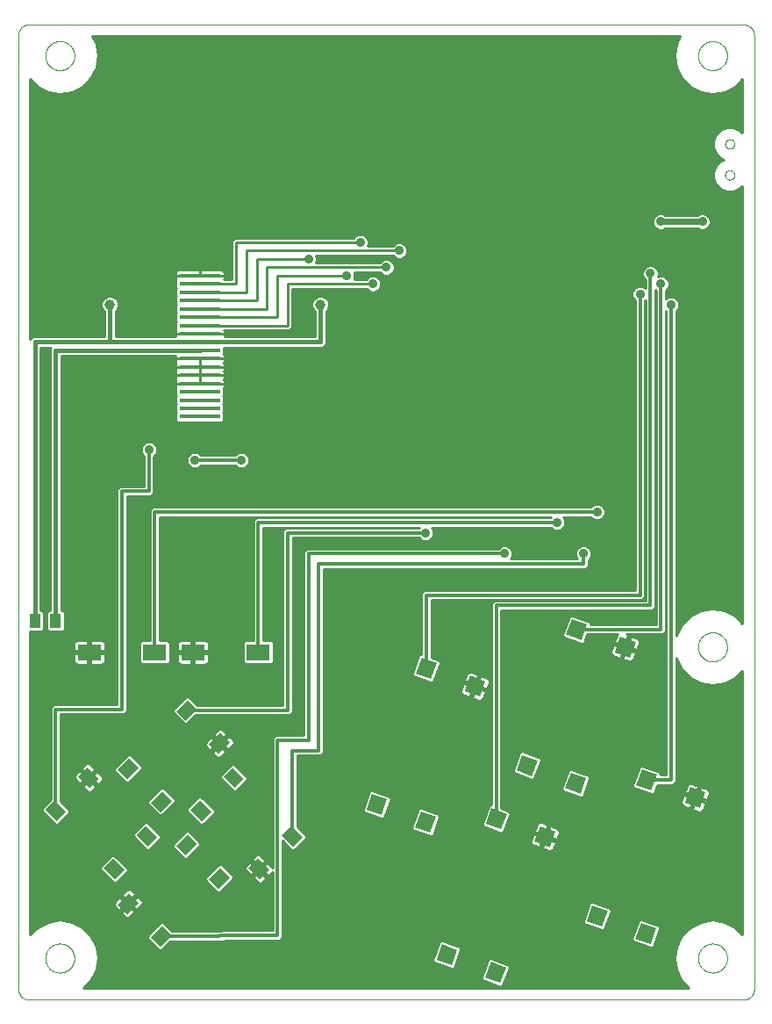
<source format=gtl>
G75*
%MOIN*%
%OFA0B0*%
%FSLAX25Y25*%
%IPPOS*%
%LPD*%
%AMOC8*
5,1,8,0,0,1.08239X$1,22.5*
%
%ADD10C,0.00000*%
%ADD11R,0.04331X0.05512*%
%ADD12R,0.15748X0.01575*%
%ADD13R,0.06299X0.06102*%
%ADD14R,0.09055X0.06299*%
%ADD15R,0.05118X0.06102*%
%ADD16C,0.01000*%
%ADD17C,0.03569*%
%ADD18C,0.01600*%
%ADD19C,0.03962*%
%ADD20C,0.01200*%
%ADD21C,0.02400*%
D10*
X0003248Y0005437D02*
X0003248Y0367642D01*
X0003250Y0367766D01*
X0003256Y0367889D01*
X0003265Y0368013D01*
X0003279Y0368135D01*
X0003296Y0368258D01*
X0003318Y0368380D01*
X0003343Y0368501D01*
X0003372Y0368621D01*
X0003404Y0368740D01*
X0003441Y0368859D01*
X0003481Y0368976D01*
X0003524Y0369091D01*
X0003572Y0369206D01*
X0003623Y0369318D01*
X0003677Y0369429D01*
X0003735Y0369539D01*
X0003796Y0369646D01*
X0003861Y0369752D01*
X0003929Y0369855D01*
X0004000Y0369956D01*
X0004074Y0370055D01*
X0004151Y0370152D01*
X0004232Y0370246D01*
X0004315Y0370337D01*
X0004401Y0370426D01*
X0004490Y0370512D01*
X0004581Y0370595D01*
X0004675Y0370676D01*
X0004772Y0370753D01*
X0004871Y0370827D01*
X0004972Y0370898D01*
X0005075Y0370966D01*
X0005181Y0371031D01*
X0005288Y0371092D01*
X0005398Y0371150D01*
X0005509Y0371204D01*
X0005621Y0371255D01*
X0005736Y0371303D01*
X0005851Y0371346D01*
X0005968Y0371386D01*
X0006087Y0371423D01*
X0006206Y0371455D01*
X0006326Y0371484D01*
X0006447Y0371509D01*
X0006569Y0371531D01*
X0006692Y0371548D01*
X0006814Y0371562D01*
X0006938Y0371571D01*
X0007061Y0371577D01*
X0007185Y0371579D01*
X0278839Y0371579D01*
X0278963Y0371577D01*
X0279086Y0371571D01*
X0279210Y0371562D01*
X0279332Y0371548D01*
X0279455Y0371531D01*
X0279577Y0371509D01*
X0279698Y0371484D01*
X0279818Y0371455D01*
X0279937Y0371423D01*
X0280056Y0371386D01*
X0280173Y0371346D01*
X0280288Y0371303D01*
X0280403Y0371255D01*
X0280515Y0371204D01*
X0280626Y0371150D01*
X0280736Y0371092D01*
X0280843Y0371031D01*
X0280949Y0370966D01*
X0281052Y0370898D01*
X0281153Y0370827D01*
X0281252Y0370753D01*
X0281349Y0370676D01*
X0281443Y0370595D01*
X0281534Y0370512D01*
X0281623Y0370426D01*
X0281709Y0370337D01*
X0281792Y0370246D01*
X0281873Y0370152D01*
X0281950Y0370055D01*
X0282024Y0369956D01*
X0282095Y0369855D01*
X0282163Y0369752D01*
X0282228Y0369646D01*
X0282289Y0369539D01*
X0282347Y0369429D01*
X0282401Y0369318D01*
X0282452Y0369206D01*
X0282500Y0369091D01*
X0282543Y0368976D01*
X0282583Y0368859D01*
X0282620Y0368740D01*
X0282652Y0368621D01*
X0282681Y0368501D01*
X0282706Y0368380D01*
X0282728Y0368258D01*
X0282745Y0368135D01*
X0282759Y0368013D01*
X0282768Y0367889D01*
X0282774Y0367766D01*
X0282776Y0367642D01*
X0282776Y0005437D01*
X0282774Y0005313D01*
X0282768Y0005190D01*
X0282759Y0005066D01*
X0282745Y0004944D01*
X0282728Y0004821D01*
X0282706Y0004699D01*
X0282681Y0004578D01*
X0282652Y0004458D01*
X0282620Y0004339D01*
X0282583Y0004220D01*
X0282543Y0004103D01*
X0282500Y0003988D01*
X0282452Y0003873D01*
X0282401Y0003761D01*
X0282347Y0003650D01*
X0282289Y0003540D01*
X0282228Y0003433D01*
X0282163Y0003327D01*
X0282095Y0003224D01*
X0282024Y0003123D01*
X0281950Y0003024D01*
X0281873Y0002927D01*
X0281792Y0002833D01*
X0281709Y0002742D01*
X0281623Y0002653D01*
X0281534Y0002567D01*
X0281443Y0002484D01*
X0281349Y0002403D01*
X0281252Y0002326D01*
X0281153Y0002252D01*
X0281052Y0002181D01*
X0280949Y0002113D01*
X0280843Y0002048D01*
X0280736Y0001987D01*
X0280626Y0001929D01*
X0280515Y0001875D01*
X0280403Y0001824D01*
X0280288Y0001776D01*
X0280173Y0001733D01*
X0280056Y0001693D01*
X0279937Y0001656D01*
X0279818Y0001624D01*
X0279698Y0001595D01*
X0279577Y0001570D01*
X0279455Y0001548D01*
X0279332Y0001531D01*
X0279210Y0001517D01*
X0279086Y0001508D01*
X0278963Y0001502D01*
X0278839Y0001500D01*
X0007185Y0001500D01*
X0007061Y0001502D01*
X0006938Y0001508D01*
X0006814Y0001517D01*
X0006692Y0001531D01*
X0006569Y0001548D01*
X0006447Y0001570D01*
X0006326Y0001595D01*
X0006206Y0001624D01*
X0006087Y0001656D01*
X0005968Y0001693D01*
X0005851Y0001733D01*
X0005736Y0001776D01*
X0005621Y0001824D01*
X0005509Y0001875D01*
X0005398Y0001929D01*
X0005288Y0001987D01*
X0005181Y0002048D01*
X0005075Y0002113D01*
X0004972Y0002181D01*
X0004871Y0002252D01*
X0004772Y0002326D01*
X0004675Y0002403D01*
X0004581Y0002484D01*
X0004490Y0002567D01*
X0004401Y0002653D01*
X0004315Y0002742D01*
X0004232Y0002833D01*
X0004151Y0002927D01*
X0004074Y0003024D01*
X0004000Y0003123D01*
X0003929Y0003224D01*
X0003861Y0003327D01*
X0003796Y0003433D01*
X0003735Y0003540D01*
X0003677Y0003650D01*
X0003623Y0003761D01*
X0003572Y0003873D01*
X0003524Y0003988D01*
X0003481Y0004103D01*
X0003441Y0004220D01*
X0003404Y0004339D01*
X0003372Y0004458D01*
X0003343Y0004578D01*
X0003318Y0004699D01*
X0003296Y0004821D01*
X0003279Y0004944D01*
X0003265Y0005066D01*
X0003256Y0005190D01*
X0003250Y0005313D01*
X0003248Y0005437D01*
X0013484Y0017248D02*
X0013486Y0017396D01*
X0013492Y0017544D01*
X0013502Y0017692D01*
X0013516Y0017839D01*
X0013534Y0017986D01*
X0013555Y0018132D01*
X0013581Y0018278D01*
X0013611Y0018423D01*
X0013644Y0018567D01*
X0013682Y0018710D01*
X0013723Y0018852D01*
X0013768Y0018993D01*
X0013816Y0019133D01*
X0013869Y0019272D01*
X0013925Y0019409D01*
X0013985Y0019544D01*
X0014048Y0019678D01*
X0014115Y0019810D01*
X0014186Y0019940D01*
X0014260Y0020068D01*
X0014337Y0020194D01*
X0014418Y0020318D01*
X0014502Y0020440D01*
X0014589Y0020559D01*
X0014680Y0020676D01*
X0014774Y0020791D01*
X0014870Y0020903D01*
X0014970Y0021013D01*
X0015072Y0021119D01*
X0015178Y0021223D01*
X0015286Y0021324D01*
X0015397Y0021422D01*
X0015510Y0021518D01*
X0015626Y0021610D01*
X0015744Y0021699D01*
X0015865Y0021784D01*
X0015988Y0021867D01*
X0016113Y0021946D01*
X0016240Y0022022D01*
X0016369Y0022094D01*
X0016500Y0022163D01*
X0016633Y0022228D01*
X0016768Y0022289D01*
X0016904Y0022347D01*
X0017041Y0022402D01*
X0017180Y0022452D01*
X0017321Y0022499D01*
X0017462Y0022542D01*
X0017605Y0022582D01*
X0017749Y0022617D01*
X0017893Y0022649D01*
X0018039Y0022676D01*
X0018185Y0022700D01*
X0018332Y0022720D01*
X0018479Y0022736D01*
X0018626Y0022748D01*
X0018774Y0022756D01*
X0018922Y0022760D01*
X0019070Y0022760D01*
X0019218Y0022756D01*
X0019366Y0022748D01*
X0019513Y0022736D01*
X0019660Y0022720D01*
X0019807Y0022700D01*
X0019953Y0022676D01*
X0020099Y0022649D01*
X0020243Y0022617D01*
X0020387Y0022582D01*
X0020530Y0022542D01*
X0020671Y0022499D01*
X0020812Y0022452D01*
X0020951Y0022402D01*
X0021088Y0022347D01*
X0021224Y0022289D01*
X0021359Y0022228D01*
X0021492Y0022163D01*
X0021623Y0022094D01*
X0021752Y0022022D01*
X0021879Y0021946D01*
X0022004Y0021867D01*
X0022127Y0021784D01*
X0022248Y0021699D01*
X0022366Y0021610D01*
X0022482Y0021518D01*
X0022595Y0021422D01*
X0022706Y0021324D01*
X0022814Y0021223D01*
X0022920Y0021119D01*
X0023022Y0021013D01*
X0023122Y0020903D01*
X0023218Y0020791D01*
X0023312Y0020676D01*
X0023403Y0020559D01*
X0023490Y0020440D01*
X0023574Y0020318D01*
X0023655Y0020194D01*
X0023732Y0020068D01*
X0023806Y0019940D01*
X0023877Y0019810D01*
X0023944Y0019678D01*
X0024007Y0019544D01*
X0024067Y0019409D01*
X0024123Y0019272D01*
X0024176Y0019133D01*
X0024224Y0018993D01*
X0024269Y0018852D01*
X0024310Y0018710D01*
X0024348Y0018567D01*
X0024381Y0018423D01*
X0024411Y0018278D01*
X0024437Y0018132D01*
X0024458Y0017986D01*
X0024476Y0017839D01*
X0024490Y0017692D01*
X0024500Y0017544D01*
X0024506Y0017396D01*
X0024508Y0017248D01*
X0024506Y0017100D01*
X0024500Y0016952D01*
X0024490Y0016804D01*
X0024476Y0016657D01*
X0024458Y0016510D01*
X0024437Y0016364D01*
X0024411Y0016218D01*
X0024381Y0016073D01*
X0024348Y0015929D01*
X0024310Y0015786D01*
X0024269Y0015644D01*
X0024224Y0015503D01*
X0024176Y0015363D01*
X0024123Y0015224D01*
X0024067Y0015087D01*
X0024007Y0014952D01*
X0023944Y0014818D01*
X0023877Y0014686D01*
X0023806Y0014556D01*
X0023732Y0014428D01*
X0023655Y0014302D01*
X0023574Y0014178D01*
X0023490Y0014056D01*
X0023403Y0013937D01*
X0023312Y0013820D01*
X0023218Y0013705D01*
X0023122Y0013593D01*
X0023022Y0013483D01*
X0022920Y0013377D01*
X0022814Y0013273D01*
X0022706Y0013172D01*
X0022595Y0013074D01*
X0022482Y0012978D01*
X0022366Y0012886D01*
X0022248Y0012797D01*
X0022127Y0012712D01*
X0022004Y0012629D01*
X0021879Y0012550D01*
X0021752Y0012474D01*
X0021623Y0012402D01*
X0021492Y0012333D01*
X0021359Y0012268D01*
X0021224Y0012207D01*
X0021088Y0012149D01*
X0020951Y0012094D01*
X0020812Y0012044D01*
X0020671Y0011997D01*
X0020530Y0011954D01*
X0020387Y0011914D01*
X0020243Y0011879D01*
X0020099Y0011847D01*
X0019953Y0011820D01*
X0019807Y0011796D01*
X0019660Y0011776D01*
X0019513Y0011760D01*
X0019366Y0011748D01*
X0019218Y0011740D01*
X0019070Y0011736D01*
X0018922Y0011736D01*
X0018774Y0011740D01*
X0018626Y0011748D01*
X0018479Y0011760D01*
X0018332Y0011776D01*
X0018185Y0011796D01*
X0018039Y0011820D01*
X0017893Y0011847D01*
X0017749Y0011879D01*
X0017605Y0011914D01*
X0017462Y0011954D01*
X0017321Y0011997D01*
X0017180Y0012044D01*
X0017041Y0012094D01*
X0016904Y0012149D01*
X0016768Y0012207D01*
X0016633Y0012268D01*
X0016500Y0012333D01*
X0016369Y0012402D01*
X0016240Y0012474D01*
X0016113Y0012550D01*
X0015988Y0012629D01*
X0015865Y0012712D01*
X0015744Y0012797D01*
X0015626Y0012886D01*
X0015510Y0012978D01*
X0015397Y0013074D01*
X0015286Y0013172D01*
X0015178Y0013273D01*
X0015072Y0013377D01*
X0014970Y0013483D01*
X0014870Y0013593D01*
X0014774Y0013705D01*
X0014680Y0013820D01*
X0014589Y0013937D01*
X0014502Y0014056D01*
X0014418Y0014178D01*
X0014337Y0014302D01*
X0014260Y0014428D01*
X0014186Y0014556D01*
X0014115Y0014686D01*
X0014048Y0014818D01*
X0013985Y0014952D01*
X0013925Y0015087D01*
X0013869Y0015224D01*
X0013816Y0015363D01*
X0013768Y0015503D01*
X0013723Y0015644D01*
X0013682Y0015786D01*
X0013644Y0015929D01*
X0013611Y0016073D01*
X0013581Y0016218D01*
X0013555Y0016364D01*
X0013534Y0016510D01*
X0013516Y0016657D01*
X0013502Y0016804D01*
X0013492Y0016952D01*
X0013486Y0017100D01*
X0013484Y0017248D01*
X0261516Y0017248D02*
X0261518Y0017396D01*
X0261524Y0017544D01*
X0261534Y0017692D01*
X0261548Y0017839D01*
X0261566Y0017986D01*
X0261587Y0018132D01*
X0261613Y0018278D01*
X0261643Y0018423D01*
X0261676Y0018567D01*
X0261714Y0018710D01*
X0261755Y0018852D01*
X0261800Y0018993D01*
X0261848Y0019133D01*
X0261901Y0019272D01*
X0261957Y0019409D01*
X0262017Y0019544D01*
X0262080Y0019678D01*
X0262147Y0019810D01*
X0262218Y0019940D01*
X0262292Y0020068D01*
X0262369Y0020194D01*
X0262450Y0020318D01*
X0262534Y0020440D01*
X0262621Y0020559D01*
X0262712Y0020676D01*
X0262806Y0020791D01*
X0262902Y0020903D01*
X0263002Y0021013D01*
X0263104Y0021119D01*
X0263210Y0021223D01*
X0263318Y0021324D01*
X0263429Y0021422D01*
X0263542Y0021518D01*
X0263658Y0021610D01*
X0263776Y0021699D01*
X0263897Y0021784D01*
X0264020Y0021867D01*
X0264145Y0021946D01*
X0264272Y0022022D01*
X0264401Y0022094D01*
X0264532Y0022163D01*
X0264665Y0022228D01*
X0264800Y0022289D01*
X0264936Y0022347D01*
X0265073Y0022402D01*
X0265212Y0022452D01*
X0265353Y0022499D01*
X0265494Y0022542D01*
X0265637Y0022582D01*
X0265781Y0022617D01*
X0265925Y0022649D01*
X0266071Y0022676D01*
X0266217Y0022700D01*
X0266364Y0022720D01*
X0266511Y0022736D01*
X0266658Y0022748D01*
X0266806Y0022756D01*
X0266954Y0022760D01*
X0267102Y0022760D01*
X0267250Y0022756D01*
X0267398Y0022748D01*
X0267545Y0022736D01*
X0267692Y0022720D01*
X0267839Y0022700D01*
X0267985Y0022676D01*
X0268131Y0022649D01*
X0268275Y0022617D01*
X0268419Y0022582D01*
X0268562Y0022542D01*
X0268703Y0022499D01*
X0268844Y0022452D01*
X0268983Y0022402D01*
X0269120Y0022347D01*
X0269256Y0022289D01*
X0269391Y0022228D01*
X0269524Y0022163D01*
X0269655Y0022094D01*
X0269784Y0022022D01*
X0269911Y0021946D01*
X0270036Y0021867D01*
X0270159Y0021784D01*
X0270280Y0021699D01*
X0270398Y0021610D01*
X0270514Y0021518D01*
X0270627Y0021422D01*
X0270738Y0021324D01*
X0270846Y0021223D01*
X0270952Y0021119D01*
X0271054Y0021013D01*
X0271154Y0020903D01*
X0271250Y0020791D01*
X0271344Y0020676D01*
X0271435Y0020559D01*
X0271522Y0020440D01*
X0271606Y0020318D01*
X0271687Y0020194D01*
X0271764Y0020068D01*
X0271838Y0019940D01*
X0271909Y0019810D01*
X0271976Y0019678D01*
X0272039Y0019544D01*
X0272099Y0019409D01*
X0272155Y0019272D01*
X0272208Y0019133D01*
X0272256Y0018993D01*
X0272301Y0018852D01*
X0272342Y0018710D01*
X0272380Y0018567D01*
X0272413Y0018423D01*
X0272443Y0018278D01*
X0272469Y0018132D01*
X0272490Y0017986D01*
X0272508Y0017839D01*
X0272522Y0017692D01*
X0272532Y0017544D01*
X0272538Y0017396D01*
X0272540Y0017248D01*
X0272538Y0017100D01*
X0272532Y0016952D01*
X0272522Y0016804D01*
X0272508Y0016657D01*
X0272490Y0016510D01*
X0272469Y0016364D01*
X0272443Y0016218D01*
X0272413Y0016073D01*
X0272380Y0015929D01*
X0272342Y0015786D01*
X0272301Y0015644D01*
X0272256Y0015503D01*
X0272208Y0015363D01*
X0272155Y0015224D01*
X0272099Y0015087D01*
X0272039Y0014952D01*
X0271976Y0014818D01*
X0271909Y0014686D01*
X0271838Y0014556D01*
X0271764Y0014428D01*
X0271687Y0014302D01*
X0271606Y0014178D01*
X0271522Y0014056D01*
X0271435Y0013937D01*
X0271344Y0013820D01*
X0271250Y0013705D01*
X0271154Y0013593D01*
X0271054Y0013483D01*
X0270952Y0013377D01*
X0270846Y0013273D01*
X0270738Y0013172D01*
X0270627Y0013074D01*
X0270514Y0012978D01*
X0270398Y0012886D01*
X0270280Y0012797D01*
X0270159Y0012712D01*
X0270036Y0012629D01*
X0269911Y0012550D01*
X0269784Y0012474D01*
X0269655Y0012402D01*
X0269524Y0012333D01*
X0269391Y0012268D01*
X0269256Y0012207D01*
X0269120Y0012149D01*
X0268983Y0012094D01*
X0268844Y0012044D01*
X0268703Y0011997D01*
X0268562Y0011954D01*
X0268419Y0011914D01*
X0268275Y0011879D01*
X0268131Y0011847D01*
X0267985Y0011820D01*
X0267839Y0011796D01*
X0267692Y0011776D01*
X0267545Y0011760D01*
X0267398Y0011748D01*
X0267250Y0011740D01*
X0267102Y0011736D01*
X0266954Y0011736D01*
X0266806Y0011740D01*
X0266658Y0011748D01*
X0266511Y0011760D01*
X0266364Y0011776D01*
X0266217Y0011796D01*
X0266071Y0011820D01*
X0265925Y0011847D01*
X0265781Y0011879D01*
X0265637Y0011914D01*
X0265494Y0011954D01*
X0265353Y0011997D01*
X0265212Y0012044D01*
X0265073Y0012094D01*
X0264936Y0012149D01*
X0264800Y0012207D01*
X0264665Y0012268D01*
X0264532Y0012333D01*
X0264401Y0012402D01*
X0264272Y0012474D01*
X0264145Y0012550D01*
X0264020Y0012629D01*
X0263897Y0012712D01*
X0263776Y0012797D01*
X0263658Y0012886D01*
X0263542Y0012978D01*
X0263429Y0013074D01*
X0263318Y0013172D01*
X0263210Y0013273D01*
X0263104Y0013377D01*
X0263002Y0013483D01*
X0262902Y0013593D01*
X0262806Y0013705D01*
X0262712Y0013820D01*
X0262621Y0013937D01*
X0262534Y0014056D01*
X0262450Y0014178D01*
X0262369Y0014302D01*
X0262292Y0014428D01*
X0262218Y0014556D01*
X0262147Y0014686D01*
X0262080Y0014818D01*
X0262017Y0014952D01*
X0261957Y0015087D01*
X0261901Y0015224D01*
X0261848Y0015363D01*
X0261800Y0015503D01*
X0261755Y0015644D01*
X0261714Y0015786D01*
X0261676Y0015929D01*
X0261643Y0016073D01*
X0261613Y0016218D01*
X0261587Y0016364D01*
X0261566Y0016510D01*
X0261548Y0016657D01*
X0261534Y0016804D01*
X0261524Y0016952D01*
X0261518Y0017100D01*
X0261516Y0017248D01*
X0261516Y0135358D02*
X0261518Y0135506D01*
X0261524Y0135654D01*
X0261534Y0135802D01*
X0261548Y0135949D01*
X0261566Y0136096D01*
X0261587Y0136242D01*
X0261613Y0136388D01*
X0261643Y0136533D01*
X0261676Y0136677D01*
X0261714Y0136820D01*
X0261755Y0136962D01*
X0261800Y0137103D01*
X0261848Y0137243D01*
X0261901Y0137382D01*
X0261957Y0137519D01*
X0262017Y0137654D01*
X0262080Y0137788D01*
X0262147Y0137920D01*
X0262218Y0138050D01*
X0262292Y0138178D01*
X0262369Y0138304D01*
X0262450Y0138428D01*
X0262534Y0138550D01*
X0262621Y0138669D01*
X0262712Y0138786D01*
X0262806Y0138901D01*
X0262902Y0139013D01*
X0263002Y0139123D01*
X0263104Y0139229D01*
X0263210Y0139333D01*
X0263318Y0139434D01*
X0263429Y0139532D01*
X0263542Y0139628D01*
X0263658Y0139720D01*
X0263776Y0139809D01*
X0263897Y0139894D01*
X0264020Y0139977D01*
X0264145Y0140056D01*
X0264272Y0140132D01*
X0264401Y0140204D01*
X0264532Y0140273D01*
X0264665Y0140338D01*
X0264800Y0140399D01*
X0264936Y0140457D01*
X0265073Y0140512D01*
X0265212Y0140562D01*
X0265353Y0140609D01*
X0265494Y0140652D01*
X0265637Y0140692D01*
X0265781Y0140727D01*
X0265925Y0140759D01*
X0266071Y0140786D01*
X0266217Y0140810D01*
X0266364Y0140830D01*
X0266511Y0140846D01*
X0266658Y0140858D01*
X0266806Y0140866D01*
X0266954Y0140870D01*
X0267102Y0140870D01*
X0267250Y0140866D01*
X0267398Y0140858D01*
X0267545Y0140846D01*
X0267692Y0140830D01*
X0267839Y0140810D01*
X0267985Y0140786D01*
X0268131Y0140759D01*
X0268275Y0140727D01*
X0268419Y0140692D01*
X0268562Y0140652D01*
X0268703Y0140609D01*
X0268844Y0140562D01*
X0268983Y0140512D01*
X0269120Y0140457D01*
X0269256Y0140399D01*
X0269391Y0140338D01*
X0269524Y0140273D01*
X0269655Y0140204D01*
X0269784Y0140132D01*
X0269911Y0140056D01*
X0270036Y0139977D01*
X0270159Y0139894D01*
X0270280Y0139809D01*
X0270398Y0139720D01*
X0270514Y0139628D01*
X0270627Y0139532D01*
X0270738Y0139434D01*
X0270846Y0139333D01*
X0270952Y0139229D01*
X0271054Y0139123D01*
X0271154Y0139013D01*
X0271250Y0138901D01*
X0271344Y0138786D01*
X0271435Y0138669D01*
X0271522Y0138550D01*
X0271606Y0138428D01*
X0271687Y0138304D01*
X0271764Y0138178D01*
X0271838Y0138050D01*
X0271909Y0137920D01*
X0271976Y0137788D01*
X0272039Y0137654D01*
X0272099Y0137519D01*
X0272155Y0137382D01*
X0272208Y0137243D01*
X0272256Y0137103D01*
X0272301Y0136962D01*
X0272342Y0136820D01*
X0272380Y0136677D01*
X0272413Y0136533D01*
X0272443Y0136388D01*
X0272469Y0136242D01*
X0272490Y0136096D01*
X0272508Y0135949D01*
X0272522Y0135802D01*
X0272532Y0135654D01*
X0272538Y0135506D01*
X0272540Y0135358D01*
X0272538Y0135210D01*
X0272532Y0135062D01*
X0272522Y0134914D01*
X0272508Y0134767D01*
X0272490Y0134620D01*
X0272469Y0134474D01*
X0272443Y0134328D01*
X0272413Y0134183D01*
X0272380Y0134039D01*
X0272342Y0133896D01*
X0272301Y0133754D01*
X0272256Y0133613D01*
X0272208Y0133473D01*
X0272155Y0133334D01*
X0272099Y0133197D01*
X0272039Y0133062D01*
X0271976Y0132928D01*
X0271909Y0132796D01*
X0271838Y0132666D01*
X0271764Y0132538D01*
X0271687Y0132412D01*
X0271606Y0132288D01*
X0271522Y0132166D01*
X0271435Y0132047D01*
X0271344Y0131930D01*
X0271250Y0131815D01*
X0271154Y0131703D01*
X0271054Y0131593D01*
X0270952Y0131487D01*
X0270846Y0131383D01*
X0270738Y0131282D01*
X0270627Y0131184D01*
X0270514Y0131088D01*
X0270398Y0130996D01*
X0270280Y0130907D01*
X0270159Y0130822D01*
X0270036Y0130739D01*
X0269911Y0130660D01*
X0269784Y0130584D01*
X0269655Y0130512D01*
X0269524Y0130443D01*
X0269391Y0130378D01*
X0269256Y0130317D01*
X0269120Y0130259D01*
X0268983Y0130204D01*
X0268844Y0130154D01*
X0268703Y0130107D01*
X0268562Y0130064D01*
X0268419Y0130024D01*
X0268275Y0129989D01*
X0268131Y0129957D01*
X0267985Y0129930D01*
X0267839Y0129906D01*
X0267692Y0129886D01*
X0267545Y0129870D01*
X0267398Y0129858D01*
X0267250Y0129850D01*
X0267102Y0129846D01*
X0266954Y0129846D01*
X0266806Y0129850D01*
X0266658Y0129858D01*
X0266511Y0129870D01*
X0266364Y0129886D01*
X0266217Y0129906D01*
X0266071Y0129930D01*
X0265925Y0129957D01*
X0265781Y0129989D01*
X0265637Y0130024D01*
X0265494Y0130064D01*
X0265353Y0130107D01*
X0265212Y0130154D01*
X0265073Y0130204D01*
X0264936Y0130259D01*
X0264800Y0130317D01*
X0264665Y0130378D01*
X0264532Y0130443D01*
X0264401Y0130512D01*
X0264272Y0130584D01*
X0264145Y0130660D01*
X0264020Y0130739D01*
X0263897Y0130822D01*
X0263776Y0130907D01*
X0263658Y0130996D01*
X0263542Y0131088D01*
X0263429Y0131184D01*
X0263318Y0131282D01*
X0263210Y0131383D01*
X0263104Y0131487D01*
X0263002Y0131593D01*
X0262902Y0131703D01*
X0262806Y0131815D01*
X0262712Y0131930D01*
X0262621Y0132047D01*
X0262534Y0132166D01*
X0262450Y0132288D01*
X0262369Y0132412D01*
X0262292Y0132538D01*
X0262218Y0132666D01*
X0262147Y0132796D01*
X0262080Y0132928D01*
X0262017Y0133062D01*
X0261957Y0133197D01*
X0261901Y0133334D01*
X0261848Y0133473D01*
X0261800Y0133613D01*
X0261755Y0133754D01*
X0261714Y0133896D01*
X0261676Y0134039D01*
X0261643Y0134183D01*
X0261613Y0134328D01*
X0261587Y0134474D01*
X0261566Y0134620D01*
X0261548Y0134767D01*
X0261534Y0134914D01*
X0261524Y0135062D01*
X0261518Y0135210D01*
X0261516Y0135358D01*
X0271752Y0314492D02*
X0271754Y0314576D01*
X0271760Y0314659D01*
X0271770Y0314742D01*
X0271784Y0314825D01*
X0271801Y0314907D01*
X0271823Y0314988D01*
X0271848Y0315067D01*
X0271877Y0315146D01*
X0271910Y0315223D01*
X0271946Y0315298D01*
X0271986Y0315372D01*
X0272029Y0315444D01*
X0272076Y0315513D01*
X0272126Y0315580D01*
X0272179Y0315645D01*
X0272235Y0315707D01*
X0272293Y0315767D01*
X0272355Y0315824D01*
X0272419Y0315877D01*
X0272486Y0315928D01*
X0272555Y0315975D01*
X0272626Y0316020D01*
X0272699Y0316060D01*
X0272774Y0316097D01*
X0272851Y0316131D01*
X0272929Y0316161D01*
X0273008Y0316187D01*
X0273089Y0316210D01*
X0273171Y0316228D01*
X0273253Y0316243D01*
X0273336Y0316254D01*
X0273419Y0316261D01*
X0273503Y0316264D01*
X0273587Y0316263D01*
X0273670Y0316258D01*
X0273754Y0316249D01*
X0273836Y0316236D01*
X0273918Y0316220D01*
X0273999Y0316199D01*
X0274080Y0316175D01*
X0274158Y0316147D01*
X0274236Y0316115D01*
X0274312Y0316079D01*
X0274386Y0316040D01*
X0274458Y0315998D01*
X0274528Y0315952D01*
X0274596Y0315903D01*
X0274661Y0315851D01*
X0274724Y0315796D01*
X0274784Y0315738D01*
X0274842Y0315677D01*
X0274896Y0315613D01*
X0274948Y0315547D01*
X0274996Y0315479D01*
X0275041Y0315408D01*
X0275082Y0315335D01*
X0275121Y0315261D01*
X0275155Y0315185D01*
X0275186Y0315107D01*
X0275213Y0315028D01*
X0275237Y0314947D01*
X0275256Y0314866D01*
X0275272Y0314784D01*
X0275284Y0314701D01*
X0275292Y0314617D01*
X0275296Y0314534D01*
X0275296Y0314450D01*
X0275292Y0314367D01*
X0275284Y0314283D01*
X0275272Y0314200D01*
X0275256Y0314118D01*
X0275237Y0314037D01*
X0275213Y0313956D01*
X0275186Y0313877D01*
X0275155Y0313799D01*
X0275121Y0313723D01*
X0275082Y0313649D01*
X0275041Y0313576D01*
X0274996Y0313505D01*
X0274948Y0313437D01*
X0274896Y0313371D01*
X0274842Y0313307D01*
X0274784Y0313246D01*
X0274724Y0313188D01*
X0274661Y0313133D01*
X0274596Y0313081D01*
X0274528Y0313032D01*
X0274458Y0312986D01*
X0274386Y0312944D01*
X0274312Y0312905D01*
X0274236Y0312869D01*
X0274158Y0312837D01*
X0274080Y0312809D01*
X0273999Y0312785D01*
X0273918Y0312764D01*
X0273836Y0312748D01*
X0273754Y0312735D01*
X0273670Y0312726D01*
X0273587Y0312721D01*
X0273503Y0312720D01*
X0273419Y0312723D01*
X0273336Y0312730D01*
X0273253Y0312741D01*
X0273171Y0312756D01*
X0273089Y0312774D01*
X0273008Y0312797D01*
X0272929Y0312823D01*
X0272851Y0312853D01*
X0272774Y0312887D01*
X0272699Y0312924D01*
X0272626Y0312964D01*
X0272555Y0313009D01*
X0272486Y0313056D01*
X0272419Y0313107D01*
X0272355Y0313160D01*
X0272293Y0313217D01*
X0272235Y0313277D01*
X0272179Y0313339D01*
X0272126Y0313404D01*
X0272076Y0313471D01*
X0272029Y0313540D01*
X0271986Y0313612D01*
X0271946Y0313686D01*
X0271910Y0313761D01*
X0271877Y0313838D01*
X0271848Y0313917D01*
X0271823Y0313996D01*
X0271801Y0314077D01*
X0271784Y0314159D01*
X0271770Y0314242D01*
X0271760Y0314325D01*
X0271754Y0314408D01*
X0271752Y0314492D01*
X0271752Y0326303D02*
X0271754Y0326387D01*
X0271760Y0326470D01*
X0271770Y0326553D01*
X0271784Y0326636D01*
X0271801Y0326718D01*
X0271823Y0326799D01*
X0271848Y0326878D01*
X0271877Y0326957D01*
X0271910Y0327034D01*
X0271946Y0327109D01*
X0271986Y0327183D01*
X0272029Y0327255D01*
X0272076Y0327324D01*
X0272126Y0327391D01*
X0272179Y0327456D01*
X0272235Y0327518D01*
X0272293Y0327578D01*
X0272355Y0327635D01*
X0272419Y0327688D01*
X0272486Y0327739D01*
X0272555Y0327786D01*
X0272626Y0327831D01*
X0272699Y0327871D01*
X0272774Y0327908D01*
X0272851Y0327942D01*
X0272929Y0327972D01*
X0273008Y0327998D01*
X0273089Y0328021D01*
X0273171Y0328039D01*
X0273253Y0328054D01*
X0273336Y0328065D01*
X0273419Y0328072D01*
X0273503Y0328075D01*
X0273587Y0328074D01*
X0273670Y0328069D01*
X0273754Y0328060D01*
X0273836Y0328047D01*
X0273918Y0328031D01*
X0273999Y0328010D01*
X0274080Y0327986D01*
X0274158Y0327958D01*
X0274236Y0327926D01*
X0274312Y0327890D01*
X0274386Y0327851D01*
X0274458Y0327809D01*
X0274528Y0327763D01*
X0274596Y0327714D01*
X0274661Y0327662D01*
X0274724Y0327607D01*
X0274784Y0327549D01*
X0274842Y0327488D01*
X0274896Y0327424D01*
X0274948Y0327358D01*
X0274996Y0327290D01*
X0275041Y0327219D01*
X0275082Y0327146D01*
X0275121Y0327072D01*
X0275155Y0326996D01*
X0275186Y0326918D01*
X0275213Y0326839D01*
X0275237Y0326758D01*
X0275256Y0326677D01*
X0275272Y0326595D01*
X0275284Y0326512D01*
X0275292Y0326428D01*
X0275296Y0326345D01*
X0275296Y0326261D01*
X0275292Y0326178D01*
X0275284Y0326094D01*
X0275272Y0326011D01*
X0275256Y0325929D01*
X0275237Y0325848D01*
X0275213Y0325767D01*
X0275186Y0325688D01*
X0275155Y0325610D01*
X0275121Y0325534D01*
X0275082Y0325460D01*
X0275041Y0325387D01*
X0274996Y0325316D01*
X0274948Y0325248D01*
X0274896Y0325182D01*
X0274842Y0325118D01*
X0274784Y0325057D01*
X0274724Y0324999D01*
X0274661Y0324944D01*
X0274596Y0324892D01*
X0274528Y0324843D01*
X0274458Y0324797D01*
X0274386Y0324755D01*
X0274312Y0324716D01*
X0274236Y0324680D01*
X0274158Y0324648D01*
X0274080Y0324620D01*
X0273999Y0324596D01*
X0273918Y0324575D01*
X0273836Y0324559D01*
X0273754Y0324546D01*
X0273670Y0324537D01*
X0273587Y0324532D01*
X0273503Y0324531D01*
X0273419Y0324534D01*
X0273336Y0324541D01*
X0273253Y0324552D01*
X0273171Y0324567D01*
X0273089Y0324585D01*
X0273008Y0324608D01*
X0272929Y0324634D01*
X0272851Y0324664D01*
X0272774Y0324698D01*
X0272699Y0324735D01*
X0272626Y0324775D01*
X0272555Y0324820D01*
X0272486Y0324867D01*
X0272419Y0324918D01*
X0272355Y0324971D01*
X0272293Y0325028D01*
X0272235Y0325088D01*
X0272179Y0325150D01*
X0272126Y0325215D01*
X0272076Y0325282D01*
X0272029Y0325351D01*
X0271986Y0325423D01*
X0271946Y0325497D01*
X0271910Y0325572D01*
X0271877Y0325649D01*
X0271848Y0325728D01*
X0271823Y0325807D01*
X0271801Y0325888D01*
X0271784Y0325970D01*
X0271770Y0326053D01*
X0271760Y0326136D01*
X0271754Y0326219D01*
X0271752Y0326303D01*
X0261516Y0359768D02*
X0261518Y0359916D01*
X0261524Y0360064D01*
X0261534Y0360212D01*
X0261548Y0360359D01*
X0261566Y0360506D01*
X0261587Y0360652D01*
X0261613Y0360798D01*
X0261643Y0360943D01*
X0261676Y0361087D01*
X0261714Y0361230D01*
X0261755Y0361372D01*
X0261800Y0361513D01*
X0261848Y0361653D01*
X0261901Y0361792D01*
X0261957Y0361929D01*
X0262017Y0362064D01*
X0262080Y0362198D01*
X0262147Y0362330D01*
X0262218Y0362460D01*
X0262292Y0362588D01*
X0262369Y0362714D01*
X0262450Y0362838D01*
X0262534Y0362960D01*
X0262621Y0363079D01*
X0262712Y0363196D01*
X0262806Y0363311D01*
X0262902Y0363423D01*
X0263002Y0363533D01*
X0263104Y0363639D01*
X0263210Y0363743D01*
X0263318Y0363844D01*
X0263429Y0363942D01*
X0263542Y0364038D01*
X0263658Y0364130D01*
X0263776Y0364219D01*
X0263897Y0364304D01*
X0264020Y0364387D01*
X0264145Y0364466D01*
X0264272Y0364542D01*
X0264401Y0364614D01*
X0264532Y0364683D01*
X0264665Y0364748D01*
X0264800Y0364809D01*
X0264936Y0364867D01*
X0265073Y0364922D01*
X0265212Y0364972D01*
X0265353Y0365019D01*
X0265494Y0365062D01*
X0265637Y0365102D01*
X0265781Y0365137D01*
X0265925Y0365169D01*
X0266071Y0365196D01*
X0266217Y0365220D01*
X0266364Y0365240D01*
X0266511Y0365256D01*
X0266658Y0365268D01*
X0266806Y0365276D01*
X0266954Y0365280D01*
X0267102Y0365280D01*
X0267250Y0365276D01*
X0267398Y0365268D01*
X0267545Y0365256D01*
X0267692Y0365240D01*
X0267839Y0365220D01*
X0267985Y0365196D01*
X0268131Y0365169D01*
X0268275Y0365137D01*
X0268419Y0365102D01*
X0268562Y0365062D01*
X0268703Y0365019D01*
X0268844Y0364972D01*
X0268983Y0364922D01*
X0269120Y0364867D01*
X0269256Y0364809D01*
X0269391Y0364748D01*
X0269524Y0364683D01*
X0269655Y0364614D01*
X0269784Y0364542D01*
X0269911Y0364466D01*
X0270036Y0364387D01*
X0270159Y0364304D01*
X0270280Y0364219D01*
X0270398Y0364130D01*
X0270514Y0364038D01*
X0270627Y0363942D01*
X0270738Y0363844D01*
X0270846Y0363743D01*
X0270952Y0363639D01*
X0271054Y0363533D01*
X0271154Y0363423D01*
X0271250Y0363311D01*
X0271344Y0363196D01*
X0271435Y0363079D01*
X0271522Y0362960D01*
X0271606Y0362838D01*
X0271687Y0362714D01*
X0271764Y0362588D01*
X0271838Y0362460D01*
X0271909Y0362330D01*
X0271976Y0362198D01*
X0272039Y0362064D01*
X0272099Y0361929D01*
X0272155Y0361792D01*
X0272208Y0361653D01*
X0272256Y0361513D01*
X0272301Y0361372D01*
X0272342Y0361230D01*
X0272380Y0361087D01*
X0272413Y0360943D01*
X0272443Y0360798D01*
X0272469Y0360652D01*
X0272490Y0360506D01*
X0272508Y0360359D01*
X0272522Y0360212D01*
X0272532Y0360064D01*
X0272538Y0359916D01*
X0272540Y0359768D01*
X0272538Y0359620D01*
X0272532Y0359472D01*
X0272522Y0359324D01*
X0272508Y0359177D01*
X0272490Y0359030D01*
X0272469Y0358884D01*
X0272443Y0358738D01*
X0272413Y0358593D01*
X0272380Y0358449D01*
X0272342Y0358306D01*
X0272301Y0358164D01*
X0272256Y0358023D01*
X0272208Y0357883D01*
X0272155Y0357744D01*
X0272099Y0357607D01*
X0272039Y0357472D01*
X0271976Y0357338D01*
X0271909Y0357206D01*
X0271838Y0357076D01*
X0271764Y0356948D01*
X0271687Y0356822D01*
X0271606Y0356698D01*
X0271522Y0356576D01*
X0271435Y0356457D01*
X0271344Y0356340D01*
X0271250Y0356225D01*
X0271154Y0356113D01*
X0271054Y0356003D01*
X0270952Y0355897D01*
X0270846Y0355793D01*
X0270738Y0355692D01*
X0270627Y0355594D01*
X0270514Y0355498D01*
X0270398Y0355406D01*
X0270280Y0355317D01*
X0270159Y0355232D01*
X0270036Y0355149D01*
X0269911Y0355070D01*
X0269784Y0354994D01*
X0269655Y0354922D01*
X0269524Y0354853D01*
X0269391Y0354788D01*
X0269256Y0354727D01*
X0269120Y0354669D01*
X0268983Y0354614D01*
X0268844Y0354564D01*
X0268703Y0354517D01*
X0268562Y0354474D01*
X0268419Y0354434D01*
X0268275Y0354399D01*
X0268131Y0354367D01*
X0267985Y0354340D01*
X0267839Y0354316D01*
X0267692Y0354296D01*
X0267545Y0354280D01*
X0267398Y0354268D01*
X0267250Y0354260D01*
X0267102Y0354256D01*
X0266954Y0354256D01*
X0266806Y0354260D01*
X0266658Y0354268D01*
X0266511Y0354280D01*
X0266364Y0354296D01*
X0266217Y0354316D01*
X0266071Y0354340D01*
X0265925Y0354367D01*
X0265781Y0354399D01*
X0265637Y0354434D01*
X0265494Y0354474D01*
X0265353Y0354517D01*
X0265212Y0354564D01*
X0265073Y0354614D01*
X0264936Y0354669D01*
X0264800Y0354727D01*
X0264665Y0354788D01*
X0264532Y0354853D01*
X0264401Y0354922D01*
X0264272Y0354994D01*
X0264145Y0355070D01*
X0264020Y0355149D01*
X0263897Y0355232D01*
X0263776Y0355317D01*
X0263658Y0355406D01*
X0263542Y0355498D01*
X0263429Y0355594D01*
X0263318Y0355692D01*
X0263210Y0355793D01*
X0263104Y0355897D01*
X0263002Y0356003D01*
X0262902Y0356113D01*
X0262806Y0356225D01*
X0262712Y0356340D01*
X0262621Y0356457D01*
X0262534Y0356576D01*
X0262450Y0356698D01*
X0262369Y0356822D01*
X0262292Y0356948D01*
X0262218Y0357076D01*
X0262147Y0357206D01*
X0262080Y0357338D01*
X0262017Y0357472D01*
X0261957Y0357607D01*
X0261901Y0357744D01*
X0261848Y0357883D01*
X0261800Y0358023D01*
X0261755Y0358164D01*
X0261714Y0358306D01*
X0261676Y0358449D01*
X0261643Y0358593D01*
X0261613Y0358738D01*
X0261587Y0358884D01*
X0261566Y0359030D01*
X0261548Y0359177D01*
X0261534Y0359324D01*
X0261524Y0359472D01*
X0261518Y0359620D01*
X0261516Y0359768D01*
X0013484Y0359768D02*
X0013486Y0359916D01*
X0013492Y0360064D01*
X0013502Y0360212D01*
X0013516Y0360359D01*
X0013534Y0360506D01*
X0013555Y0360652D01*
X0013581Y0360798D01*
X0013611Y0360943D01*
X0013644Y0361087D01*
X0013682Y0361230D01*
X0013723Y0361372D01*
X0013768Y0361513D01*
X0013816Y0361653D01*
X0013869Y0361792D01*
X0013925Y0361929D01*
X0013985Y0362064D01*
X0014048Y0362198D01*
X0014115Y0362330D01*
X0014186Y0362460D01*
X0014260Y0362588D01*
X0014337Y0362714D01*
X0014418Y0362838D01*
X0014502Y0362960D01*
X0014589Y0363079D01*
X0014680Y0363196D01*
X0014774Y0363311D01*
X0014870Y0363423D01*
X0014970Y0363533D01*
X0015072Y0363639D01*
X0015178Y0363743D01*
X0015286Y0363844D01*
X0015397Y0363942D01*
X0015510Y0364038D01*
X0015626Y0364130D01*
X0015744Y0364219D01*
X0015865Y0364304D01*
X0015988Y0364387D01*
X0016113Y0364466D01*
X0016240Y0364542D01*
X0016369Y0364614D01*
X0016500Y0364683D01*
X0016633Y0364748D01*
X0016768Y0364809D01*
X0016904Y0364867D01*
X0017041Y0364922D01*
X0017180Y0364972D01*
X0017321Y0365019D01*
X0017462Y0365062D01*
X0017605Y0365102D01*
X0017749Y0365137D01*
X0017893Y0365169D01*
X0018039Y0365196D01*
X0018185Y0365220D01*
X0018332Y0365240D01*
X0018479Y0365256D01*
X0018626Y0365268D01*
X0018774Y0365276D01*
X0018922Y0365280D01*
X0019070Y0365280D01*
X0019218Y0365276D01*
X0019366Y0365268D01*
X0019513Y0365256D01*
X0019660Y0365240D01*
X0019807Y0365220D01*
X0019953Y0365196D01*
X0020099Y0365169D01*
X0020243Y0365137D01*
X0020387Y0365102D01*
X0020530Y0365062D01*
X0020671Y0365019D01*
X0020812Y0364972D01*
X0020951Y0364922D01*
X0021088Y0364867D01*
X0021224Y0364809D01*
X0021359Y0364748D01*
X0021492Y0364683D01*
X0021623Y0364614D01*
X0021752Y0364542D01*
X0021879Y0364466D01*
X0022004Y0364387D01*
X0022127Y0364304D01*
X0022248Y0364219D01*
X0022366Y0364130D01*
X0022482Y0364038D01*
X0022595Y0363942D01*
X0022706Y0363844D01*
X0022814Y0363743D01*
X0022920Y0363639D01*
X0023022Y0363533D01*
X0023122Y0363423D01*
X0023218Y0363311D01*
X0023312Y0363196D01*
X0023403Y0363079D01*
X0023490Y0362960D01*
X0023574Y0362838D01*
X0023655Y0362714D01*
X0023732Y0362588D01*
X0023806Y0362460D01*
X0023877Y0362330D01*
X0023944Y0362198D01*
X0024007Y0362064D01*
X0024067Y0361929D01*
X0024123Y0361792D01*
X0024176Y0361653D01*
X0024224Y0361513D01*
X0024269Y0361372D01*
X0024310Y0361230D01*
X0024348Y0361087D01*
X0024381Y0360943D01*
X0024411Y0360798D01*
X0024437Y0360652D01*
X0024458Y0360506D01*
X0024476Y0360359D01*
X0024490Y0360212D01*
X0024500Y0360064D01*
X0024506Y0359916D01*
X0024508Y0359768D01*
X0024506Y0359620D01*
X0024500Y0359472D01*
X0024490Y0359324D01*
X0024476Y0359177D01*
X0024458Y0359030D01*
X0024437Y0358884D01*
X0024411Y0358738D01*
X0024381Y0358593D01*
X0024348Y0358449D01*
X0024310Y0358306D01*
X0024269Y0358164D01*
X0024224Y0358023D01*
X0024176Y0357883D01*
X0024123Y0357744D01*
X0024067Y0357607D01*
X0024007Y0357472D01*
X0023944Y0357338D01*
X0023877Y0357206D01*
X0023806Y0357076D01*
X0023732Y0356948D01*
X0023655Y0356822D01*
X0023574Y0356698D01*
X0023490Y0356576D01*
X0023403Y0356457D01*
X0023312Y0356340D01*
X0023218Y0356225D01*
X0023122Y0356113D01*
X0023022Y0356003D01*
X0022920Y0355897D01*
X0022814Y0355793D01*
X0022706Y0355692D01*
X0022595Y0355594D01*
X0022482Y0355498D01*
X0022366Y0355406D01*
X0022248Y0355317D01*
X0022127Y0355232D01*
X0022004Y0355149D01*
X0021879Y0355070D01*
X0021752Y0354994D01*
X0021623Y0354922D01*
X0021492Y0354853D01*
X0021359Y0354788D01*
X0021224Y0354727D01*
X0021088Y0354669D01*
X0020951Y0354614D01*
X0020812Y0354564D01*
X0020671Y0354517D01*
X0020530Y0354474D01*
X0020387Y0354434D01*
X0020243Y0354399D01*
X0020099Y0354367D01*
X0019953Y0354340D01*
X0019807Y0354316D01*
X0019660Y0354296D01*
X0019513Y0354280D01*
X0019366Y0354268D01*
X0019218Y0354260D01*
X0019070Y0354256D01*
X0018922Y0354256D01*
X0018774Y0354260D01*
X0018626Y0354268D01*
X0018479Y0354280D01*
X0018332Y0354296D01*
X0018185Y0354316D01*
X0018039Y0354340D01*
X0017893Y0354367D01*
X0017749Y0354399D01*
X0017605Y0354434D01*
X0017462Y0354474D01*
X0017321Y0354517D01*
X0017180Y0354564D01*
X0017041Y0354614D01*
X0016904Y0354669D01*
X0016768Y0354727D01*
X0016633Y0354788D01*
X0016500Y0354853D01*
X0016369Y0354922D01*
X0016240Y0354994D01*
X0016113Y0355070D01*
X0015988Y0355149D01*
X0015865Y0355232D01*
X0015744Y0355317D01*
X0015626Y0355406D01*
X0015510Y0355498D01*
X0015397Y0355594D01*
X0015286Y0355692D01*
X0015178Y0355793D01*
X0015072Y0355897D01*
X0014970Y0356003D01*
X0014870Y0356113D01*
X0014774Y0356225D01*
X0014680Y0356340D01*
X0014589Y0356457D01*
X0014502Y0356576D01*
X0014418Y0356698D01*
X0014337Y0356822D01*
X0014260Y0356948D01*
X0014186Y0357076D01*
X0014115Y0357206D01*
X0014048Y0357338D01*
X0013985Y0357472D01*
X0013925Y0357607D01*
X0013869Y0357744D01*
X0013816Y0357883D01*
X0013768Y0358023D01*
X0013723Y0358164D01*
X0013682Y0358306D01*
X0013644Y0358449D01*
X0013611Y0358593D01*
X0013581Y0358738D01*
X0013555Y0358884D01*
X0013534Y0359030D01*
X0013516Y0359177D01*
X0013502Y0359324D01*
X0013492Y0359472D01*
X0013486Y0359620D01*
X0013484Y0359768D01*
D11*
X0009547Y0145201D03*
X0017421Y0145201D03*
D12*
X0072146Y0222760D03*
X0072146Y0225909D03*
X0072146Y0229059D03*
X0072146Y0232209D03*
X0072146Y0235358D03*
X0072146Y0238508D03*
X0072146Y0241657D03*
X0072146Y0244807D03*
X0072146Y0247957D03*
X0072146Y0251106D03*
X0072146Y0254256D03*
X0072146Y0257406D03*
X0072146Y0260555D03*
X0072146Y0263705D03*
X0072146Y0266854D03*
X0072146Y0270004D03*
X0072146Y0273154D03*
X0072146Y0276303D03*
D13*
G36*
X0162173Y0129107D02*
X0160018Y0123190D01*
X0154285Y0125277D01*
X0156440Y0131194D01*
X0162173Y0129107D01*
G37*
G36*
X0180671Y0122374D02*
X0178516Y0116457D01*
X0172783Y0118544D01*
X0174938Y0124461D01*
X0180671Y0122374D01*
G37*
G36*
X0200480Y0092308D02*
X0198325Y0086391D01*
X0192592Y0088478D01*
X0194747Y0094395D01*
X0200480Y0092308D01*
G37*
G36*
X0218977Y0085576D02*
X0216822Y0079659D01*
X0211089Y0081746D01*
X0213244Y0087663D01*
X0218977Y0085576D01*
G37*
G36*
X0207293Y0065284D02*
X0205138Y0059367D01*
X0199405Y0061454D01*
X0201560Y0067371D01*
X0207293Y0065284D01*
G37*
G36*
X0188795Y0072017D02*
X0186640Y0066100D01*
X0180907Y0068187D01*
X0183062Y0074104D01*
X0188795Y0072017D01*
G37*
G36*
X0161887Y0070765D02*
X0159732Y0064848D01*
X0153999Y0066935D01*
X0156154Y0072852D01*
X0161887Y0070765D01*
G37*
G36*
X0143389Y0077498D02*
X0141234Y0071581D01*
X0135501Y0073668D01*
X0137656Y0079585D01*
X0143389Y0077498D01*
G37*
G36*
X0170011Y0020407D02*
X0167856Y0014490D01*
X0162123Y0016577D01*
X0164278Y0022494D01*
X0170011Y0020407D01*
G37*
G36*
X0188509Y0013675D02*
X0186354Y0007758D01*
X0180621Y0009845D01*
X0182776Y0015762D01*
X0188509Y0013675D01*
G37*
G36*
X0227101Y0035218D02*
X0224946Y0029301D01*
X0219213Y0031388D01*
X0221368Y0037305D01*
X0227101Y0035218D01*
G37*
G36*
X0245599Y0028485D02*
X0243444Y0022568D01*
X0237711Y0024655D01*
X0239866Y0030572D01*
X0245599Y0028485D01*
G37*
G36*
X0264383Y0080094D02*
X0262228Y0074177D01*
X0256495Y0076264D01*
X0258650Y0082181D01*
X0264383Y0080094D01*
G37*
G36*
X0245885Y0086827D02*
X0243730Y0080910D01*
X0237997Y0082997D01*
X0240152Y0088914D01*
X0245885Y0086827D01*
G37*
G36*
X0237762Y0137185D02*
X0235607Y0131268D01*
X0229874Y0133355D01*
X0232029Y0139272D01*
X0237762Y0137185D01*
G37*
G36*
X0219264Y0143917D02*
X0217109Y0138000D01*
X0211376Y0140087D01*
X0213531Y0146004D01*
X0219264Y0143917D01*
G37*
D14*
X0094390Y0133390D03*
X0069587Y0133390D03*
X0055020Y0133390D03*
X0030217Y0133390D03*
D15*
G36*
X0045320Y0093183D02*
X0048939Y0089564D01*
X0044626Y0085251D01*
X0041007Y0088870D01*
X0045320Y0093183D01*
G37*
G36*
X0025976Y0086106D02*
X0029595Y0089725D01*
X0033908Y0085412D01*
X0030289Y0081793D01*
X0025976Y0086106D01*
G37*
G36*
X0013448Y0073578D02*
X0017067Y0077197D01*
X0021380Y0072884D01*
X0017761Y0069265D01*
X0013448Y0073578D01*
G37*
G36*
X0035580Y0051446D02*
X0039199Y0055065D01*
X0043512Y0050752D01*
X0039893Y0047133D01*
X0035580Y0051446D01*
G37*
G36*
X0044626Y0034070D02*
X0041007Y0037689D01*
X0045320Y0042002D01*
X0048939Y0038383D01*
X0044626Y0034070D01*
G37*
G36*
X0057154Y0021543D02*
X0053535Y0025162D01*
X0057848Y0029475D01*
X0061467Y0025856D01*
X0057154Y0021543D01*
G37*
G36*
X0079286Y0043675D02*
X0075667Y0047294D01*
X0079980Y0051607D01*
X0083599Y0047988D01*
X0079286Y0043675D01*
G37*
G36*
X0066758Y0056202D02*
X0063139Y0059821D01*
X0067452Y0064134D01*
X0071071Y0060515D01*
X0066758Y0056202D01*
G37*
G36*
X0048108Y0063974D02*
X0051727Y0067593D01*
X0056040Y0063280D01*
X0052421Y0059661D01*
X0048108Y0063974D01*
G37*
G36*
X0057848Y0080656D02*
X0061467Y0077037D01*
X0057154Y0072724D01*
X0053535Y0076343D01*
X0057848Y0080656D01*
G37*
G36*
X0076499Y0072884D02*
X0072880Y0069265D01*
X0068567Y0073578D01*
X0072186Y0077197D01*
X0076499Y0072884D01*
G37*
G36*
X0089026Y0085412D02*
X0085407Y0081793D01*
X0081094Y0086106D01*
X0084713Y0089725D01*
X0089026Y0085412D01*
G37*
G36*
X0079980Y0102788D02*
X0083599Y0099169D01*
X0079286Y0094856D01*
X0075667Y0098475D01*
X0079980Y0102788D01*
G37*
G36*
X0067452Y0115315D02*
X0071071Y0111696D01*
X0066758Y0107383D01*
X0063139Y0111002D01*
X0067452Y0115315D01*
G37*
G36*
X0111158Y0063280D02*
X0107539Y0059661D01*
X0103226Y0063974D01*
X0106845Y0067593D01*
X0111158Y0063280D01*
G37*
G36*
X0098630Y0050752D02*
X0095011Y0047133D01*
X0090698Y0051446D01*
X0094317Y0055065D01*
X0098630Y0050752D01*
G37*
D16*
X0099773Y0051731D02*
X0097888Y0053616D01*
X0095372Y0051099D01*
X0095371Y0051099D02*
X0098236Y0048235D01*
X0099773Y0049772D01*
X0099773Y0027786D01*
X0061717Y0027447D01*
X0058387Y0030776D01*
X0057310Y0030776D01*
X0052234Y0025699D01*
X0052234Y0024622D01*
X0056614Y0020242D01*
X0057691Y0020242D01*
X0061090Y0023641D01*
X0101682Y0024003D01*
X0102460Y0024003D01*
X0102467Y0024010D01*
X0102477Y0024010D01*
X0103023Y0024566D01*
X0103573Y0025116D01*
X0103573Y0025125D01*
X0103580Y0025133D01*
X0103573Y0025911D01*
X0103573Y0061788D01*
X0107001Y0058360D01*
X0108078Y0058360D01*
X0112459Y0062740D01*
X0112459Y0063817D01*
X0109092Y0067184D01*
X0109092Y0094088D01*
X0118208Y0094088D01*
X0119321Y0095201D01*
X0119321Y0164954D01*
X0218787Y0164954D01*
X0219900Y0166067D01*
X0219900Y0168330D01*
X0220615Y0169044D01*
X0221084Y0170178D01*
X0221084Y0171405D01*
X0220615Y0172538D01*
X0219747Y0173406D01*
X0218613Y0173876D01*
X0217386Y0173876D01*
X0216253Y0173406D01*
X0215385Y0172538D01*
X0214916Y0171405D01*
X0214916Y0170178D01*
X0215385Y0169044D01*
X0215675Y0168754D01*
X0190325Y0168754D01*
X0190615Y0169044D01*
X0191084Y0170178D01*
X0191084Y0171405D01*
X0190615Y0172538D01*
X0189747Y0173406D01*
X0188613Y0173876D01*
X0187386Y0173876D01*
X0186253Y0173406D01*
X0185538Y0172691D01*
X0112697Y0172691D01*
X0111584Y0171578D01*
X0111584Y0101825D01*
X0100886Y0101825D01*
X0099773Y0100712D01*
X0099773Y0051731D01*
X0099773Y0052424D02*
X0099080Y0052424D01*
X0099773Y0053423D02*
X0098082Y0053423D01*
X0097695Y0053423D02*
X0096280Y0053423D01*
X0096696Y0052424D02*
X0095282Y0052424D01*
X0094664Y0051807D02*
X0097181Y0054323D01*
X0095237Y0056267D01*
X0094895Y0056464D01*
X0094514Y0056566D01*
X0094119Y0056566D01*
X0093737Y0056464D01*
X0093395Y0056267D01*
X0091800Y0054671D01*
X0094664Y0051807D01*
X0093957Y0051099D01*
X0094664Y0050392D01*
X0092148Y0047876D01*
X0094091Y0045932D01*
X0094433Y0045735D01*
X0094815Y0045632D01*
X0095210Y0045632D01*
X0095591Y0045735D01*
X0095933Y0045932D01*
X0097529Y0047528D01*
X0094664Y0050392D01*
X0095371Y0051099D01*
X0095372Y0051099D02*
X0094664Y0051807D01*
X0094283Y0051426D02*
X0093631Y0051426D01*
X0093957Y0051099D02*
X0091093Y0053964D01*
X0089497Y0052368D01*
X0089300Y0052026D01*
X0089197Y0051645D01*
X0089197Y0051250D01*
X0089300Y0050868D01*
X0089497Y0050526D01*
X0091441Y0048583D01*
X0093957Y0051099D01*
X0093285Y0050427D02*
X0094630Y0050427D01*
X0094699Y0050427D02*
X0096044Y0050427D01*
X0095698Y0051426D02*
X0095045Y0051426D01*
X0094047Y0052424D02*
X0092633Y0052424D01*
X0093048Y0053423D02*
X0091634Y0053423D01*
X0092050Y0054421D02*
X0041682Y0054421D01*
X0040684Y0055420D02*
X0065700Y0055420D01*
X0066219Y0054901D02*
X0061838Y0059282D01*
X0061838Y0060359D01*
X0066915Y0065435D01*
X0067992Y0065435D01*
X0072372Y0061055D01*
X0072372Y0059978D01*
X0067296Y0054901D01*
X0066219Y0054901D01*
X0067814Y0055420D02*
X0092548Y0055420D01*
X0093658Y0056418D02*
X0068813Y0056418D01*
X0069811Y0057417D02*
X0099773Y0057417D01*
X0099773Y0058415D02*
X0070810Y0058415D01*
X0071808Y0059414D02*
X0099773Y0059414D01*
X0099773Y0060412D02*
X0072372Y0060412D01*
X0072016Y0061411D02*
X0099773Y0061411D01*
X0099773Y0062409D02*
X0071018Y0062409D01*
X0070019Y0063408D02*
X0099773Y0063408D01*
X0099773Y0064406D02*
X0069021Y0064406D01*
X0068022Y0065405D02*
X0099773Y0065405D01*
X0099773Y0066403D02*
X0054755Y0066403D01*
X0055753Y0065405D02*
X0066884Y0065405D01*
X0065886Y0064406D02*
X0056752Y0064406D01*
X0057341Y0063817D02*
X0052264Y0068894D01*
X0051187Y0068894D01*
X0046807Y0064513D01*
X0046807Y0063436D01*
X0051883Y0058360D01*
X0052960Y0058360D01*
X0057341Y0062740D01*
X0057341Y0063817D01*
X0057341Y0063408D02*
X0064887Y0063408D01*
X0063889Y0062409D02*
X0057010Y0062409D01*
X0056011Y0061411D02*
X0062890Y0061411D01*
X0061892Y0060412D02*
X0055012Y0060412D01*
X0054014Y0059414D02*
X0061838Y0059414D01*
X0062705Y0058415D02*
X0053015Y0058415D01*
X0051828Y0058415D02*
X0007748Y0058415D01*
X0007748Y0057417D02*
X0063703Y0057417D01*
X0064702Y0056418D02*
X0007748Y0056418D01*
X0007748Y0055420D02*
X0037713Y0055420D01*
X0038660Y0056366D02*
X0034279Y0051986D01*
X0034279Y0050909D01*
X0039356Y0045832D01*
X0040433Y0045832D01*
X0044813Y0050213D01*
X0044813Y0051290D01*
X0039737Y0056366D01*
X0038660Y0056366D01*
X0036714Y0054421D02*
X0007748Y0054421D01*
X0007748Y0053423D02*
X0035716Y0053423D01*
X0034717Y0052424D02*
X0007748Y0052424D01*
X0007748Y0051426D02*
X0034279Y0051426D01*
X0034761Y0050427D02*
X0007748Y0050427D01*
X0007748Y0049429D02*
X0035760Y0049429D01*
X0036758Y0048430D02*
X0007748Y0048430D01*
X0007748Y0047432D02*
X0037757Y0047432D01*
X0038755Y0046433D02*
X0007748Y0046433D01*
X0007748Y0045434D02*
X0075686Y0045434D01*
X0076684Y0044436D02*
X0007748Y0044436D01*
X0007748Y0043437D02*
X0044878Y0043437D01*
X0044742Y0043401D02*
X0044400Y0043204D01*
X0042457Y0041260D01*
X0044973Y0038743D01*
X0044266Y0038036D01*
X0044973Y0037329D01*
X0042109Y0034465D01*
X0043704Y0032869D01*
X0044046Y0032672D01*
X0044428Y0032569D01*
X0044823Y0032569D01*
X0045204Y0032672D01*
X0045546Y0032869D01*
X0047490Y0034813D01*
X0044973Y0037329D01*
X0045681Y0038036D01*
X0048197Y0035520D01*
X0050141Y0037463D01*
X0050338Y0037805D01*
X0050440Y0038187D01*
X0050440Y0038582D01*
X0050338Y0038963D01*
X0050141Y0039305D01*
X0048545Y0040901D01*
X0045681Y0038036D01*
X0044973Y0038743D01*
X0047838Y0041608D01*
X0046242Y0043204D01*
X0045900Y0043401D01*
X0045519Y0043503D01*
X0045124Y0043503D01*
X0044742Y0043401D01*
X0045765Y0043437D02*
X0077683Y0043437D01*
X0078681Y0042439D02*
X0047007Y0042439D01*
X0047670Y0041440D02*
X0099773Y0041440D01*
X0099773Y0040442D02*
X0049004Y0040442D01*
X0048086Y0040442D02*
X0046672Y0040442D01*
X0047088Y0039443D02*
X0045673Y0039443D01*
X0045272Y0038445D02*
X0046089Y0038445D01*
X0046270Y0037446D02*
X0045091Y0037446D01*
X0044856Y0037446D02*
X0043676Y0037446D01*
X0044266Y0038036D02*
X0041402Y0035172D01*
X0039806Y0036767D01*
X0039609Y0037109D01*
X0039506Y0037491D01*
X0039506Y0037886D01*
X0039609Y0038267D01*
X0039806Y0038609D01*
X0041750Y0040553D01*
X0044266Y0038036D01*
X0043858Y0038445D02*
X0044675Y0038445D01*
X0044273Y0039443D02*
X0042859Y0039443D01*
X0043275Y0040442D02*
X0041861Y0040442D01*
X0041639Y0040442D02*
X0007748Y0040442D01*
X0007748Y0041440D02*
X0042637Y0041440D01*
X0043636Y0042439D02*
X0007748Y0042439D01*
X0007748Y0039443D02*
X0040640Y0039443D01*
X0039711Y0038445D02*
X0007748Y0038445D01*
X0007748Y0037446D02*
X0039518Y0037446D01*
X0040126Y0036448D02*
X0007748Y0036448D01*
X0007748Y0035449D02*
X0041124Y0035449D01*
X0041679Y0035449D02*
X0043094Y0035449D01*
X0042678Y0036448D02*
X0044092Y0036448D01*
X0045855Y0036448D02*
X0047269Y0036448D01*
X0046853Y0035449D02*
X0099773Y0035449D01*
X0099773Y0034451D02*
X0047128Y0034451D01*
X0046130Y0033452D02*
X0099773Y0033452D01*
X0099773Y0032454D02*
X0007748Y0032454D01*
X0007748Y0033452D02*
X0043121Y0033452D01*
X0042123Y0034451D02*
X0007748Y0034451D01*
X0007748Y0031455D02*
X0017148Y0031455D01*
X0018996Y0031748D02*
X0014515Y0031038D01*
X0010473Y0028979D01*
X0007748Y0026254D01*
X0007748Y0141145D01*
X0012251Y0141145D01*
X0013013Y0141906D01*
X0013013Y0148495D01*
X0012251Y0149257D01*
X0011647Y0149257D01*
X0011647Y0249006D01*
X0015501Y0249006D01*
X0015321Y0248827D01*
X0015321Y0149257D01*
X0014717Y0149257D01*
X0013956Y0148495D01*
X0013956Y0141906D01*
X0014717Y0141145D01*
X0020125Y0141145D01*
X0020887Y0141906D01*
X0020887Y0148495D01*
X0020125Y0149257D01*
X0019521Y0149257D01*
X0019521Y0245857D01*
X0062789Y0245857D01*
X0062772Y0245792D01*
X0062772Y0244807D01*
X0062772Y0243822D01*
X0062874Y0243441D01*
X0062994Y0243232D01*
X0062874Y0243024D01*
X0062772Y0242642D01*
X0062772Y0241658D01*
X0072146Y0241658D01*
X0072146Y0241658D01*
X0072146Y0244807D01*
X0072146Y0244807D01*
X0081520Y0244807D01*
X0081520Y0243822D01*
X0081417Y0243441D01*
X0081297Y0243232D01*
X0081417Y0243024D01*
X0081520Y0242642D01*
X0081520Y0241658D01*
X0072146Y0241658D01*
X0072146Y0241657D01*
X0072146Y0238508D01*
X0081520Y0238508D01*
X0081520Y0239493D01*
X0081417Y0239874D01*
X0081297Y0240083D01*
X0081417Y0240291D01*
X0081520Y0240673D01*
X0081520Y0241657D01*
X0072146Y0241657D01*
X0072146Y0241657D01*
X0072146Y0240795D01*
X0072146Y0238508D01*
X0072146Y0238508D01*
X0081520Y0238508D01*
X0081520Y0237523D01*
X0081417Y0237141D01*
X0081297Y0236933D01*
X0081417Y0236725D01*
X0081520Y0236343D01*
X0081520Y0235358D01*
X0072146Y0235358D01*
X0072146Y0235358D01*
X0081520Y0235358D01*
X0081520Y0234373D01*
X0081417Y0233992D01*
X0081220Y0233650D01*
X0081212Y0233642D01*
X0081320Y0233535D01*
X0081320Y0230883D01*
X0081071Y0230634D01*
X0081320Y0230385D01*
X0081320Y0227733D01*
X0081071Y0227484D01*
X0081320Y0227235D01*
X0081320Y0224584D01*
X0081071Y0224335D01*
X0081320Y0224086D01*
X0081320Y0221434D01*
X0080558Y0220672D01*
X0063733Y0220672D01*
X0062972Y0221434D01*
X0062972Y0224086D01*
X0063221Y0224335D01*
X0062972Y0224584D01*
X0062972Y0227235D01*
X0063221Y0227484D01*
X0062972Y0227733D01*
X0062972Y0230385D01*
X0063221Y0230634D01*
X0062972Y0230883D01*
X0062972Y0233535D01*
X0063079Y0233642D01*
X0063071Y0233650D01*
X0062874Y0233992D01*
X0062772Y0234373D01*
X0062772Y0235358D01*
X0072146Y0235358D01*
X0072146Y0235358D01*
X0072146Y0238508D01*
X0072146Y0238508D01*
X0072146Y0238508D01*
X0072146Y0238508D01*
X0062772Y0238508D01*
X0062772Y0239493D01*
X0062874Y0239874D01*
X0062994Y0240083D01*
X0062874Y0240291D01*
X0062772Y0240673D01*
X0062772Y0241657D01*
X0072146Y0241657D01*
X0072146Y0241658D01*
X0072146Y0243945D01*
X0072146Y0244807D01*
X0081520Y0244807D01*
X0081520Y0245792D01*
X0081417Y0246173D01*
X0081220Y0246516D01*
X0081212Y0246523D01*
X0081320Y0246631D01*
X0081320Y0249006D01*
X0118870Y0249006D01*
X0120100Y0250236D01*
X0120100Y0262739D01*
X0120782Y0263421D01*
X0121281Y0264627D01*
X0121281Y0265932D01*
X0120782Y0267138D01*
X0119859Y0268061D01*
X0118653Y0268561D01*
X0117347Y0268561D01*
X0116141Y0268061D01*
X0115218Y0267138D01*
X0114719Y0265932D01*
X0114719Y0264627D01*
X0115218Y0263421D01*
X0115900Y0262739D01*
X0115900Y0253206D01*
X0081502Y0253206D01*
X0081520Y0253271D01*
X0081520Y0254256D01*
X0081520Y0255241D01*
X0081422Y0255606D01*
X0106356Y0255606D01*
X0107410Y0256660D01*
X0107410Y0271354D01*
X0135438Y0271354D01*
X0136253Y0270539D01*
X0137386Y0270069D01*
X0138613Y0270069D01*
X0139747Y0270539D01*
X0140615Y0271406D01*
X0141084Y0272540D01*
X0141084Y0273767D01*
X0140615Y0274901D01*
X0139747Y0275768D01*
X0138613Y0276238D01*
X0137386Y0276238D01*
X0136253Y0275768D01*
X0135438Y0274954D01*
X0130779Y0274954D01*
X0131084Y0275690D01*
X0131084Y0276917D01*
X0130779Y0277653D01*
X0140450Y0277653D01*
X0141265Y0276838D01*
X0142398Y0276369D01*
X0143625Y0276369D01*
X0144759Y0276838D01*
X0145627Y0277706D01*
X0146096Y0278839D01*
X0146096Y0280066D01*
X0145627Y0281200D01*
X0144759Y0282067D01*
X0143625Y0282537D01*
X0142398Y0282537D01*
X0141265Y0282067D01*
X0140450Y0281253D01*
X0116264Y0281253D01*
X0116568Y0281989D01*
X0116568Y0283216D01*
X0116264Y0283952D01*
X0145438Y0283952D01*
X0146253Y0283137D01*
X0147386Y0282668D01*
X0148613Y0282668D01*
X0149747Y0283137D01*
X0150615Y0284005D01*
X0151084Y0285138D01*
X0151084Y0286365D01*
X0150615Y0287499D01*
X0149747Y0288367D01*
X0148613Y0288836D01*
X0147386Y0288836D01*
X0146253Y0288367D01*
X0145438Y0287552D01*
X0135949Y0287552D01*
X0136254Y0288288D01*
X0136254Y0289515D01*
X0135784Y0290649D01*
X0134916Y0291516D01*
X0133783Y0291986D01*
X0132556Y0291986D01*
X0131422Y0291516D01*
X0130607Y0290702D01*
X0085180Y0290702D01*
X0084125Y0289647D01*
X0084125Y0274954D01*
X0081422Y0274954D01*
X0081520Y0275318D01*
X0081520Y0276303D01*
X0072146Y0276303D01*
X0072146Y0276303D01*
X0081520Y0276303D01*
X0081520Y0277288D01*
X0081417Y0277670D01*
X0081220Y0278012D01*
X0080941Y0278291D01*
X0080599Y0278488D01*
X0080217Y0278591D01*
X0072146Y0278591D01*
X0072146Y0276303D01*
X0072146Y0276303D01*
X0062772Y0276303D01*
X0062772Y0275318D01*
X0062874Y0274937D01*
X0063071Y0274595D01*
X0063079Y0274587D01*
X0062972Y0274479D01*
X0062972Y0271828D01*
X0063221Y0271579D01*
X0062972Y0271330D01*
X0062972Y0268678D01*
X0063221Y0268429D01*
X0062972Y0268180D01*
X0062972Y0265528D01*
X0063221Y0265280D01*
X0062972Y0265031D01*
X0062972Y0262379D01*
X0063221Y0262130D01*
X0062972Y0261881D01*
X0062972Y0259229D01*
X0063221Y0258980D01*
X0062972Y0258731D01*
X0062972Y0256080D01*
X0063079Y0255972D01*
X0063071Y0255964D01*
X0062874Y0255622D01*
X0062772Y0255241D01*
X0062772Y0254256D01*
X0072146Y0254256D01*
X0081520Y0254256D01*
X0072146Y0254256D01*
X0072146Y0254256D01*
X0072146Y0254256D01*
X0062772Y0254256D01*
X0062772Y0253271D01*
X0062789Y0253206D01*
X0040100Y0253206D01*
X0040100Y0262739D01*
X0040782Y0263421D01*
X0041281Y0264627D01*
X0041281Y0265932D01*
X0040782Y0267138D01*
X0039859Y0268061D01*
X0038653Y0268561D01*
X0037347Y0268561D01*
X0036141Y0268061D01*
X0035218Y0267138D01*
X0034719Y0265932D01*
X0034719Y0264627D01*
X0035218Y0263421D01*
X0035900Y0262739D01*
X0035900Y0253206D01*
X0008677Y0253206D01*
X0007748Y0252277D01*
X0007748Y0350762D01*
X0010473Y0348037D01*
X0010473Y0348037D01*
X0014515Y0345977D01*
X0014515Y0345977D01*
X0018996Y0345268D01*
X0023477Y0345977D01*
X0027519Y0348037D01*
X0030727Y0351245D01*
X0032786Y0355287D01*
X0033496Y0359768D01*
X0032786Y0364248D01*
X0032786Y0364248D01*
X0031344Y0367079D01*
X0254679Y0367079D01*
X0253237Y0364248D01*
X0252528Y0359768D01*
X0252528Y0359768D01*
X0253237Y0355287D01*
X0255297Y0351245D01*
X0255297Y0351245D01*
X0258505Y0348037D01*
X0262547Y0345977D01*
X0267028Y0345268D01*
X0271508Y0345977D01*
X0275550Y0348037D01*
X0275550Y0348037D01*
X0278276Y0350762D01*
X0278276Y0330421D01*
X0277076Y0331620D01*
X0274771Y0332575D01*
X0272276Y0332575D01*
X0269971Y0331620D01*
X0268207Y0329856D01*
X0267252Y0327551D01*
X0267252Y0325056D01*
X0268207Y0322751D01*
X0269971Y0320986D01*
X0271392Y0320398D01*
X0269971Y0319809D01*
X0268207Y0318045D01*
X0267252Y0315740D01*
X0267252Y0313245D01*
X0268207Y0310940D01*
X0269971Y0309175D01*
X0272276Y0308220D01*
X0274771Y0308220D01*
X0277076Y0309175D01*
X0278276Y0310375D01*
X0278276Y0144364D01*
X0275550Y0147089D01*
X0271508Y0149149D01*
X0267028Y0149858D01*
X0267028Y0149858D01*
X0262547Y0149149D01*
X0258505Y0147089D01*
X0258505Y0147089D01*
X0255297Y0143881D01*
X0253237Y0139839D01*
X0253180Y0139474D01*
X0253180Y0262818D01*
X0253894Y0263532D01*
X0254364Y0264666D01*
X0254364Y0265893D01*
X0253894Y0267027D01*
X0253027Y0267894D01*
X0251893Y0268364D01*
X0250666Y0268364D01*
X0249532Y0267894D01*
X0249243Y0267604D01*
X0249243Y0270692D01*
X0249957Y0271406D01*
X0250427Y0272540D01*
X0250427Y0273767D01*
X0249957Y0274901D01*
X0249090Y0275768D01*
X0247956Y0276238D01*
X0246729Y0276238D01*
X0246321Y0276069D01*
X0246490Y0276477D01*
X0246490Y0277704D01*
X0246020Y0278838D01*
X0245153Y0279705D01*
X0244019Y0280175D01*
X0242792Y0280175D01*
X0241658Y0279705D01*
X0240791Y0278838D01*
X0240321Y0277704D01*
X0240321Y0276477D01*
X0240791Y0275343D01*
X0241506Y0274629D01*
X0241506Y0271541D01*
X0241216Y0271831D01*
X0240082Y0272301D01*
X0238855Y0272301D01*
X0237721Y0271831D01*
X0236854Y0270964D01*
X0236384Y0269830D01*
X0236384Y0268603D01*
X0236854Y0267469D01*
X0237569Y0266755D01*
X0237569Y0156943D01*
X0157442Y0156943D01*
X0156329Y0155830D01*
X0156329Y0132578D01*
X0155402Y0132146D01*
X0152879Y0125214D01*
X0153334Y0124238D01*
X0160081Y0121783D01*
X0161057Y0122238D01*
X0163580Y0129169D01*
X0163124Y0130145D01*
X0160129Y0131235D01*
X0160129Y0153143D01*
X0240255Y0153143D01*
X0241368Y0154256D01*
X0241368Y0266755D01*
X0241506Y0266892D01*
X0241506Y0153006D01*
X0184064Y0153006D01*
X0182951Y0151893D01*
X0182951Y0075488D01*
X0182024Y0075055D01*
X0179501Y0068124D01*
X0179956Y0067148D01*
X0186702Y0064693D01*
X0187678Y0065148D01*
X0190201Y0072079D01*
X0189746Y0073055D01*
X0186751Y0074145D01*
X0186751Y0149206D01*
X0244193Y0149206D01*
X0245305Y0150319D01*
X0245305Y0270829D01*
X0245443Y0270692D01*
X0245443Y0143902D01*
X0220642Y0143902D01*
X0220670Y0143980D01*
X0220215Y0144956D01*
X0213468Y0147411D01*
X0212492Y0146956D01*
X0209970Y0140025D01*
X0210425Y0139049D01*
X0217171Y0136593D01*
X0218147Y0137049D01*
X0219259Y0140102D01*
X0230777Y0140102D01*
X0230686Y0139972D01*
X0229712Y0137296D01*
X0233519Y0135911D01*
X0234938Y0139810D01*
X0234134Y0140102D01*
X0248130Y0140102D01*
X0249243Y0141215D01*
X0249243Y0262955D01*
X0249380Y0262818D01*
X0249380Y0086812D01*
X0247263Y0086812D01*
X0247291Y0086890D01*
X0246836Y0087866D01*
X0240090Y0090321D01*
X0239114Y0089866D01*
X0236591Y0082935D01*
X0237046Y0081959D01*
X0243793Y0079503D01*
X0244769Y0079958D01*
X0245880Y0083012D01*
X0252067Y0083012D01*
X0253180Y0084125D01*
X0253180Y0131242D01*
X0253237Y0130878D01*
X0253237Y0130878D01*
X0255297Y0126835D01*
X0258505Y0123628D01*
X0262547Y0121568D01*
X0267028Y0120858D01*
X0271508Y0121568D01*
X0271508Y0121568D01*
X0275550Y0123628D01*
X0275550Y0123628D01*
X0278276Y0126353D01*
X0278276Y0026254D01*
X0275550Y0028979D01*
X0271508Y0031038D01*
X0267028Y0031748D01*
X0267028Y0031748D01*
X0262547Y0031038D01*
X0262547Y0031038D01*
X0258505Y0028979D01*
X0258505Y0028979D01*
X0255297Y0025771D01*
X0255297Y0025771D01*
X0253237Y0021729D01*
X0253237Y0021729D01*
X0252528Y0017248D01*
X0253237Y0012767D01*
X0255297Y0008725D01*
X0258022Y0006000D01*
X0028002Y0006000D01*
X0030727Y0008725D01*
X0032786Y0012767D01*
X0033496Y0017248D01*
X0032786Y0021729D01*
X0030727Y0025771D01*
X0027519Y0028979D01*
X0023477Y0031038D01*
X0018996Y0031748D01*
X0018996Y0031748D01*
X0020844Y0031455D02*
X0099773Y0031455D01*
X0099773Y0030457D02*
X0058706Y0030457D01*
X0059705Y0029458D02*
X0099773Y0029458D01*
X0099773Y0028460D02*
X0060704Y0028460D01*
X0061702Y0027461D02*
X0063373Y0027461D01*
X0060917Y0023467D02*
X0163285Y0023467D01*
X0163240Y0023446D02*
X0160717Y0016515D01*
X0161172Y0015539D01*
X0167918Y0013083D01*
X0168894Y0013539D01*
X0171417Y0020470D01*
X0170962Y0021446D01*
X0164216Y0023901D01*
X0163240Y0023446D01*
X0162884Y0022469D02*
X0059918Y0022469D01*
X0058920Y0021470D02*
X0162520Y0021470D01*
X0162157Y0020472D02*
X0057921Y0020472D01*
X0056385Y0020472D02*
X0032985Y0020472D01*
X0032827Y0021470D02*
X0055386Y0021470D01*
X0054388Y0022469D02*
X0032409Y0022469D01*
X0032786Y0021729D02*
X0032786Y0021729D01*
X0031901Y0023467D02*
X0053389Y0023467D01*
X0052391Y0024466D02*
X0031392Y0024466D01*
X0030883Y0025464D02*
X0052234Y0025464D01*
X0052997Y0026463D02*
X0030035Y0026463D01*
X0030727Y0025771D02*
X0030727Y0025771D01*
X0029036Y0027461D02*
X0053996Y0027461D01*
X0054994Y0028460D02*
X0028038Y0028460D01*
X0027519Y0028979D02*
X0027519Y0028979D01*
X0026578Y0029458D02*
X0055993Y0029458D01*
X0056991Y0030457D02*
X0024618Y0030457D01*
X0023477Y0031038D02*
X0023477Y0031038D01*
X0014515Y0031038D02*
X0014515Y0031038D01*
X0013374Y0030457D02*
X0007748Y0030457D01*
X0007748Y0029458D02*
X0011414Y0029458D01*
X0010473Y0028979D02*
X0010473Y0028979D01*
X0009954Y0028460D02*
X0007748Y0028460D01*
X0007748Y0027461D02*
X0008956Y0027461D01*
X0007957Y0026463D02*
X0007748Y0026463D01*
X0028494Y0006493D02*
X0186026Y0006493D01*
X0186416Y0006351D02*
X0187392Y0006806D01*
X0189915Y0013737D01*
X0189460Y0014713D01*
X0182713Y0017169D01*
X0181737Y0016714D01*
X0179215Y0009782D01*
X0179670Y0008806D01*
X0186416Y0006351D01*
X0186720Y0006493D02*
X0257529Y0006493D01*
X0256531Y0007491D02*
X0187642Y0007491D01*
X0188005Y0008490D02*
X0255532Y0008490D01*
X0255297Y0008725D02*
X0255297Y0008725D01*
X0254908Y0009488D02*
X0188368Y0009488D01*
X0188732Y0010487D02*
X0254399Y0010487D01*
X0253891Y0011485D02*
X0189095Y0011485D01*
X0189459Y0012484D02*
X0253382Y0012484D01*
X0253124Y0013482D02*
X0189822Y0013482D01*
X0189568Y0014481D02*
X0252966Y0014481D01*
X0252808Y0015479D02*
X0187356Y0015479D01*
X0184612Y0016478D02*
X0252650Y0016478D01*
X0252528Y0017248D02*
X0252528Y0017248D01*
X0252564Y0017476D02*
X0170327Y0017476D01*
X0169964Y0016478D02*
X0181652Y0016478D01*
X0181288Y0015479D02*
X0169601Y0015479D01*
X0169237Y0014481D02*
X0180925Y0014481D01*
X0180561Y0013482D02*
X0168773Y0013482D01*
X0166823Y0013482D02*
X0032900Y0013482D01*
X0032786Y0012767D02*
X0032786Y0012767D01*
X0032642Y0012484D02*
X0180198Y0012484D01*
X0179834Y0011485D02*
X0032133Y0011485D01*
X0031624Y0010487D02*
X0179471Y0010487D01*
X0179352Y0009488D02*
X0031116Y0009488D01*
X0030727Y0008725D02*
X0030727Y0008725D01*
X0030491Y0008490D02*
X0180540Y0008490D01*
X0183283Y0007491D02*
X0029493Y0007491D01*
X0033058Y0014481D02*
X0164079Y0014481D01*
X0161336Y0015479D02*
X0033216Y0015479D01*
X0033374Y0016478D02*
X0160734Y0016478D01*
X0161067Y0017476D02*
X0033460Y0017476D01*
X0033302Y0018475D02*
X0161430Y0018475D01*
X0161793Y0019473D02*
X0033144Y0019473D01*
X0049125Y0036448D02*
X0099773Y0036448D01*
X0099773Y0037446D02*
X0050124Y0037446D01*
X0050440Y0038445D02*
X0099773Y0038445D01*
X0099773Y0039443D02*
X0050003Y0039443D01*
X0043030Y0048430D02*
X0074965Y0048430D01*
X0074366Y0047831D02*
X0074366Y0046754D01*
X0078746Y0042374D01*
X0079823Y0042374D01*
X0084900Y0047450D01*
X0084900Y0048527D01*
X0080519Y0052908D01*
X0079442Y0052908D01*
X0074366Y0047831D01*
X0074366Y0047432D02*
X0042032Y0047432D01*
X0041033Y0046433D02*
X0074687Y0046433D01*
X0075963Y0049429D02*
X0044029Y0049429D01*
X0044813Y0050427D02*
X0076962Y0050427D01*
X0077960Y0051426D02*
X0044678Y0051426D01*
X0043679Y0052424D02*
X0078959Y0052424D01*
X0081003Y0052424D02*
X0089553Y0052424D01*
X0089197Y0051426D02*
X0082002Y0051426D01*
X0083000Y0050427D02*
X0089596Y0050427D01*
X0090595Y0049429D02*
X0083999Y0049429D01*
X0084900Y0048430D02*
X0092702Y0048430D01*
X0092592Y0047432D02*
X0084881Y0047432D01*
X0083883Y0046433D02*
X0093590Y0046433D01*
X0096434Y0046433D02*
X0099773Y0046433D01*
X0099773Y0045434D02*
X0082884Y0045434D01*
X0081886Y0044436D02*
X0099773Y0044436D01*
X0099773Y0043437D02*
X0080887Y0043437D01*
X0079889Y0042439D02*
X0099773Y0042439D01*
X0099773Y0047432D02*
X0097433Y0047432D01*
X0098041Y0048430D02*
X0096627Y0048430D01*
X0097042Y0049429D02*
X0095628Y0049429D01*
X0093701Y0049429D02*
X0092286Y0049429D01*
X0090551Y0053423D02*
X0042681Y0053423D01*
X0047834Y0062409D02*
X0007748Y0062409D01*
X0007748Y0061411D02*
X0048832Y0061411D01*
X0049831Y0060412D02*
X0007748Y0060412D01*
X0007748Y0059414D02*
X0050830Y0059414D01*
X0046835Y0063408D02*
X0007748Y0063408D01*
X0007748Y0064406D02*
X0046807Y0064406D01*
X0047698Y0065405D02*
X0007748Y0065405D01*
X0007748Y0066403D02*
X0048697Y0066403D01*
X0049695Y0067402D02*
X0007748Y0067402D01*
X0007748Y0068400D02*
X0016788Y0068400D01*
X0017224Y0067964D02*
X0012147Y0073041D01*
X0012147Y0074118D01*
X0015514Y0077485D01*
X0015514Y0112523D01*
X0016627Y0113636D01*
X0040718Y0113636D01*
X0040718Y0195200D01*
X0041831Y0196313D01*
X0050954Y0196313D01*
X0050954Y0207700D01*
X0050240Y0208414D01*
X0049770Y0209548D01*
X0049770Y0210775D01*
X0050240Y0211909D01*
X0051107Y0212776D01*
X0052241Y0213246D01*
X0053468Y0213246D01*
X0054601Y0212776D01*
X0055469Y0211909D01*
X0055939Y0210775D01*
X0055939Y0209548D01*
X0055469Y0208414D01*
X0054754Y0207700D01*
X0054754Y0193626D01*
X0053641Y0192513D01*
X0044518Y0192513D01*
X0044518Y0110949D01*
X0043405Y0109836D01*
X0019314Y0109836D01*
X0019314Y0076789D01*
X0022681Y0073422D01*
X0022681Y0072345D01*
X0018301Y0067964D01*
X0017224Y0067964D01*
X0018737Y0068400D02*
X0050694Y0068400D01*
X0052758Y0068400D02*
X0071906Y0068400D01*
X0072342Y0067964D02*
X0073419Y0067964D01*
X0077800Y0072345D01*
X0077800Y0073422D01*
X0072723Y0078498D01*
X0071646Y0078498D01*
X0067265Y0074118D01*
X0067265Y0073041D01*
X0072342Y0067964D01*
X0073855Y0068400D02*
X0099773Y0068400D01*
X0099773Y0067402D02*
X0053756Y0067402D01*
X0056614Y0071423D02*
X0057691Y0071423D01*
X0062768Y0076499D01*
X0062768Y0077576D01*
X0058387Y0081957D01*
X0057310Y0081957D01*
X0052234Y0076880D01*
X0052234Y0075804D01*
X0056614Y0071423D01*
X0055643Y0072394D02*
X0022681Y0072394D01*
X0022681Y0073393D02*
X0054645Y0073393D01*
X0053646Y0074391D02*
X0021712Y0074391D01*
X0020713Y0075390D02*
X0052648Y0075390D01*
X0052234Y0076388D02*
X0019715Y0076388D01*
X0019314Y0077387D02*
X0052740Y0077387D01*
X0053739Y0078385D02*
X0019314Y0078385D01*
X0019314Y0079384D02*
X0054737Y0079384D01*
X0055736Y0080382D02*
X0030826Y0080382D01*
X0030869Y0080394D02*
X0031211Y0080591D01*
X0032806Y0082187D01*
X0029942Y0085052D01*
X0030649Y0085759D01*
X0029942Y0086466D01*
X0032459Y0088983D01*
X0030515Y0090926D01*
X0030173Y0091124D01*
X0029791Y0091226D01*
X0029396Y0091226D01*
X0029015Y0091124D01*
X0028673Y0090926D01*
X0027077Y0089330D01*
X0029942Y0086466D01*
X0029235Y0085759D01*
X0026370Y0088623D01*
X0024775Y0087028D01*
X0024577Y0086686D01*
X0024475Y0086304D01*
X0024475Y0085909D01*
X0024577Y0085528D01*
X0024775Y0085186D01*
X0026718Y0083242D01*
X0029235Y0085759D01*
X0029942Y0085052D01*
X0027425Y0082535D01*
X0029369Y0080591D01*
X0029711Y0080394D01*
X0030092Y0080292D01*
X0030487Y0080292D01*
X0030869Y0080394D01*
X0029754Y0080382D02*
X0019314Y0080382D01*
X0019314Y0081381D02*
X0028579Y0081381D01*
X0027581Y0082379D02*
X0019314Y0082379D01*
X0019314Y0083378D02*
X0026582Y0083378D01*
X0026854Y0083378D02*
X0028268Y0083378D01*
X0027852Y0084376D02*
X0029267Y0084376D01*
X0029619Y0085375D02*
X0028851Y0085375D01*
X0028620Y0086373D02*
X0029849Y0086373D01*
X0030034Y0086373D02*
X0031264Y0086373D01*
X0030649Y0085759D02*
X0033166Y0088275D01*
X0035109Y0086332D01*
X0035307Y0085990D01*
X0035409Y0085608D01*
X0035409Y0085213D01*
X0035307Y0084832D01*
X0035109Y0084490D01*
X0033514Y0082894D01*
X0030649Y0085759D01*
X0030265Y0085375D02*
X0031033Y0085375D01*
X0030617Y0084376D02*
X0032031Y0084376D01*
X0031616Y0083378D02*
X0033030Y0083378D01*
X0033997Y0083378D02*
X0081983Y0083378D01*
X0080985Y0084376D02*
X0045590Y0084376D01*
X0045164Y0083950D02*
X0050240Y0089027D01*
X0050240Y0090104D01*
X0045860Y0094484D01*
X0044783Y0094484D01*
X0039706Y0089408D01*
X0039706Y0088331D01*
X0044087Y0083950D01*
X0045164Y0083950D01*
X0043661Y0084376D02*
X0034996Y0084376D01*
X0035409Y0085375D02*
X0042663Y0085375D01*
X0041664Y0086373D02*
X0035068Y0086373D01*
X0034069Y0087372D02*
X0040665Y0087372D01*
X0039706Y0088370D02*
X0031846Y0088370D01*
X0032072Y0089369D02*
X0039706Y0089369D01*
X0040666Y0090368D02*
X0031074Y0090368D01*
X0028114Y0090368D02*
X0019314Y0090368D01*
X0019314Y0091366D02*
X0041664Y0091366D01*
X0042663Y0092365D02*
X0019314Y0092365D01*
X0019314Y0093363D02*
X0043662Y0093363D01*
X0044660Y0094362D02*
X0019314Y0094362D01*
X0019314Y0095360D02*
X0076878Y0095360D01*
X0076768Y0095250D02*
X0078364Y0093655D01*
X0078706Y0093457D01*
X0079087Y0093355D01*
X0079482Y0093355D01*
X0079864Y0093457D01*
X0080206Y0093655D01*
X0082149Y0095598D01*
X0079633Y0098115D01*
X0080340Y0098822D01*
X0079633Y0099529D01*
X0082497Y0102394D01*
X0080902Y0103989D01*
X0080560Y0104187D01*
X0080178Y0104289D01*
X0079783Y0104289D01*
X0079402Y0104187D01*
X0079060Y0103989D01*
X0077116Y0102046D01*
X0079633Y0099529D01*
X0078926Y0098822D01*
X0076409Y0101338D01*
X0074466Y0099395D01*
X0074268Y0099053D01*
X0074166Y0098671D01*
X0074166Y0098276D01*
X0074268Y0097895D01*
X0074466Y0097553D01*
X0076061Y0095957D01*
X0078926Y0098822D01*
X0079633Y0098115D01*
X0076768Y0095250D01*
X0076462Y0096359D02*
X0077877Y0096359D01*
X0077461Y0097357D02*
X0078875Y0097357D01*
X0078459Y0098356D02*
X0079392Y0098356D01*
X0079874Y0098356D02*
X0080806Y0098356D01*
X0080340Y0098822D02*
X0082857Y0096305D01*
X0084800Y0098249D01*
X0084998Y0098591D01*
X0085100Y0098972D01*
X0085100Y0099367D01*
X0084998Y0099749D01*
X0084800Y0100091D01*
X0083205Y0101686D01*
X0080340Y0098822D01*
X0079808Y0099354D02*
X0080872Y0099354D01*
X0080456Y0100353D02*
X0081871Y0100353D01*
X0081455Y0101351D02*
X0082869Y0101351D01*
X0083540Y0101351D02*
X0100412Y0101351D01*
X0099773Y0100353D02*
X0084538Y0100353D01*
X0085100Y0099354D02*
X0099773Y0099354D01*
X0099773Y0098356D02*
X0084862Y0098356D01*
X0083908Y0097357D02*
X0099773Y0097357D01*
X0099773Y0096359D02*
X0082910Y0096359D01*
X0082803Y0096359D02*
X0081389Y0096359D01*
X0081805Y0097357D02*
X0080391Y0097357D01*
X0079458Y0099354D02*
X0078393Y0099354D01*
X0078809Y0100353D02*
X0077395Y0100353D01*
X0077811Y0101351D02*
X0019314Y0101351D01*
X0019314Y0100353D02*
X0075423Y0100353D01*
X0074442Y0099354D02*
X0019314Y0099354D01*
X0019314Y0098356D02*
X0074166Y0098356D01*
X0074661Y0097357D02*
X0019314Y0097357D01*
X0019314Y0096359D02*
X0075660Y0096359D01*
X0077657Y0094362D02*
X0045983Y0094362D01*
X0046981Y0093363D02*
X0079057Y0093363D01*
X0079513Y0093363D02*
X0099773Y0093363D01*
X0099773Y0092365D02*
X0047980Y0092365D01*
X0048978Y0091366D02*
X0099773Y0091366D01*
X0099773Y0090368D02*
X0085909Y0090368D01*
X0085250Y0091026D02*
X0084174Y0091026D01*
X0079793Y0086645D01*
X0079793Y0085568D01*
X0084870Y0080492D01*
X0085946Y0080492D01*
X0090327Y0084872D01*
X0090327Y0085949D01*
X0085250Y0091026D01*
X0083515Y0090368D02*
X0049977Y0090368D01*
X0050240Y0089369D02*
X0082517Y0089369D01*
X0081518Y0088370D02*
X0049584Y0088370D01*
X0048585Y0087372D02*
X0080520Y0087372D01*
X0079793Y0086373D02*
X0047587Y0086373D01*
X0046588Y0085375D02*
X0079986Y0085375D01*
X0082982Y0082379D02*
X0032614Y0082379D01*
X0032000Y0081381D02*
X0056734Y0081381D01*
X0058964Y0081381D02*
X0083980Y0081381D01*
X0086836Y0081381D02*
X0099773Y0081381D01*
X0099773Y0082379D02*
X0087834Y0082379D01*
X0088833Y0083378D02*
X0099773Y0083378D01*
X0099773Y0084376D02*
X0089831Y0084376D01*
X0090327Y0085375D02*
X0099773Y0085375D01*
X0099773Y0086373D02*
X0089903Y0086373D01*
X0088904Y0087372D02*
X0099773Y0087372D01*
X0099773Y0088370D02*
X0087906Y0088370D01*
X0086907Y0089369D02*
X0099773Y0089369D01*
X0099773Y0094362D02*
X0080913Y0094362D01*
X0081911Y0095360D02*
X0099773Y0095360D01*
X0109092Y0093363D02*
X0182951Y0093363D01*
X0182951Y0092365D02*
X0109092Y0092365D01*
X0109092Y0091366D02*
X0182951Y0091366D01*
X0182951Y0090368D02*
X0109092Y0090368D01*
X0109092Y0089369D02*
X0182951Y0089369D01*
X0182951Y0088370D02*
X0109092Y0088370D01*
X0109092Y0087372D02*
X0182951Y0087372D01*
X0182951Y0086373D02*
X0109092Y0086373D01*
X0109092Y0085375D02*
X0182951Y0085375D01*
X0182951Y0084376D02*
X0109092Y0084376D01*
X0109092Y0083378D02*
X0182951Y0083378D01*
X0182951Y0082379D02*
X0109092Y0082379D01*
X0109092Y0081381D02*
X0182951Y0081381D01*
X0182951Y0080382D02*
X0139268Y0080382D01*
X0137594Y0080992D02*
X0136618Y0080537D01*
X0134095Y0073605D01*
X0134550Y0072629D01*
X0141297Y0070174D01*
X0142273Y0070629D01*
X0144795Y0077560D01*
X0144340Y0078536D01*
X0137594Y0080992D01*
X0136562Y0080382D02*
X0109092Y0080382D01*
X0109092Y0079384D02*
X0136198Y0079384D01*
X0135835Y0078385D02*
X0109092Y0078385D01*
X0109092Y0077387D02*
X0135472Y0077387D01*
X0135108Y0076388D02*
X0109092Y0076388D01*
X0109092Y0075390D02*
X0134745Y0075390D01*
X0134381Y0074391D02*
X0109092Y0074391D01*
X0109092Y0073393D02*
X0134194Y0073393D01*
X0135196Y0072394D02*
X0109092Y0072394D01*
X0109092Y0071396D02*
X0137939Y0071396D01*
X0140682Y0070397D02*
X0109092Y0070397D01*
X0109092Y0069399D02*
X0153513Y0069399D01*
X0153876Y0070397D02*
X0141776Y0070397D01*
X0142552Y0071396D02*
X0154239Y0071396D01*
X0154603Y0072394D02*
X0142915Y0072394D01*
X0143279Y0073393D02*
X0154966Y0073393D01*
X0155116Y0073804D02*
X0152593Y0066873D01*
X0153048Y0065896D01*
X0159794Y0063441D01*
X0160771Y0063896D01*
X0163293Y0070827D01*
X0162838Y0071804D01*
X0156092Y0074259D01*
X0155116Y0073804D01*
X0158472Y0073393D02*
X0181419Y0073393D01*
X0181782Y0074391D02*
X0143642Y0074391D01*
X0144005Y0075390D02*
X0182741Y0075390D01*
X0182951Y0076388D02*
X0144369Y0076388D01*
X0144732Y0077387D02*
X0182951Y0077387D01*
X0182951Y0078385D02*
X0144411Y0078385D01*
X0142011Y0079384D02*
X0182951Y0079384D01*
X0186751Y0079384D02*
X0213774Y0079384D01*
X0216517Y0078385D02*
X0186751Y0078385D01*
X0186751Y0077387D02*
X0255307Y0077387D01*
X0255018Y0076591D02*
X0254983Y0076197D01*
X0255052Y0075808D01*
X0255219Y0075450D01*
X0255473Y0075148D01*
X0255796Y0074921D01*
X0258379Y0073981D01*
X0259798Y0077881D01*
X0255992Y0079266D01*
X0255018Y0076591D01*
X0255000Y0076388D02*
X0186751Y0076388D01*
X0186751Y0075390D02*
X0255270Y0075390D01*
X0257252Y0074391D02*
X0186751Y0074391D01*
X0188818Y0073393D02*
X0259996Y0073393D01*
X0259319Y0073639D02*
X0261902Y0072699D01*
X0262295Y0072665D01*
X0262684Y0072733D01*
X0263042Y0072900D01*
X0263345Y0073154D01*
X0263571Y0073478D01*
X0264545Y0076153D01*
X0260738Y0077539D01*
X0261080Y0078478D01*
X0264887Y0077093D01*
X0265861Y0079768D01*
X0265895Y0080162D01*
X0265827Y0080550D01*
X0265660Y0080908D01*
X0265406Y0081211D01*
X0265082Y0081438D01*
X0262499Y0082378D01*
X0261080Y0078478D01*
X0260140Y0078820D01*
X0259798Y0077881D01*
X0260738Y0077539D01*
X0259319Y0073639D01*
X0259593Y0074391D02*
X0258528Y0074391D01*
X0258892Y0075390D02*
X0259956Y0075390D01*
X0260319Y0076388D02*
X0259255Y0076388D01*
X0259619Y0077387D02*
X0260683Y0077387D01*
X0261155Y0077387D02*
X0264079Y0077387D01*
X0264994Y0077387D02*
X0278276Y0077387D01*
X0278276Y0078385D02*
X0265357Y0078385D01*
X0265721Y0079384D02*
X0278276Y0079384D01*
X0278276Y0080382D02*
X0265856Y0080382D01*
X0265163Y0081381D02*
X0278276Y0081381D01*
X0278276Y0082379D02*
X0261436Y0082379D01*
X0261560Y0082720D02*
X0260140Y0078820D01*
X0256334Y0080206D01*
X0257307Y0082881D01*
X0257534Y0083205D01*
X0257836Y0083459D01*
X0258194Y0083626D01*
X0258583Y0083694D01*
X0258977Y0083660D01*
X0261560Y0082720D01*
X0261072Y0081381D02*
X0262137Y0081381D01*
X0261773Y0080382D02*
X0260709Y0080382D01*
X0260346Y0079384D02*
X0261410Y0079384D01*
X0261335Y0078385D02*
X0261046Y0078385D01*
X0259982Y0078385D02*
X0258412Y0078385D01*
X0258592Y0079384D02*
X0218107Y0079384D01*
X0217861Y0078707D02*
X0220384Y0085638D01*
X0219928Y0086614D01*
X0213182Y0089070D01*
X0212206Y0088614D01*
X0209683Y0081683D01*
X0210138Y0080707D01*
X0216885Y0078252D01*
X0217861Y0078707D01*
X0217172Y0078385D02*
X0255671Y0078385D01*
X0256398Y0080382D02*
X0244923Y0080382D01*
X0245286Y0081381D02*
X0256761Y0081381D01*
X0257125Y0082379D02*
X0245650Y0082379D01*
X0241377Y0080382D02*
X0218471Y0080382D01*
X0218834Y0081381D02*
X0238634Y0081381D01*
X0236850Y0082379D02*
X0219198Y0082379D01*
X0219561Y0083378D02*
X0236753Y0083378D01*
X0237116Y0084376D02*
X0219924Y0084376D01*
X0220288Y0085375D02*
X0237479Y0085375D01*
X0237843Y0086373D02*
X0220041Y0086373D01*
X0217846Y0087372D02*
X0238206Y0087372D01*
X0238570Y0088370D02*
X0215103Y0088370D01*
X0212117Y0088370D02*
X0200430Y0088370D01*
X0200066Y0087372D02*
X0211754Y0087372D01*
X0211390Y0086373D02*
X0199703Y0086373D01*
X0199363Y0085439D02*
X0201886Y0092371D01*
X0201431Y0093347D01*
X0194684Y0095802D01*
X0193708Y0095347D01*
X0191185Y0088416D01*
X0191641Y0087440D01*
X0198387Y0084984D01*
X0199363Y0085439D01*
X0199225Y0085375D02*
X0211027Y0085375D01*
X0210664Y0084376D02*
X0186751Y0084376D01*
X0186751Y0083378D02*
X0210300Y0083378D01*
X0209937Y0082379D02*
X0186751Y0082379D01*
X0186751Y0081381D02*
X0209824Y0081381D01*
X0211030Y0080382D02*
X0186751Y0080382D01*
X0186751Y0085375D02*
X0197314Y0085375D01*
X0194570Y0086373D02*
X0186751Y0086373D01*
X0186751Y0087372D02*
X0191827Y0087372D01*
X0191206Y0088370D02*
X0186751Y0088370D01*
X0186751Y0089369D02*
X0191532Y0089369D01*
X0191896Y0090368D02*
X0186751Y0090368D01*
X0186751Y0091366D02*
X0192259Y0091366D01*
X0192623Y0092365D02*
X0186751Y0092365D01*
X0186751Y0093363D02*
X0192986Y0093363D01*
X0193349Y0094362D02*
X0186751Y0094362D01*
X0186751Y0095360D02*
X0193736Y0095360D01*
X0195899Y0095360D02*
X0249380Y0095360D01*
X0249380Y0094362D02*
X0198643Y0094362D01*
X0201386Y0093363D02*
X0249380Y0093363D01*
X0249380Y0092365D02*
X0201883Y0092365D01*
X0201520Y0091366D02*
X0249380Y0091366D01*
X0249380Y0090368D02*
X0201157Y0090368D01*
X0200793Y0089369D02*
X0238933Y0089369D01*
X0242706Y0089369D02*
X0249380Y0089369D01*
X0249380Y0088370D02*
X0245449Y0088370D01*
X0247067Y0087372D02*
X0249380Y0087372D01*
X0253180Y0087372D02*
X0278276Y0087372D01*
X0278276Y0088370D02*
X0253180Y0088370D01*
X0253180Y0089369D02*
X0278276Y0089369D01*
X0278276Y0090368D02*
X0253180Y0090368D01*
X0253180Y0091366D02*
X0278276Y0091366D01*
X0278276Y0092365D02*
X0253180Y0092365D01*
X0253180Y0093363D02*
X0278276Y0093363D01*
X0278276Y0094362D02*
X0253180Y0094362D01*
X0253180Y0095360D02*
X0278276Y0095360D01*
X0278276Y0096359D02*
X0253180Y0096359D01*
X0253180Y0097357D02*
X0278276Y0097357D01*
X0278276Y0098356D02*
X0253180Y0098356D01*
X0253180Y0099354D02*
X0278276Y0099354D01*
X0278276Y0100353D02*
X0253180Y0100353D01*
X0253180Y0101351D02*
X0278276Y0101351D01*
X0278276Y0102350D02*
X0253180Y0102350D01*
X0253180Y0103348D02*
X0278276Y0103348D01*
X0278276Y0104347D02*
X0253180Y0104347D01*
X0253180Y0105345D02*
X0278276Y0105345D01*
X0278276Y0106344D02*
X0253180Y0106344D01*
X0253180Y0107342D02*
X0278276Y0107342D01*
X0278276Y0108341D02*
X0253180Y0108341D01*
X0253180Y0109339D02*
X0278276Y0109339D01*
X0278276Y0110338D02*
X0253180Y0110338D01*
X0253180Y0111336D02*
X0278276Y0111336D01*
X0278276Y0112335D02*
X0253180Y0112335D01*
X0253180Y0113333D02*
X0278276Y0113333D01*
X0278276Y0114332D02*
X0253180Y0114332D01*
X0253180Y0115330D02*
X0278276Y0115330D01*
X0278276Y0116329D02*
X0253180Y0116329D01*
X0253180Y0117327D02*
X0278276Y0117327D01*
X0278276Y0118326D02*
X0253180Y0118326D01*
X0253180Y0119324D02*
X0278276Y0119324D01*
X0278276Y0120323D02*
X0253180Y0120323D01*
X0253180Y0121321D02*
X0264104Y0121321D01*
X0262547Y0121568D02*
X0262547Y0121568D01*
X0261071Y0122320D02*
X0253180Y0122320D01*
X0253180Y0123318D02*
X0259111Y0123318D01*
X0258505Y0123628D02*
X0258505Y0123628D01*
X0257815Y0124317D02*
X0253180Y0124317D01*
X0253180Y0125315D02*
X0256817Y0125315D01*
X0255818Y0126314D02*
X0253180Y0126314D01*
X0253180Y0127312D02*
X0255054Y0127312D01*
X0255297Y0126835D02*
X0255297Y0126835D01*
X0254545Y0128311D02*
X0253180Y0128311D01*
X0253180Y0129309D02*
X0254036Y0129309D01*
X0253527Y0130308D02*
X0253180Y0130308D01*
X0249380Y0130308D02*
X0236768Y0130308D01*
X0236723Y0130244D02*
X0236950Y0130568D01*
X0237923Y0133243D01*
X0234116Y0134629D01*
X0232697Y0130729D01*
X0235280Y0129789D01*
X0235674Y0129755D01*
X0236062Y0129824D01*
X0236420Y0129990D01*
X0236723Y0130244D01*
X0237218Y0131306D02*
X0249380Y0131306D01*
X0249380Y0132305D02*
X0237582Y0132305D01*
X0237758Y0133303D02*
X0249380Y0133303D01*
X0249380Y0134302D02*
X0238309Y0134302D01*
X0238265Y0134183D02*
X0239239Y0136858D01*
X0239273Y0137252D01*
X0239205Y0137641D01*
X0239038Y0137999D01*
X0238784Y0138301D01*
X0238461Y0138528D01*
X0235878Y0139468D01*
X0234458Y0135569D01*
X0233519Y0135911D01*
X0233177Y0134971D01*
X0234116Y0134629D01*
X0234458Y0135568D01*
X0238265Y0134183D01*
X0237938Y0134302D02*
X0235014Y0134302D01*
X0235195Y0135301D02*
X0234361Y0135301D01*
X0234724Y0136299D02*
X0233660Y0136299D01*
X0233297Y0135301D02*
X0232271Y0135301D01*
X0233177Y0134971D02*
X0229370Y0136356D01*
X0228396Y0133681D01*
X0228362Y0133288D01*
X0228430Y0132899D01*
X0228597Y0132541D01*
X0228851Y0132238D01*
X0229175Y0132012D01*
X0231758Y0131071D01*
X0233177Y0134971D01*
X0232933Y0134302D02*
X0233997Y0134302D01*
X0233634Y0133303D02*
X0232570Y0133303D01*
X0232206Y0132305D02*
X0233271Y0132305D01*
X0232907Y0131306D02*
X0231843Y0131306D01*
X0231112Y0131306D02*
X0186751Y0131306D01*
X0186751Y0130308D02*
X0233855Y0130308D01*
X0228795Y0132305D02*
X0186751Y0132305D01*
X0186751Y0133303D02*
X0228363Y0133303D01*
X0228622Y0134302D02*
X0186751Y0134302D01*
X0186751Y0135301D02*
X0228986Y0135301D01*
X0229349Y0136299D02*
X0186751Y0136299D01*
X0186751Y0137298D02*
X0215236Y0137298D01*
X0212493Y0138296D02*
X0186751Y0138296D01*
X0186751Y0139295D02*
X0210310Y0139295D01*
X0210067Y0140293D02*
X0186751Y0140293D01*
X0186751Y0141292D02*
X0210431Y0141292D01*
X0210794Y0142290D02*
X0186751Y0142290D01*
X0186751Y0143289D02*
X0211157Y0143289D01*
X0211521Y0144287D02*
X0186751Y0144287D01*
X0186751Y0145286D02*
X0211884Y0145286D01*
X0212248Y0146284D02*
X0186751Y0146284D01*
X0186751Y0147283D02*
X0213192Y0147283D01*
X0213822Y0147283D02*
X0245443Y0147283D01*
X0245443Y0148281D02*
X0186751Y0148281D01*
X0182951Y0148281D02*
X0160129Y0148281D01*
X0160129Y0147283D02*
X0182951Y0147283D01*
X0182951Y0146284D02*
X0160129Y0146284D01*
X0160129Y0145286D02*
X0182951Y0145286D01*
X0182951Y0144287D02*
X0160129Y0144287D01*
X0160129Y0143289D02*
X0182951Y0143289D01*
X0182951Y0142290D02*
X0160129Y0142290D01*
X0160129Y0141292D02*
X0182951Y0141292D01*
X0182951Y0140293D02*
X0160129Y0140293D01*
X0160129Y0139295D02*
X0182951Y0139295D01*
X0182951Y0138296D02*
X0160129Y0138296D01*
X0160129Y0137298D02*
X0182951Y0137298D01*
X0182951Y0136299D02*
X0160129Y0136299D01*
X0160129Y0135301D02*
X0182951Y0135301D01*
X0182951Y0134302D02*
X0160129Y0134302D01*
X0160129Y0133303D02*
X0182951Y0133303D01*
X0182951Y0132305D02*
X0160129Y0132305D01*
X0160129Y0131306D02*
X0182951Y0131306D01*
X0182951Y0130308D02*
X0162678Y0130308D01*
X0163514Y0129309D02*
X0182951Y0129309D01*
X0182951Y0128311D02*
X0163267Y0128311D01*
X0162904Y0127312D02*
X0182951Y0127312D01*
X0182951Y0126314D02*
X0162540Y0126314D01*
X0162177Y0125315D02*
X0173704Y0125315D01*
X0173595Y0125161D02*
X0172622Y0122485D01*
X0176428Y0121100D01*
X0176086Y0120160D01*
X0176087Y0120160D02*
X0177026Y0119818D01*
X0175607Y0115919D01*
X0178190Y0114979D01*
X0178583Y0114944D01*
X0178972Y0115013D01*
X0179330Y0115180D01*
X0179633Y0115434D01*
X0179859Y0115757D01*
X0180833Y0118433D01*
X0177026Y0119818D01*
X0177368Y0120758D01*
X0176429Y0121100D01*
X0177848Y0124999D01*
X0175265Y0125939D01*
X0174871Y0125974D01*
X0174482Y0125905D01*
X0174125Y0125738D01*
X0173822Y0125484D01*
X0173595Y0125161D01*
X0173288Y0124317D02*
X0161813Y0124317D01*
X0161450Y0123318D02*
X0172925Y0123318D01*
X0173077Y0122320D02*
X0161087Y0122320D01*
X0158605Y0122320D02*
X0119321Y0122320D01*
X0119321Y0123318D02*
X0155862Y0123318D01*
X0153298Y0124317D02*
X0119321Y0124317D01*
X0119321Y0125315D02*
X0152916Y0125315D01*
X0153280Y0126314D02*
X0119321Y0126314D01*
X0119321Y0127312D02*
X0153643Y0127312D01*
X0154006Y0128311D02*
X0119321Y0128311D01*
X0119321Y0129309D02*
X0154370Y0129309D01*
X0154733Y0130308D02*
X0119321Y0130308D01*
X0119321Y0131306D02*
X0155097Y0131306D01*
X0155744Y0132305D02*
X0119321Y0132305D01*
X0119321Y0133303D02*
X0156329Y0133303D01*
X0156329Y0134302D02*
X0119321Y0134302D01*
X0119321Y0135301D02*
X0156329Y0135301D01*
X0156329Y0136299D02*
X0119321Y0136299D01*
X0119321Y0137298D02*
X0156329Y0137298D01*
X0156329Y0138296D02*
X0119321Y0138296D01*
X0119321Y0139295D02*
X0156329Y0139295D01*
X0156329Y0140293D02*
X0119321Y0140293D01*
X0119321Y0141292D02*
X0156329Y0141292D01*
X0156329Y0142290D02*
X0119321Y0142290D01*
X0119321Y0143289D02*
X0156329Y0143289D01*
X0156329Y0144287D02*
X0119321Y0144287D01*
X0119321Y0145286D02*
X0156329Y0145286D01*
X0156329Y0146284D02*
X0119321Y0146284D01*
X0119321Y0147283D02*
X0156329Y0147283D01*
X0156329Y0148281D02*
X0119321Y0148281D01*
X0119321Y0149280D02*
X0156329Y0149280D01*
X0156329Y0150278D02*
X0119321Y0150278D01*
X0119321Y0151277D02*
X0156329Y0151277D01*
X0156329Y0152275D02*
X0119321Y0152275D01*
X0119321Y0153274D02*
X0156329Y0153274D01*
X0156329Y0154272D02*
X0119321Y0154272D01*
X0119321Y0155271D02*
X0156329Y0155271D01*
X0156768Y0156269D02*
X0119321Y0156269D01*
X0119321Y0157268D02*
X0237569Y0157268D01*
X0237569Y0158266D02*
X0119321Y0158266D01*
X0119321Y0159265D02*
X0237569Y0159265D01*
X0237569Y0160263D02*
X0119321Y0160263D01*
X0119321Y0161262D02*
X0237569Y0161262D01*
X0237569Y0162260D02*
X0119321Y0162260D01*
X0119321Y0163259D02*
X0237569Y0163259D01*
X0237569Y0164257D02*
X0119321Y0164257D01*
X0111584Y0164257D02*
X0107510Y0164257D01*
X0107510Y0163259D02*
X0111584Y0163259D01*
X0111584Y0162260D02*
X0107510Y0162260D01*
X0107510Y0161262D02*
X0111584Y0161262D01*
X0111584Y0160263D02*
X0107510Y0160263D01*
X0107510Y0159265D02*
X0111584Y0159265D01*
X0111584Y0158266D02*
X0107510Y0158266D01*
X0107510Y0157268D02*
X0111584Y0157268D01*
X0111584Y0156269D02*
X0107510Y0156269D01*
X0107510Y0155271D02*
X0111584Y0155271D01*
X0111584Y0154272D02*
X0107510Y0154272D01*
X0107510Y0153274D02*
X0111584Y0153274D01*
X0111584Y0152275D02*
X0107510Y0152275D01*
X0107510Y0151277D02*
X0111584Y0151277D01*
X0111584Y0150278D02*
X0107510Y0150278D01*
X0107510Y0149280D02*
X0111584Y0149280D01*
X0111584Y0148281D02*
X0107510Y0148281D01*
X0107510Y0147283D02*
X0111584Y0147283D01*
X0111584Y0146284D02*
X0107510Y0146284D01*
X0107510Y0145286D02*
X0111584Y0145286D01*
X0111584Y0144287D02*
X0107510Y0144287D01*
X0107510Y0143289D02*
X0111584Y0143289D01*
X0111584Y0142290D02*
X0107510Y0142290D01*
X0107510Y0141292D02*
X0111584Y0141292D01*
X0111584Y0140293D02*
X0107510Y0140293D01*
X0107510Y0139295D02*
X0111584Y0139295D01*
X0111584Y0138296D02*
X0107510Y0138296D01*
X0107510Y0137298D02*
X0111584Y0137298D01*
X0111584Y0136299D02*
X0107510Y0136299D01*
X0107510Y0135301D02*
X0111584Y0135301D01*
X0111584Y0134302D02*
X0107510Y0134302D01*
X0107510Y0133303D02*
X0111584Y0133303D01*
X0111584Y0132305D02*
X0107510Y0132305D01*
X0107510Y0131306D02*
X0111584Y0131306D01*
X0111584Y0130308D02*
X0107510Y0130308D01*
X0107510Y0129309D02*
X0111584Y0129309D01*
X0111584Y0128311D02*
X0107510Y0128311D01*
X0107510Y0127312D02*
X0111584Y0127312D01*
X0111584Y0126314D02*
X0107510Y0126314D01*
X0107510Y0125315D02*
X0111584Y0125315D01*
X0111584Y0124317D02*
X0107510Y0124317D01*
X0107510Y0123318D02*
X0111584Y0123318D01*
X0111584Y0122320D02*
X0107510Y0122320D01*
X0107510Y0121321D02*
X0111584Y0121321D01*
X0111584Y0120323D02*
X0107510Y0120323D01*
X0107510Y0119324D02*
X0111584Y0119324D01*
X0111584Y0118326D02*
X0107510Y0118326D01*
X0107510Y0117327D02*
X0111584Y0117327D01*
X0111584Y0116329D02*
X0107510Y0116329D01*
X0107510Y0115330D02*
X0111584Y0115330D01*
X0111584Y0114332D02*
X0107510Y0114332D01*
X0107510Y0113333D02*
X0111584Y0113333D01*
X0111584Y0112335D02*
X0107510Y0112335D01*
X0107510Y0111336D02*
X0111584Y0111336D01*
X0111584Y0110338D02*
X0107286Y0110338D01*
X0107510Y0110562D02*
X0107510Y0176765D01*
X0155538Y0176765D01*
X0156253Y0176051D01*
X0157386Y0175581D01*
X0158613Y0175581D01*
X0159747Y0176051D01*
X0160615Y0176918D01*
X0161084Y0178052D01*
X0161084Y0179279D01*
X0160615Y0180412D01*
X0160325Y0180702D01*
X0205511Y0180702D01*
X0206225Y0179988D01*
X0207359Y0179518D01*
X0208586Y0179518D01*
X0209720Y0179988D01*
X0210587Y0180855D01*
X0211057Y0181989D01*
X0211057Y0183216D01*
X0210587Y0184349D01*
X0210297Y0184639D01*
X0220668Y0184639D01*
X0221383Y0183925D01*
X0222516Y0183455D01*
X0223743Y0183455D01*
X0224877Y0183925D01*
X0225745Y0184792D01*
X0226214Y0185926D01*
X0226214Y0187153D01*
X0225745Y0188286D01*
X0224877Y0189154D01*
X0223743Y0189624D01*
X0222516Y0189624D01*
X0221383Y0189154D01*
X0220668Y0188439D01*
X0054233Y0188439D01*
X0053120Y0187326D01*
X0053120Y0137839D01*
X0049954Y0137839D01*
X0049192Y0137078D01*
X0049192Y0129702D01*
X0049954Y0128940D01*
X0060086Y0128940D01*
X0060847Y0129702D01*
X0060847Y0137078D01*
X0060086Y0137839D01*
X0056920Y0137839D01*
X0056920Y0184639D01*
X0205648Y0184639D01*
X0205511Y0184502D01*
X0093603Y0184502D01*
X0092490Y0183389D01*
X0092490Y0137839D01*
X0089324Y0137839D01*
X0088562Y0137078D01*
X0088562Y0129702D01*
X0089324Y0128940D01*
X0099456Y0128940D01*
X0100217Y0129702D01*
X0100217Y0137078D01*
X0099456Y0137839D01*
X0096290Y0137839D01*
X0096290Y0180702D01*
X0155675Y0180702D01*
X0155538Y0180565D01*
X0104823Y0180565D01*
X0103710Y0179452D01*
X0103710Y0113249D01*
X0071359Y0113249D01*
X0067992Y0116616D01*
X0066915Y0116616D01*
X0061838Y0111540D01*
X0061838Y0110463D01*
X0066219Y0106082D01*
X0067296Y0106082D01*
X0070663Y0109449D01*
X0106397Y0109449D01*
X0107510Y0110562D01*
X0103710Y0113333D02*
X0071275Y0113333D01*
X0070276Y0114332D02*
X0103710Y0114332D01*
X0103710Y0115330D02*
X0069278Y0115330D01*
X0068279Y0116329D02*
X0103710Y0116329D01*
X0103710Y0117327D02*
X0044518Y0117327D01*
X0044518Y0116329D02*
X0066627Y0116329D01*
X0065629Y0115330D02*
X0044518Y0115330D01*
X0044518Y0114332D02*
X0064630Y0114332D01*
X0063632Y0113333D02*
X0044518Y0113333D01*
X0044518Y0112335D02*
X0062633Y0112335D01*
X0061838Y0111336D02*
X0044518Y0111336D01*
X0043907Y0110338D02*
X0061963Y0110338D01*
X0062962Y0109339D02*
X0019314Y0109339D01*
X0019314Y0108341D02*
X0063960Y0108341D01*
X0064959Y0107342D02*
X0019314Y0107342D01*
X0019314Y0106344D02*
X0065958Y0106344D01*
X0067557Y0106344D02*
X0111584Y0106344D01*
X0111584Y0107342D02*
X0068556Y0107342D01*
X0069554Y0108341D02*
X0111584Y0108341D01*
X0111584Y0109339D02*
X0070553Y0109339D01*
X0077420Y0102350D02*
X0019314Y0102350D01*
X0019314Y0103348D02*
X0078419Y0103348D01*
X0081543Y0103348D02*
X0111584Y0103348D01*
X0111584Y0102350D02*
X0082454Y0102350D01*
X0099773Y0080382D02*
X0059962Y0080382D01*
X0060961Y0079384D02*
X0099773Y0079384D01*
X0099773Y0078385D02*
X0072836Y0078385D01*
X0071533Y0078385D02*
X0061959Y0078385D01*
X0062768Y0077387D02*
X0070535Y0077387D01*
X0069536Y0076388D02*
X0062657Y0076388D01*
X0061658Y0075390D02*
X0068538Y0075390D01*
X0067539Y0074391D02*
X0060660Y0074391D01*
X0059661Y0073393D02*
X0067265Y0073393D01*
X0067912Y0072394D02*
X0058663Y0072394D01*
X0068911Y0071396D02*
X0021732Y0071396D01*
X0020734Y0070397D02*
X0069909Y0070397D01*
X0070908Y0069399D02*
X0019735Y0069399D01*
X0015789Y0069399D02*
X0007748Y0069399D01*
X0007748Y0070397D02*
X0014791Y0070397D01*
X0013792Y0071396D02*
X0007748Y0071396D01*
X0007748Y0072394D02*
X0012794Y0072394D01*
X0012147Y0073393D02*
X0007748Y0073393D01*
X0007748Y0074391D02*
X0012421Y0074391D01*
X0013419Y0075390D02*
X0007748Y0075390D01*
X0007748Y0076388D02*
X0014418Y0076388D01*
X0015416Y0077387D02*
X0007748Y0077387D01*
X0007748Y0078385D02*
X0015514Y0078385D01*
X0015514Y0079384D02*
X0007748Y0079384D01*
X0007748Y0080382D02*
X0015514Y0080382D01*
X0015514Y0081381D02*
X0007748Y0081381D01*
X0007748Y0082379D02*
X0015514Y0082379D01*
X0015514Y0083378D02*
X0007748Y0083378D01*
X0007748Y0084376D02*
X0015514Y0084376D01*
X0015514Y0085375D02*
X0007748Y0085375D01*
X0007748Y0086373D02*
X0015514Y0086373D01*
X0015514Y0087372D02*
X0007748Y0087372D01*
X0007748Y0088370D02*
X0015514Y0088370D01*
X0015514Y0089369D02*
X0007748Y0089369D01*
X0007748Y0090368D02*
X0015514Y0090368D01*
X0015514Y0091366D02*
X0007748Y0091366D01*
X0007748Y0092365D02*
X0015514Y0092365D01*
X0015514Y0093363D02*
X0007748Y0093363D01*
X0007748Y0094362D02*
X0015514Y0094362D01*
X0015514Y0095360D02*
X0007748Y0095360D01*
X0007748Y0096359D02*
X0015514Y0096359D01*
X0015514Y0097357D02*
X0007748Y0097357D01*
X0007748Y0098356D02*
X0015514Y0098356D01*
X0015514Y0099354D02*
X0007748Y0099354D01*
X0007748Y0100353D02*
X0015514Y0100353D01*
X0015514Y0101351D02*
X0007748Y0101351D01*
X0007748Y0102350D02*
X0015514Y0102350D01*
X0015514Y0103348D02*
X0007748Y0103348D01*
X0007748Y0104347D02*
X0015514Y0104347D01*
X0015514Y0105345D02*
X0007748Y0105345D01*
X0007748Y0106344D02*
X0015514Y0106344D01*
X0015514Y0107342D02*
X0007748Y0107342D01*
X0007748Y0108341D02*
X0015514Y0108341D01*
X0015514Y0109339D02*
X0007748Y0109339D01*
X0007748Y0110338D02*
X0015514Y0110338D01*
X0015514Y0111336D02*
X0007748Y0111336D01*
X0007748Y0112335D02*
X0015514Y0112335D01*
X0016324Y0113333D02*
X0007748Y0113333D01*
X0007748Y0114332D02*
X0040718Y0114332D01*
X0040718Y0115330D02*
X0007748Y0115330D01*
X0007748Y0116329D02*
X0040718Y0116329D01*
X0040718Y0117327D02*
X0007748Y0117327D01*
X0007748Y0118326D02*
X0040718Y0118326D01*
X0040718Y0119324D02*
X0007748Y0119324D01*
X0007748Y0120323D02*
X0040718Y0120323D01*
X0040718Y0121321D02*
X0007748Y0121321D01*
X0007748Y0122320D02*
X0040718Y0122320D01*
X0040718Y0123318D02*
X0007748Y0123318D01*
X0007748Y0124317D02*
X0040718Y0124317D01*
X0040718Y0125315D02*
X0007748Y0125315D01*
X0007748Y0126314D02*
X0040718Y0126314D01*
X0040718Y0127312D02*
X0007748Y0127312D01*
X0007748Y0128311D02*
X0040718Y0128311D01*
X0040718Y0129309D02*
X0035935Y0129309D01*
X0035944Y0129319D02*
X0036142Y0129661D01*
X0036244Y0130043D01*
X0036244Y0132890D01*
X0030717Y0132890D01*
X0030717Y0133890D01*
X0036244Y0133890D01*
X0036244Y0136737D01*
X0036142Y0137118D01*
X0035944Y0137460D01*
X0035665Y0137740D01*
X0035323Y0137937D01*
X0034942Y0138039D01*
X0030716Y0138039D01*
X0030716Y0133890D01*
X0029717Y0133890D01*
X0029717Y0138039D01*
X0025491Y0138039D01*
X0025110Y0137937D01*
X0024768Y0137740D01*
X0024489Y0137460D01*
X0024291Y0137118D01*
X0024189Y0136737D01*
X0024189Y0133890D01*
X0029716Y0133890D01*
X0029716Y0132890D01*
X0024189Y0132890D01*
X0024189Y0130043D01*
X0024291Y0129661D01*
X0024489Y0129319D01*
X0024768Y0129040D01*
X0025110Y0128842D01*
X0025491Y0128740D01*
X0029717Y0128740D01*
X0029717Y0132890D01*
X0030716Y0132890D01*
X0030716Y0128740D01*
X0034942Y0128740D01*
X0035323Y0128842D01*
X0035665Y0129040D01*
X0035944Y0129319D01*
X0036244Y0130308D02*
X0040718Y0130308D01*
X0040718Y0131306D02*
X0036244Y0131306D01*
X0036244Y0132305D02*
X0040718Y0132305D01*
X0040718Y0133303D02*
X0030717Y0133303D01*
X0030716Y0132305D02*
X0029717Y0132305D01*
X0029716Y0133303D02*
X0007748Y0133303D01*
X0007748Y0132305D02*
X0024189Y0132305D01*
X0024189Y0131306D02*
X0007748Y0131306D01*
X0007748Y0130308D02*
X0024189Y0130308D01*
X0024498Y0129309D02*
X0007748Y0129309D01*
X0007748Y0134302D02*
X0024189Y0134302D01*
X0024189Y0135301D02*
X0007748Y0135301D01*
X0007748Y0136299D02*
X0024189Y0136299D01*
X0024395Y0137298D02*
X0007748Y0137298D01*
X0007748Y0138296D02*
X0040718Y0138296D01*
X0040718Y0137298D02*
X0036038Y0137298D01*
X0036244Y0136299D02*
X0040718Y0136299D01*
X0040718Y0135301D02*
X0036244Y0135301D01*
X0036244Y0134302D02*
X0040718Y0134302D01*
X0044518Y0134302D02*
X0049192Y0134302D01*
X0049192Y0133303D02*
X0044518Y0133303D01*
X0044518Y0132305D02*
X0049192Y0132305D01*
X0049192Y0131306D02*
X0044518Y0131306D01*
X0044518Y0130308D02*
X0049192Y0130308D01*
X0049584Y0129309D02*
X0044518Y0129309D01*
X0044518Y0128311D02*
X0103710Y0128311D01*
X0103710Y0129309D02*
X0099825Y0129309D01*
X0100217Y0130308D02*
X0103710Y0130308D01*
X0103710Y0131306D02*
X0100217Y0131306D01*
X0100217Y0132305D02*
X0103710Y0132305D01*
X0103710Y0133303D02*
X0100217Y0133303D01*
X0100217Y0134302D02*
X0103710Y0134302D01*
X0103710Y0135301D02*
X0100217Y0135301D01*
X0100217Y0136299D02*
X0103710Y0136299D01*
X0103710Y0137298D02*
X0099998Y0137298D01*
X0096290Y0138296D02*
X0103710Y0138296D01*
X0103710Y0139295D02*
X0096290Y0139295D01*
X0096290Y0140293D02*
X0103710Y0140293D01*
X0103710Y0141292D02*
X0096290Y0141292D01*
X0096290Y0142290D02*
X0103710Y0142290D01*
X0103710Y0143289D02*
X0096290Y0143289D01*
X0096290Y0144287D02*
X0103710Y0144287D01*
X0103710Y0145286D02*
X0096290Y0145286D01*
X0096290Y0146284D02*
X0103710Y0146284D01*
X0103710Y0147283D02*
X0096290Y0147283D01*
X0096290Y0148281D02*
X0103710Y0148281D01*
X0103710Y0149280D02*
X0096290Y0149280D01*
X0096290Y0150278D02*
X0103710Y0150278D01*
X0103710Y0151277D02*
X0096290Y0151277D01*
X0096290Y0152275D02*
X0103710Y0152275D01*
X0103710Y0153274D02*
X0096290Y0153274D01*
X0096290Y0154272D02*
X0103710Y0154272D01*
X0103710Y0155271D02*
X0096290Y0155271D01*
X0096290Y0156269D02*
X0103710Y0156269D01*
X0103710Y0157268D02*
X0096290Y0157268D01*
X0096290Y0158266D02*
X0103710Y0158266D01*
X0103710Y0159265D02*
X0096290Y0159265D01*
X0096290Y0160263D02*
X0103710Y0160263D01*
X0103710Y0161262D02*
X0096290Y0161262D01*
X0096290Y0162260D02*
X0103710Y0162260D01*
X0103710Y0163259D02*
X0096290Y0163259D01*
X0096290Y0164257D02*
X0103710Y0164257D01*
X0103710Y0165256D02*
X0096290Y0165256D01*
X0096290Y0166254D02*
X0103710Y0166254D01*
X0103710Y0167253D02*
X0096290Y0167253D01*
X0096290Y0168251D02*
X0103710Y0168251D01*
X0103710Y0169250D02*
X0096290Y0169250D01*
X0096290Y0170248D02*
X0103710Y0170248D01*
X0103710Y0171247D02*
X0096290Y0171247D01*
X0096290Y0172245D02*
X0103710Y0172245D01*
X0103710Y0173244D02*
X0096290Y0173244D01*
X0096290Y0174242D02*
X0103710Y0174242D01*
X0103710Y0175241D02*
X0096290Y0175241D01*
X0096290Y0176239D02*
X0103710Y0176239D01*
X0103710Y0177238D02*
X0096290Y0177238D01*
X0096290Y0178237D02*
X0103710Y0178237D01*
X0103710Y0179235D02*
X0096290Y0179235D01*
X0096290Y0180234D02*
X0104491Y0180234D01*
X0107510Y0176239D02*
X0156064Y0176239D01*
X0159936Y0176239D02*
X0237569Y0176239D01*
X0237569Y0175241D02*
X0107510Y0175241D01*
X0107510Y0174242D02*
X0237569Y0174242D01*
X0237569Y0173244D02*
X0219909Y0173244D01*
X0220736Y0172245D02*
X0237569Y0172245D01*
X0237569Y0171247D02*
X0221084Y0171247D01*
X0221084Y0170248D02*
X0237569Y0170248D01*
X0237569Y0169250D02*
X0220700Y0169250D01*
X0219900Y0168251D02*
X0237569Y0168251D01*
X0237569Y0167253D02*
X0219900Y0167253D01*
X0219900Y0166254D02*
X0237569Y0166254D01*
X0237569Y0165256D02*
X0219089Y0165256D01*
X0215300Y0169250D02*
X0190700Y0169250D01*
X0191084Y0170248D02*
X0214916Y0170248D01*
X0214916Y0171247D02*
X0191084Y0171247D01*
X0190736Y0172245D02*
X0215264Y0172245D01*
X0216091Y0173244D02*
X0189909Y0173244D01*
X0186091Y0173244D02*
X0107510Y0173244D01*
X0107510Y0172245D02*
X0112251Y0172245D01*
X0111584Y0171247D02*
X0107510Y0171247D01*
X0107510Y0170248D02*
X0111584Y0170248D01*
X0111584Y0169250D02*
X0107510Y0169250D01*
X0107510Y0168251D02*
X0111584Y0168251D01*
X0111584Y0167253D02*
X0107510Y0167253D01*
X0107510Y0166254D02*
X0111584Y0166254D01*
X0111584Y0165256D02*
X0107510Y0165256D01*
X0092490Y0165256D02*
X0056920Y0165256D01*
X0056920Y0166254D02*
X0092490Y0166254D01*
X0092490Y0167253D02*
X0056920Y0167253D01*
X0056920Y0168251D02*
X0092490Y0168251D01*
X0092490Y0169250D02*
X0056920Y0169250D01*
X0056920Y0170248D02*
X0092490Y0170248D01*
X0092490Y0171247D02*
X0056920Y0171247D01*
X0056920Y0172245D02*
X0092490Y0172245D01*
X0092490Y0173244D02*
X0056920Y0173244D01*
X0056920Y0174242D02*
X0092490Y0174242D01*
X0092490Y0175241D02*
X0056920Y0175241D01*
X0056920Y0176239D02*
X0092490Y0176239D01*
X0092490Y0177238D02*
X0056920Y0177238D01*
X0056920Y0178237D02*
X0092490Y0178237D01*
X0092490Y0179235D02*
X0056920Y0179235D01*
X0056920Y0180234D02*
X0092490Y0180234D01*
X0092490Y0181232D02*
X0056920Y0181232D01*
X0056920Y0182231D02*
X0092490Y0182231D01*
X0092490Y0183229D02*
X0056920Y0183229D01*
X0056920Y0184228D02*
X0093328Y0184228D01*
X0088613Y0203140D02*
X0087386Y0203140D01*
X0086253Y0203610D01*
X0085538Y0204324D01*
X0072639Y0204324D01*
X0071924Y0203610D01*
X0070791Y0203140D01*
X0069564Y0203140D01*
X0068430Y0203610D01*
X0067562Y0204477D01*
X0067093Y0205611D01*
X0067093Y0206838D01*
X0067562Y0207971D01*
X0068430Y0208839D01*
X0069564Y0209309D01*
X0070791Y0209309D01*
X0071924Y0208839D01*
X0072639Y0208124D01*
X0085538Y0208124D01*
X0086253Y0208839D01*
X0087386Y0209309D01*
X0088613Y0209309D01*
X0089747Y0208839D01*
X0090615Y0207971D01*
X0091084Y0206838D01*
X0091084Y0205611D01*
X0090615Y0204477D01*
X0089747Y0203610D01*
X0088613Y0203140D01*
X0088756Y0203199D02*
X0237569Y0203199D01*
X0237569Y0202201D02*
X0054754Y0202201D01*
X0054754Y0203199D02*
X0069421Y0203199D01*
X0070933Y0203199D02*
X0087244Y0203199D01*
X0085665Y0204198D02*
X0072512Y0204198D01*
X0072572Y0208192D02*
X0085606Y0208192D01*
X0087101Y0209190D02*
X0071076Y0209190D01*
X0069278Y0209190D02*
X0055790Y0209190D01*
X0055939Y0210189D02*
X0237569Y0210189D01*
X0237569Y0211187D02*
X0055768Y0211187D01*
X0055192Y0212186D02*
X0237569Y0212186D01*
X0237569Y0213184D02*
X0053616Y0213184D01*
X0052093Y0213184D02*
X0019521Y0213184D01*
X0019521Y0212186D02*
X0050517Y0212186D01*
X0049941Y0211187D02*
X0019521Y0211187D01*
X0019521Y0210189D02*
X0049770Y0210189D01*
X0049918Y0209190D02*
X0019521Y0209190D01*
X0019521Y0208192D02*
X0050462Y0208192D01*
X0050954Y0207193D02*
X0019521Y0207193D01*
X0019521Y0206195D02*
X0050954Y0206195D01*
X0050954Y0205196D02*
X0019521Y0205196D01*
X0019521Y0204198D02*
X0050954Y0204198D01*
X0050954Y0203199D02*
X0019521Y0203199D01*
X0019521Y0202201D02*
X0050954Y0202201D01*
X0050954Y0201202D02*
X0019521Y0201202D01*
X0019521Y0200204D02*
X0050954Y0200204D01*
X0050954Y0199205D02*
X0019521Y0199205D01*
X0019521Y0198207D02*
X0050954Y0198207D01*
X0050954Y0197208D02*
X0019521Y0197208D01*
X0019521Y0196210D02*
X0041727Y0196210D01*
X0040729Y0195211D02*
X0019521Y0195211D01*
X0019521Y0194213D02*
X0040718Y0194213D01*
X0040718Y0193214D02*
X0019521Y0193214D01*
X0019521Y0192216D02*
X0040718Y0192216D01*
X0040718Y0191217D02*
X0019521Y0191217D01*
X0019521Y0190219D02*
X0040718Y0190219D01*
X0040718Y0189220D02*
X0019521Y0189220D01*
X0019521Y0188222D02*
X0040718Y0188222D01*
X0040718Y0187223D02*
X0019521Y0187223D01*
X0019521Y0186225D02*
X0040718Y0186225D01*
X0040718Y0185226D02*
X0019521Y0185226D01*
X0019521Y0184228D02*
X0040718Y0184228D01*
X0040718Y0183229D02*
X0019521Y0183229D01*
X0019521Y0182231D02*
X0040718Y0182231D01*
X0040718Y0181232D02*
X0019521Y0181232D01*
X0019521Y0180234D02*
X0040718Y0180234D01*
X0040718Y0179235D02*
X0019521Y0179235D01*
X0019521Y0178237D02*
X0040718Y0178237D01*
X0040718Y0177238D02*
X0019521Y0177238D01*
X0019521Y0176239D02*
X0040718Y0176239D01*
X0040718Y0175241D02*
X0019521Y0175241D01*
X0019521Y0174242D02*
X0040718Y0174242D01*
X0040718Y0173244D02*
X0019521Y0173244D01*
X0019521Y0172245D02*
X0040718Y0172245D01*
X0040718Y0171247D02*
X0019521Y0171247D01*
X0019521Y0170248D02*
X0040718Y0170248D01*
X0040718Y0169250D02*
X0019521Y0169250D01*
X0019521Y0168251D02*
X0040718Y0168251D01*
X0040718Y0167253D02*
X0019521Y0167253D01*
X0019521Y0166254D02*
X0040718Y0166254D01*
X0040718Y0165256D02*
X0019521Y0165256D01*
X0019521Y0164257D02*
X0040718Y0164257D01*
X0040718Y0163259D02*
X0019521Y0163259D01*
X0019521Y0162260D02*
X0040718Y0162260D01*
X0040718Y0161262D02*
X0019521Y0161262D01*
X0019521Y0160263D02*
X0040718Y0160263D01*
X0040718Y0159265D02*
X0019521Y0159265D01*
X0019521Y0158266D02*
X0040718Y0158266D01*
X0040718Y0157268D02*
X0019521Y0157268D01*
X0019521Y0156269D02*
X0040718Y0156269D01*
X0040718Y0155271D02*
X0019521Y0155271D01*
X0019521Y0154272D02*
X0040718Y0154272D01*
X0040718Y0153274D02*
X0019521Y0153274D01*
X0019521Y0152275D02*
X0040718Y0152275D01*
X0040718Y0151277D02*
X0019521Y0151277D01*
X0019521Y0150278D02*
X0040718Y0150278D01*
X0040718Y0149280D02*
X0019521Y0149280D01*
X0020887Y0148281D02*
X0040718Y0148281D01*
X0040718Y0147283D02*
X0020887Y0147283D01*
X0020887Y0146284D02*
X0040718Y0146284D01*
X0040718Y0145286D02*
X0020887Y0145286D01*
X0020887Y0144287D02*
X0040718Y0144287D01*
X0040718Y0143289D02*
X0020887Y0143289D01*
X0020887Y0142290D02*
X0040718Y0142290D01*
X0040718Y0141292D02*
X0020272Y0141292D01*
X0014571Y0141292D02*
X0012398Y0141292D01*
X0013013Y0142290D02*
X0013956Y0142290D01*
X0013956Y0143289D02*
X0013013Y0143289D01*
X0013013Y0144287D02*
X0013956Y0144287D01*
X0013956Y0145286D02*
X0013013Y0145286D01*
X0013013Y0146284D02*
X0013956Y0146284D01*
X0013956Y0147283D02*
X0013013Y0147283D01*
X0013013Y0148281D02*
X0013956Y0148281D01*
X0015321Y0149280D02*
X0011647Y0149280D01*
X0011647Y0150278D02*
X0015321Y0150278D01*
X0015321Y0151277D02*
X0011647Y0151277D01*
X0011647Y0152275D02*
X0015321Y0152275D01*
X0015321Y0153274D02*
X0011647Y0153274D01*
X0011647Y0154272D02*
X0015321Y0154272D01*
X0015321Y0155271D02*
X0011647Y0155271D01*
X0011647Y0156269D02*
X0015321Y0156269D01*
X0015321Y0157268D02*
X0011647Y0157268D01*
X0011647Y0158266D02*
X0015321Y0158266D01*
X0015321Y0159265D02*
X0011647Y0159265D01*
X0011647Y0160263D02*
X0015321Y0160263D01*
X0015321Y0161262D02*
X0011647Y0161262D01*
X0011647Y0162260D02*
X0015321Y0162260D01*
X0015321Y0163259D02*
X0011647Y0163259D01*
X0011647Y0164257D02*
X0015321Y0164257D01*
X0015321Y0165256D02*
X0011647Y0165256D01*
X0011647Y0166254D02*
X0015321Y0166254D01*
X0015321Y0167253D02*
X0011647Y0167253D01*
X0011647Y0168251D02*
X0015321Y0168251D01*
X0015321Y0169250D02*
X0011647Y0169250D01*
X0011647Y0170248D02*
X0015321Y0170248D01*
X0015321Y0171247D02*
X0011647Y0171247D01*
X0011647Y0172245D02*
X0015321Y0172245D01*
X0015321Y0173244D02*
X0011647Y0173244D01*
X0011647Y0174242D02*
X0015321Y0174242D01*
X0015321Y0175241D02*
X0011647Y0175241D01*
X0011647Y0176239D02*
X0015321Y0176239D01*
X0015321Y0177238D02*
X0011647Y0177238D01*
X0011647Y0178237D02*
X0015321Y0178237D01*
X0015321Y0179235D02*
X0011647Y0179235D01*
X0011647Y0180234D02*
X0015321Y0180234D01*
X0015321Y0181232D02*
X0011647Y0181232D01*
X0011647Y0182231D02*
X0015321Y0182231D01*
X0015321Y0183229D02*
X0011647Y0183229D01*
X0011647Y0184228D02*
X0015321Y0184228D01*
X0015321Y0185226D02*
X0011647Y0185226D01*
X0011647Y0186225D02*
X0015321Y0186225D01*
X0015321Y0187223D02*
X0011647Y0187223D01*
X0011647Y0188222D02*
X0015321Y0188222D01*
X0015321Y0189220D02*
X0011647Y0189220D01*
X0011647Y0190219D02*
X0015321Y0190219D01*
X0015321Y0191217D02*
X0011647Y0191217D01*
X0011647Y0192216D02*
X0015321Y0192216D01*
X0015321Y0193214D02*
X0011647Y0193214D01*
X0011647Y0194213D02*
X0015321Y0194213D01*
X0015321Y0195211D02*
X0011647Y0195211D01*
X0011647Y0196210D02*
X0015321Y0196210D01*
X0015321Y0197208D02*
X0011647Y0197208D01*
X0011647Y0198207D02*
X0015321Y0198207D01*
X0015321Y0199205D02*
X0011647Y0199205D01*
X0011647Y0200204D02*
X0015321Y0200204D01*
X0015321Y0201202D02*
X0011647Y0201202D01*
X0011647Y0202201D02*
X0015321Y0202201D01*
X0015321Y0203199D02*
X0011647Y0203199D01*
X0011647Y0204198D02*
X0015321Y0204198D01*
X0015321Y0205196D02*
X0011647Y0205196D01*
X0011647Y0206195D02*
X0015321Y0206195D01*
X0015321Y0207193D02*
X0011647Y0207193D01*
X0011647Y0208192D02*
X0015321Y0208192D01*
X0015321Y0209190D02*
X0011647Y0209190D01*
X0011647Y0210189D02*
X0015321Y0210189D01*
X0015321Y0211187D02*
X0011647Y0211187D01*
X0011647Y0212186D02*
X0015321Y0212186D01*
X0015321Y0213184D02*
X0011647Y0213184D01*
X0011647Y0214183D02*
X0015321Y0214183D01*
X0015321Y0215181D02*
X0011647Y0215181D01*
X0011647Y0216180D02*
X0015321Y0216180D01*
X0015321Y0217178D02*
X0011647Y0217178D01*
X0011647Y0218177D02*
X0015321Y0218177D01*
X0015321Y0219175D02*
X0011647Y0219175D01*
X0011647Y0220174D02*
X0015321Y0220174D01*
X0015321Y0221172D02*
X0011647Y0221172D01*
X0011647Y0222171D02*
X0015321Y0222171D01*
X0015321Y0223170D02*
X0011647Y0223170D01*
X0011647Y0224168D02*
X0015321Y0224168D01*
X0015321Y0225167D02*
X0011647Y0225167D01*
X0011647Y0226165D02*
X0015321Y0226165D01*
X0015321Y0227164D02*
X0011647Y0227164D01*
X0011647Y0228162D02*
X0015321Y0228162D01*
X0015321Y0229161D02*
X0011647Y0229161D01*
X0011647Y0230159D02*
X0015321Y0230159D01*
X0015321Y0231158D02*
X0011647Y0231158D01*
X0011647Y0232156D02*
X0015321Y0232156D01*
X0015321Y0233155D02*
X0011647Y0233155D01*
X0011647Y0234153D02*
X0015321Y0234153D01*
X0015321Y0235152D02*
X0011647Y0235152D01*
X0011647Y0236150D02*
X0015321Y0236150D01*
X0015321Y0237149D02*
X0011647Y0237149D01*
X0011647Y0238147D02*
X0015321Y0238147D01*
X0015321Y0239146D02*
X0011647Y0239146D01*
X0011647Y0240144D02*
X0015321Y0240144D01*
X0015321Y0241143D02*
X0011647Y0241143D01*
X0011647Y0242141D02*
X0015321Y0242141D01*
X0015321Y0243140D02*
X0011647Y0243140D01*
X0011647Y0244138D02*
X0015321Y0244138D01*
X0015321Y0245137D02*
X0011647Y0245137D01*
X0011647Y0246135D02*
X0015321Y0246135D01*
X0015321Y0247134D02*
X0011647Y0247134D01*
X0011647Y0248132D02*
X0015321Y0248132D01*
X0019521Y0245137D02*
X0062772Y0245137D01*
X0062772Y0244807D02*
X0072146Y0244807D01*
X0072146Y0244807D01*
X0062772Y0244807D01*
X0062772Y0244138D02*
X0019521Y0244138D01*
X0019521Y0243140D02*
X0062941Y0243140D01*
X0062772Y0242141D02*
X0019521Y0242141D01*
X0019521Y0241143D02*
X0062772Y0241143D01*
X0062959Y0240144D02*
X0019521Y0240144D01*
X0019521Y0239146D02*
X0062772Y0239146D01*
X0062772Y0238508D02*
X0062772Y0237523D01*
X0062874Y0237141D01*
X0062994Y0236933D01*
X0062874Y0236725D01*
X0062772Y0236343D01*
X0062772Y0235358D01*
X0072146Y0235358D01*
X0072146Y0235358D01*
X0072146Y0237646D01*
X0072146Y0238508D01*
X0062772Y0238508D01*
X0062772Y0238147D02*
X0019521Y0238147D01*
X0019521Y0237149D02*
X0062872Y0237149D01*
X0062772Y0236150D02*
X0019521Y0236150D01*
X0019521Y0235152D02*
X0062772Y0235152D01*
X0062831Y0234153D02*
X0019521Y0234153D01*
X0019521Y0233155D02*
X0062972Y0233155D01*
X0062972Y0232156D02*
X0019521Y0232156D01*
X0019521Y0231158D02*
X0062972Y0231158D01*
X0062972Y0230159D02*
X0019521Y0230159D01*
X0019521Y0229161D02*
X0062972Y0229161D01*
X0062972Y0228162D02*
X0019521Y0228162D01*
X0019521Y0227164D02*
X0062972Y0227164D01*
X0062972Y0226165D02*
X0019521Y0226165D01*
X0019521Y0225167D02*
X0062972Y0225167D01*
X0063054Y0224168D02*
X0019521Y0224168D01*
X0019521Y0223170D02*
X0062972Y0223170D01*
X0062972Y0222171D02*
X0019521Y0222171D01*
X0019521Y0221172D02*
X0063233Y0221172D01*
X0067783Y0208192D02*
X0055247Y0208192D01*
X0054754Y0207193D02*
X0067240Y0207193D01*
X0067093Y0206195D02*
X0054754Y0206195D01*
X0054754Y0205196D02*
X0067265Y0205196D01*
X0067842Y0204198D02*
X0054754Y0204198D01*
X0054754Y0201202D02*
X0237569Y0201202D01*
X0237569Y0200204D02*
X0054754Y0200204D01*
X0054754Y0199205D02*
X0237569Y0199205D01*
X0237569Y0198207D02*
X0054754Y0198207D01*
X0054754Y0197208D02*
X0237569Y0197208D01*
X0237569Y0196210D02*
X0054754Y0196210D01*
X0054754Y0195211D02*
X0237569Y0195211D01*
X0237569Y0194213D02*
X0054754Y0194213D01*
X0054342Y0193214D02*
X0237569Y0193214D01*
X0237569Y0192216D02*
X0044518Y0192216D01*
X0044518Y0191217D02*
X0237569Y0191217D01*
X0237569Y0190219D02*
X0044518Y0190219D01*
X0044518Y0189220D02*
X0221542Y0189220D01*
X0224718Y0189220D02*
X0237569Y0189220D01*
X0237569Y0188222D02*
X0225771Y0188222D01*
X0226185Y0187223D02*
X0237569Y0187223D01*
X0237569Y0186225D02*
X0226214Y0186225D01*
X0225924Y0185226D02*
X0237569Y0185226D01*
X0237569Y0184228D02*
X0225180Y0184228D01*
X0221080Y0184228D02*
X0210638Y0184228D01*
X0211051Y0183229D02*
X0237569Y0183229D01*
X0237569Y0182231D02*
X0211057Y0182231D01*
X0210743Y0181232D02*
X0237569Y0181232D01*
X0237569Y0180234D02*
X0209965Y0180234D01*
X0205979Y0180234D02*
X0160689Y0180234D01*
X0161084Y0179235D02*
X0237569Y0179235D01*
X0237569Y0178237D02*
X0161084Y0178237D01*
X0160747Y0177238D02*
X0237569Y0177238D01*
X0241368Y0177238D02*
X0241506Y0177238D01*
X0241506Y0178237D02*
X0241368Y0178237D01*
X0241368Y0179235D02*
X0241506Y0179235D01*
X0241506Y0180234D02*
X0241368Y0180234D01*
X0241368Y0181232D02*
X0241506Y0181232D01*
X0241506Y0182231D02*
X0241368Y0182231D01*
X0241368Y0183229D02*
X0241506Y0183229D01*
X0241506Y0184228D02*
X0241368Y0184228D01*
X0241368Y0185226D02*
X0241506Y0185226D01*
X0241506Y0186225D02*
X0241368Y0186225D01*
X0241368Y0187223D02*
X0241506Y0187223D01*
X0241506Y0188222D02*
X0241368Y0188222D01*
X0241368Y0189220D02*
X0241506Y0189220D01*
X0241506Y0190219D02*
X0241368Y0190219D01*
X0241368Y0191217D02*
X0241506Y0191217D01*
X0241506Y0192216D02*
X0241368Y0192216D01*
X0241368Y0193214D02*
X0241506Y0193214D01*
X0241506Y0194213D02*
X0241368Y0194213D01*
X0241368Y0195211D02*
X0241506Y0195211D01*
X0241506Y0196210D02*
X0241368Y0196210D01*
X0241368Y0197208D02*
X0241506Y0197208D01*
X0241506Y0198207D02*
X0241368Y0198207D01*
X0241368Y0199205D02*
X0241506Y0199205D01*
X0241506Y0200204D02*
X0241368Y0200204D01*
X0241368Y0201202D02*
X0241506Y0201202D01*
X0241506Y0202201D02*
X0241368Y0202201D01*
X0241368Y0203199D02*
X0241506Y0203199D01*
X0241506Y0204198D02*
X0241368Y0204198D01*
X0241368Y0205196D02*
X0241506Y0205196D01*
X0241506Y0206195D02*
X0241368Y0206195D01*
X0241368Y0207193D02*
X0241506Y0207193D01*
X0241506Y0208192D02*
X0241368Y0208192D01*
X0241368Y0209190D02*
X0241506Y0209190D01*
X0241506Y0210189D02*
X0241368Y0210189D01*
X0241368Y0211187D02*
X0241506Y0211187D01*
X0241506Y0212186D02*
X0241368Y0212186D01*
X0241368Y0213184D02*
X0241506Y0213184D01*
X0241506Y0214183D02*
X0241368Y0214183D01*
X0241368Y0215181D02*
X0241506Y0215181D01*
X0241506Y0216180D02*
X0241368Y0216180D01*
X0241368Y0217178D02*
X0241506Y0217178D01*
X0241506Y0218177D02*
X0241368Y0218177D01*
X0241368Y0219175D02*
X0241506Y0219175D01*
X0241506Y0220174D02*
X0241368Y0220174D01*
X0241368Y0221172D02*
X0241506Y0221172D01*
X0241506Y0222171D02*
X0241368Y0222171D01*
X0241368Y0223170D02*
X0241506Y0223170D01*
X0241506Y0224168D02*
X0241368Y0224168D01*
X0241368Y0225167D02*
X0241506Y0225167D01*
X0241506Y0226165D02*
X0241368Y0226165D01*
X0241368Y0227164D02*
X0241506Y0227164D01*
X0241506Y0228162D02*
X0241368Y0228162D01*
X0241368Y0229161D02*
X0241506Y0229161D01*
X0241506Y0230159D02*
X0241368Y0230159D01*
X0241368Y0231158D02*
X0241506Y0231158D01*
X0241506Y0232156D02*
X0241368Y0232156D01*
X0241368Y0233155D02*
X0241506Y0233155D01*
X0241506Y0234153D02*
X0241368Y0234153D01*
X0241368Y0235152D02*
X0241506Y0235152D01*
X0241506Y0236150D02*
X0241368Y0236150D01*
X0241368Y0237149D02*
X0241506Y0237149D01*
X0241506Y0238147D02*
X0241368Y0238147D01*
X0241368Y0239146D02*
X0241506Y0239146D01*
X0241506Y0240144D02*
X0241368Y0240144D01*
X0241368Y0241143D02*
X0241506Y0241143D01*
X0241506Y0242141D02*
X0241368Y0242141D01*
X0241368Y0243140D02*
X0241506Y0243140D01*
X0241506Y0244138D02*
X0241368Y0244138D01*
X0241368Y0245137D02*
X0241506Y0245137D01*
X0241506Y0246135D02*
X0241368Y0246135D01*
X0241368Y0247134D02*
X0241506Y0247134D01*
X0241506Y0248132D02*
X0241368Y0248132D01*
X0241368Y0249131D02*
X0241506Y0249131D01*
X0241506Y0250129D02*
X0241368Y0250129D01*
X0241368Y0251128D02*
X0241506Y0251128D01*
X0241506Y0252126D02*
X0241368Y0252126D01*
X0241368Y0253125D02*
X0241506Y0253125D01*
X0241506Y0254123D02*
X0241368Y0254123D01*
X0241368Y0255122D02*
X0241506Y0255122D01*
X0241506Y0256120D02*
X0241368Y0256120D01*
X0241368Y0257119D02*
X0241506Y0257119D01*
X0241506Y0258117D02*
X0241368Y0258117D01*
X0241368Y0259116D02*
X0241506Y0259116D01*
X0241506Y0260114D02*
X0241368Y0260114D01*
X0241368Y0261113D02*
X0241506Y0261113D01*
X0241506Y0262111D02*
X0241368Y0262111D01*
X0241368Y0263110D02*
X0241506Y0263110D01*
X0241506Y0264108D02*
X0241368Y0264108D01*
X0241368Y0265107D02*
X0241506Y0265107D01*
X0241506Y0266105D02*
X0241368Y0266105D01*
X0237569Y0266105D02*
X0121209Y0266105D01*
X0121281Y0265107D02*
X0237569Y0265107D01*
X0237569Y0264108D02*
X0121066Y0264108D01*
X0120471Y0263110D02*
X0237569Y0263110D01*
X0237569Y0262111D02*
X0120100Y0262111D01*
X0120100Y0261113D02*
X0237569Y0261113D01*
X0237569Y0260114D02*
X0120100Y0260114D01*
X0120100Y0259116D02*
X0237569Y0259116D01*
X0237569Y0258117D02*
X0120100Y0258117D01*
X0120100Y0257119D02*
X0237569Y0257119D01*
X0237569Y0256120D02*
X0120100Y0256120D01*
X0120100Y0255122D02*
X0237569Y0255122D01*
X0237569Y0254123D02*
X0120100Y0254123D01*
X0120100Y0253125D02*
X0237569Y0253125D01*
X0237569Y0252126D02*
X0120100Y0252126D01*
X0120100Y0251128D02*
X0237569Y0251128D01*
X0237569Y0250129D02*
X0119993Y0250129D01*
X0118994Y0249131D02*
X0237569Y0249131D01*
X0237569Y0248132D02*
X0081320Y0248132D01*
X0081320Y0247134D02*
X0237569Y0247134D01*
X0237569Y0246135D02*
X0081428Y0246135D01*
X0081520Y0245137D02*
X0237569Y0245137D01*
X0237569Y0244138D02*
X0081520Y0244138D01*
X0081351Y0243140D02*
X0237569Y0243140D01*
X0237569Y0242141D02*
X0081520Y0242141D01*
X0081520Y0241143D02*
X0237569Y0241143D01*
X0237569Y0240144D02*
X0081333Y0240144D01*
X0081520Y0239146D02*
X0237569Y0239146D01*
X0237569Y0238147D02*
X0081520Y0238147D01*
X0081419Y0237149D02*
X0237569Y0237149D01*
X0237569Y0236150D02*
X0081520Y0236150D01*
X0081520Y0235152D02*
X0237569Y0235152D01*
X0237569Y0234153D02*
X0081461Y0234153D01*
X0081320Y0233155D02*
X0237569Y0233155D01*
X0237569Y0232156D02*
X0081320Y0232156D01*
X0081320Y0231158D02*
X0237569Y0231158D01*
X0237569Y0230159D02*
X0081320Y0230159D01*
X0081320Y0229161D02*
X0237569Y0229161D01*
X0237569Y0228162D02*
X0081320Y0228162D01*
X0081320Y0227164D02*
X0237569Y0227164D01*
X0237569Y0226165D02*
X0081320Y0226165D01*
X0081320Y0225167D02*
X0237569Y0225167D01*
X0237569Y0224168D02*
X0081237Y0224168D01*
X0081320Y0223170D02*
X0237569Y0223170D01*
X0237569Y0222171D02*
X0081320Y0222171D01*
X0081058Y0221172D02*
X0237569Y0221172D01*
X0237569Y0220174D02*
X0019521Y0220174D01*
X0019521Y0219175D02*
X0237569Y0219175D01*
X0237569Y0218177D02*
X0019521Y0218177D01*
X0019521Y0217178D02*
X0237569Y0217178D01*
X0237569Y0216180D02*
X0019521Y0216180D01*
X0019521Y0215181D02*
X0237569Y0215181D01*
X0237569Y0214183D02*
X0019521Y0214183D01*
X0044518Y0188222D02*
X0054015Y0188222D01*
X0053120Y0187223D02*
X0044518Y0187223D01*
X0044518Y0186225D02*
X0053120Y0186225D01*
X0053120Y0185226D02*
X0044518Y0185226D01*
X0044518Y0184228D02*
X0053120Y0184228D01*
X0053120Y0183229D02*
X0044518Y0183229D01*
X0044518Y0182231D02*
X0053120Y0182231D01*
X0053120Y0181232D02*
X0044518Y0181232D01*
X0044518Y0180234D02*
X0053120Y0180234D01*
X0053120Y0179235D02*
X0044518Y0179235D01*
X0044518Y0178237D02*
X0053120Y0178237D01*
X0053120Y0177238D02*
X0044518Y0177238D01*
X0044518Y0176239D02*
X0053120Y0176239D01*
X0053120Y0175241D02*
X0044518Y0175241D01*
X0044518Y0174242D02*
X0053120Y0174242D01*
X0053120Y0173244D02*
X0044518Y0173244D01*
X0044518Y0172245D02*
X0053120Y0172245D01*
X0053120Y0171247D02*
X0044518Y0171247D01*
X0044518Y0170248D02*
X0053120Y0170248D01*
X0053120Y0169250D02*
X0044518Y0169250D01*
X0044518Y0168251D02*
X0053120Y0168251D01*
X0053120Y0167253D02*
X0044518Y0167253D01*
X0044518Y0166254D02*
X0053120Y0166254D01*
X0053120Y0165256D02*
X0044518Y0165256D01*
X0044518Y0164257D02*
X0053120Y0164257D01*
X0053120Y0163259D02*
X0044518Y0163259D01*
X0044518Y0162260D02*
X0053120Y0162260D01*
X0053120Y0161262D02*
X0044518Y0161262D01*
X0044518Y0160263D02*
X0053120Y0160263D01*
X0053120Y0159265D02*
X0044518Y0159265D01*
X0044518Y0158266D02*
X0053120Y0158266D01*
X0053120Y0157268D02*
X0044518Y0157268D01*
X0044518Y0156269D02*
X0053120Y0156269D01*
X0053120Y0155271D02*
X0044518Y0155271D01*
X0044518Y0154272D02*
X0053120Y0154272D01*
X0053120Y0153274D02*
X0044518Y0153274D01*
X0044518Y0152275D02*
X0053120Y0152275D01*
X0053120Y0151277D02*
X0044518Y0151277D01*
X0044518Y0150278D02*
X0053120Y0150278D01*
X0053120Y0149280D02*
X0044518Y0149280D01*
X0044518Y0148281D02*
X0053120Y0148281D01*
X0053120Y0147283D02*
X0044518Y0147283D01*
X0044518Y0146284D02*
X0053120Y0146284D01*
X0053120Y0145286D02*
X0044518Y0145286D01*
X0044518Y0144287D02*
X0053120Y0144287D01*
X0053120Y0143289D02*
X0044518Y0143289D01*
X0044518Y0142290D02*
X0053120Y0142290D01*
X0053120Y0141292D02*
X0044518Y0141292D01*
X0044518Y0140293D02*
X0053120Y0140293D01*
X0053120Y0139295D02*
X0044518Y0139295D01*
X0044518Y0138296D02*
X0053120Y0138296D01*
X0056920Y0138296D02*
X0092490Y0138296D01*
X0092490Y0139295D02*
X0056920Y0139295D01*
X0056920Y0140293D02*
X0092490Y0140293D01*
X0092490Y0141292D02*
X0056920Y0141292D01*
X0056920Y0142290D02*
X0092490Y0142290D01*
X0092490Y0143289D02*
X0056920Y0143289D01*
X0056920Y0144287D02*
X0092490Y0144287D01*
X0092490Y0145286D02*
X0056920Y0145286D01*
X0056920Y0146284D02*
X0092490Y0146284D01*
X0092490Y0147283D02*
X0056920Y0147283D01*
X0056920Y0148281D02*
X0092490Y0148281D01*
X0092490Y0149280D02*
X0056920Y0149280D01*
X0056920Y0150278D02*
X0092490Y0150278D01*
X0092490Y0151277D02*
X0056920Y0151277D01*
X0056920Y0152275D02*
X0092490Y0152275D01*
X0092490Y0153274D02*
X0056920Y0153274D01*
X0056920Y0154272D02*
X0092490Y0154272D01*
X0092490Y0155271D02*
X0056920Y0155271D01*
X0056920Y0156269D02*
X0092490Y0156269D01*
X0092490Y0157268D02*
X0056920Y0157268D01*
X0056920Y0158266D02*
X0092490Y0158266D01*
X0092490Y0159265D02*
X0056920Y0159265D01*
X0056920Y0160263D02*
X0092490Y0160263D01*
X0092490Y0161262D02*
X0056920Y0161262D01*
X0056920Y0162260D02*
X0092490Y0162260D01*
X0092490Y0163259D02*
X0056920Y0163259D01*
X0056920Y0164257D02*
X0092490Y0164257D01*
X0088782Y0137298D02*
X0075408Y0137298D01*
X0075314Y0137460D02*
X0075035Y0137740D01*
X0074693Y0137937D01*
X0074312Y0138039D01*
X0070087Y0138039D01*
X0070087Y0133890D01*
X0075614Y0133890D01*
X0075614Y0136737D01*
X0075512Y0137118D01*
X0075314Y0137460D01*
X0075614Y0136299D02*
X0088562Y0136299D01*
X0088562Y0135301D02*
X0075614Y0135301D01*
X0075614Y0134302D02*
X0088562Y0134302D01*
X0088562Y0133303D02*
X0070087Y0133303D01*
X0070087Y0132890D02*
X0070087Y0133890D01*
X0069087Y0133890D01*
X0069087Y0138039D01*
X0064862Y0138039D01*
X0064480Y0137937D01*
X0064138Y0137740D01*
X0063859Y0137460D01*
X0063661Y0137118D01*
X0063559Y0136737D01*
X0063559Y0133890D01*
X0069087Y0133890D01*
X0069087Y0132890D01*
X0070087Y0132890D01*
X0075614Y0132890D01*
X0075614Y0130043D01*
X0075512Y0129661D01*
X0075314Y0129319D01*
X0075035Y0129040D01*
X0074693Y0128842D01*
X0074312Y0128740D01*
X0070087Y0128740D01*
X0070087Y0132890D01*
X0070087Y0132305D02*
X0069087Y0132305D01*
X0069087Y0132890D02*
X0069087Y0128740D01*
X0064862Y0128740D01*
X0064480Y0128842D01*
X0064138Y0129040D01*
X0063859Y0129319D01*
X0063661Y0129661D01*
X0063559Y0130043D01*
X0063559Y0132890D01*
X0069087Y0132890D01*
X0069087Y0133303D02*
X0060847Y0133303D01*
X0060847Y0132305D02*
X0063559Y0132305D01*
X0063559Y0131306D02*
X0060847Y0131306D01*
X0060847Y0130308D02*
X0063559Y0130308D01*
X0063868Y0129309D02*
X0060455Y0129309D01*
X0060847Y0134302D02*
X0063559Y0134302D01*
X0063559Y0135301D02*
X0060847Y0135301D01*
X0060847Y0136299D02*
X0063559Y0136299D01*
X0063765Y0137298D02*
X0060628Y0137298D01*
X0069087Y0137298D02*
X0070087Y0137298D01*
X0070087Y0136299D02*
X0069087Y0136299D01*
X0069087Y0135301D02*
X0070087Y0135301D01*
X0070087Y0134302D02*
X0069087Y0134302D01*
X0069087Y0131306D02*
X0070087Y0131306D01*
X0070087Y0130308D02*
X0069087Y0130308D01*
X0069087Y0129309D02*
X0070087Y0129309D01*
X0075305Y0129309D02*
X0088954Y0129309D01*
X0088562Y0130308D02*
X0075614Y0130308D01*
X0075614Y0131306D02*
X0088562Y0131306D01*
X0088562Y0132305D02*
X0075614Y0132305D01*
X0049192Y0135301D02*
X0044518Y0135301D01*
X0044518Y0136299D02*
X0049192Y0136299D01*
X0049412Y0137298D02*
X0044518Y0137298D01*
X0040718Y0139295D02*
X0007748Y0139295D01*
X0007748Y0140293D02*
X0040718Y0140293D01*
X0030716Y0137298D02*
X0029717Y0137298D01*
X0029717Y0136299D02*
X0030716Y0136299D01*
X0030716Y0135301D02*
X0029717Y0135301D01*
X0029717Y0134302D02*
X0030716Y0134302D01*
X0030716Y0131306D02*
X0029717Y0131306D01*
X0029717Y0130308D02*
X0030716Y0130308D01*
X0030716Y0129309D02*
X0029717Y0129309D01*
X0044518Y0127312D02*
X0103710Y0127312D01*
X0103710Y0126314D02*
X0044518Y0126314D01*
X0044518Y0125315D02*
X0103710Y0125315D01*
X0103710Y0124317D02*
X0044518Y0124317D01*
X0044518Y0123318D02*
X0103710Y0123318D01*
X0103710Y0122320D02*
X0044518Y0122320D01*
X0044518Y0121321D02*
X0103710Y0121321D01*
X0103710Y0120323D02*
X0044518Y0120323D01*
X0044518Y0119324D02*
X0103710Y0119324D01*
X0103710Y0118326D02*
X0044518Y0118326D01*
X0032262Y0087372D02*
X0030848Y0087372D01*
X0029036Y0087372D02*
X0027622Y0087372D01*
X0028037Y0088370D02*
X0026623Y0088370D01*
X0026117Y0088370D02*
X0019314Y0088370D01*
X0019314Y0087372D02*
X0025119Y0087372D01*
X0024493Y0086373D02*
X0019314Y0086373D01*
X0019314Y0085375D02*
X0024665Y0085375D01*
X0025584Y0084376D02*
X0019314Y0084376D01*
X0019314Y0089369D02*
X0027116Y0089369D01*
X0019314Y0104347D02*
X0111584Y0104347D01*
X0111584Y0105345D02*
X0019314Y0105345D01*
X0073834Y0077387D02*
X0099773Y0077387D01*
X0099773Y0076388D02*
X0074833Y0076388D01*
X0075832Y0075390D02*
X0099773Y0075390D01*
X0099773Y0074391D02*
X0076830Y0074391D01*
X0077800Y0073393D02*
X0099773Y0073393D01*
X0099773Y0072394D02*
X0077800Y0072394D01*
X0076850Y0071396D02*
X0099773Y0071396D01*
X0099773Y0070397D02*
X0075852Y0070397D01*
X0074853Y0069399D02*
X0099773Y0069399D01*
X0103573Y0061411D02*
X0103951Y0061411D01*
X0103573Y0060412D02*
X0104949Y0060412D01*
X0105948Y0059414D02*
X0103573Y0059414D01*
X0103573Y0058415D02*
X0106946Y0058415D01*
X0108134Y0058415D02*
X0203365Y0058415D01*
X0202229Y0058829D02*
X0204811Y0057889D01*
X0205205Y0057854D01*
X0205594Y0057923D01*
X0205952Y0058090D01*
X0206254Y0058343D01*
X0206481Y0058667D01*
X0207455Y0061342D01*
X0203648Y0062728D01*
X0203990Y0063668D01*
X0203050Y0064010D01*
X0204469Y0067909D01*
X0201886Y0068849D01*
X0201493Y0068884D01*
X0201104Y0068815D01*
X0200746Y0068648D01*
X0200444Y0068394D01*
X0200217Y0068071D01*
X0199243Y0065395D01*
X0203050Y0064010D01*
X0202708Y0063070D01*
X0198901Y0064456D01*
X0197927Y0061780D01*
X0197893Y0061387D01*
X0197962Y0060998D01*
X0198129Y0060640D01*
X0198382Y0060337D01*
X0198706Y0060111D01*
X0201289Y0059171D01*
X0202708Y0063070D01*
X0203648Y0062728D01*
X0202229Y0058829D01*
X0202441Y0059414D02*
X0201377Y0059414D01*
X0200621Y0059414D02*
X0109132Y0059414D01*
X0110131Y0060412D02*
X0198320Y0060412D01*
X0197895Y0061411D02*
X0111129Y0061411D01*
X0112128Y0062409D02*
X0198156Y0062409D01*
X0198520Y0063408D02*
X0112459Y0063408D01*
X0111870Y0064406D02*
X0157143Y0064406D01*
X0154399Y0065405D02*
X0110872Y0065405D01*
X0109873Y0066403D02*
X0152812Y0066403D01*
X0152786Y0067402D02*
X0109092Y0067402D01*
X0109092Y0068400D02*
X0153149Y0068400D01*
X0161320Y0065405D02*
X0184746Y0065405D01*
X0182002Y0066403D02*
X0161683Y0066403D01*
X0162046Y0067402D02*
X0179838Y0067402D01*
X0179601Y0068400D02*
X0162410Y0068400D01*
X0162773Y0069399D02*
X0179965Y0069399D01*
X0180328Y0070397D02*
X0163137Y0070397D01*
X0163028Y0071396D02*
X0180692Y0071396D01*
X0181055Y0072394D02*
X0161215Y0072394D01*
X0160956Y0064406D02*
X0198883Y0064406D01*
X0199037Y0064406D02*
X0201961Y0064406D01*
X0201780Y0063408D02*
X0202831Y0063408D01*
X0203194Y0064406D02*
X0204259Y0064406D01*
X0203990Y0063668D02*
X0205409Y0067567D01*
X0207992Y0066627D01*
X0208315Y0066400D01*
X0208569Y0066098D01*
X0208736Y0065740D01*
X0208805Y0065351D01*
X0208770Y0064957D01*
X0207797Y0062282D01*
X0203990Y0063668D01*
X0203895Y0063408D02*
X0204704Y0063408D01*
X0204524Y0062409D02*
X0207447Y0062409D01*
X0207843Y0062409D02*
X0278276Y0062409D01*
X0278276Y0061411D02*
X0207267Y0061411D01*
X0207116Y0060412D02*
X0278276Y0060412D01*
X0278276Y0059414D02*
X0206753Y0059414D01*
X0206305Y0058415D02*
X0278276Y0058415D01*
X0278276Y0057417D02*
X0103573Y0057417D01*
X0103573Y0056418D02*
X0278276Y0056418D01*
X0278276Y0055420D02*
X0103573Y0055420D01*
X0103573Y0054421D02*
X0278276Y0054421D01*
X0278276Y0053423D02*
X0103573Y0053423D01*
X0103573Y0052424D02*
X0278276Y0052424D01*
X0278276Y0051426D02*
X0103573Y0051426D01*
X0103573Y0050427D02*
X0278276Y0050427D01*
X0278276Y0049429D02*
X0103573Y0049429D01*
X0103573Y0048430D02*
X0278276Y0048430D01*
X0278276Y0047432D02*
X0103573Y0047432D01*
X0103573Y0046433D02*
X0278276Y0046433D01*
X0278276Y0045434D02*
X0103573Y0045434D01*
X0103573Y0044436D02*
X0278276Y0044436D01*
X0278276Y0043437D02*
X0103573Y0043437D01*
X0103573Y0042439D02*
X0278276Y0042439D01*
X0278276Y0041440D02*
X0103573Y0041440D01*
X0103573Y0040442D02*
X0278276Y0040442D01*
X0278276Y0039443D02*
X0103573Y0039443D01*
X0103573Y0038445D02*
X0220733Y0038445D01*
X0220330Y0038257D02*
X0217807Y0031326D01*
X0218262Y0030349D01*
X0225008Y0027894D01*
X0225985Y0028349D01*
X0228507Y0035280D01*
X0228052Y0036257D01*
X0221306Y0038712D01*
X0220330Y0038257D01*
X0220035Y0037446D02*
X0103573Y0037446D01*
X0103573Y0036448D02*
X0219671Y0036448D01*
X0219308Y0035449D02*
X0103573Y0035449D01*
X0103573Y0034451D02*
X0218945Y0034451D01*
X0218581Y0033452D02*
X0103573Y0033452D01*
X0103573Y0032454D02*
X0218218Y0032454D01*
X0217854Y0031455D02*
X0103573Y0031455D01*
X0103573Y0030457D02*
X0218212Y0030457D01*
X0220711Y0029458D02*
X0103573Y0029458D01*
X0103573Y0028460D02*
X0223454Y0028460D01*
X0226025Y0028460D02*
X0237712Y0028460D01*
X0238076Y0029458D02*
X0226388Y0029458D01*
X0226752Y0030457D02*
X0238439Y0030457D01*
X0238803Y0031455D02*
X0227115Y0031455D01*
X0227478Y0032454D02*
X0278276Y0032454D01*
X0278276Y0033452D02*
X0227842Y0033452D01*
X0228205Y0034451D02*
X0278276Y0034451D01*
X0278276Y0035449D02*
X0228429Y0035449D01*
X0227526Y0036448D02*
X0278276Y0036448D01*
X0278276Y0037446D02*
X0224783Y0037446D01*
X0222040Y0038445D02*
X0278276Y0038445D01*
X0278276Y0031455D02*
X0268875Y0031455D01*
X0271508Y0031038D02*
X0271508Y0031038D01*
X0272650Y0030457D02*
X0278276Y0030457D01*
X0278276Y0029458D02*
X0274609Y0029458D01*
X0275550Y0028979D02*
X0275550Y0028979D01*
X0276069Y0028460D02*
X0278276Y0028460D01*
X0278276Y0027461D02*
X0277068Y0027461D01*
X0278066Y0026463D02*
X0278276Y0026463D01*
X0265180Y0031455D02*
X0241243Y0031455D01*
X0239804Y0031979D02*
X0238828Y0031524D01*
X0236305Y0024593D01*
X0236760Y0023617D01*
X0243506Y0021161D01*
X0244482Y0021616D01*
X0247005Y0028548D01*
X0246550Y0029524D01*
X0239804Y0031979D01*
X0237349Y0027461D02*
X0103573Y0027461D01*
X0103573Y0026463D02*
X0236985Y0026463D01*
X0236622Y0025464D02*
X0103577Y0025464D01*
X0102925Y0024466D02*
X0236364Y0024466D01*
X0237171Y0023467D02*
X0165408Y0023467D01*
X0168152Y0022469D02*
X0239914Y0022469D01*
X0242658Y0021470D02*
X0170895Y0021470D01*
X0171416Y0020472D02*
X0253038Y0020472D01*
X0253196Y0021470D02*
X0244169Y0021470D01*
X0244793Y0022469D02*
X0253614Y0022469D01*
X0254123Y0023467D02*
X0245156Y0023467D01*
X0245519Y0024466D02*
X0254632Y0024466D01*
X0255141Y0025464D02*
X0245883Y0025464D01*
X0246246Y0026463D02*
X0255989Y0026463D01*
X0256987Y0027461D02*
X0246610Y0027461D01*
X0246973Y0028460D02*
X0257986Y0028460D01*
X0259446Y0029458D02*
X0246581Y0029458D01*
X0243987Y0030457D02*
X0261406Y0030457D01*
X0252880Y0019473D02*
X0171054Y0019473D01*
X0170691Y0018475D02*
X0252722Y0018475D01*
X0278276Y0063408D02*
X0208206Y0063408D01*
X0208570Y0064406D02*
X0278276Y0064406D01*
X0278276Y0065405D02*
X0208795Y0065405D01*
X0208311Y0066403D02*
X0278276Y0066403D01*
X0278276Y0067402D02*
X0205863Y0067402D01*
X0205349Y0067402D02*
X0204285Y0067402D01*
X0203921Y0066403D02*
X0204985Y0066403D01*
X0204622Y0065405D02*
X0203558Y0065405D01*
X0203532Y0062409D02*
X0202468Y0062409D01*
X0202104Y0061411D02*
X0203168Y0061411D01*
X0202805Y0060412D02*
X0201741Y0060412D01*
X0199247Y0065405D02*
X0187772Y0065405D01*
X0188135Y0066403D02*
X0199610Y0066403D01*
X0199974Y0067402D02*
X0188499Y0067402D01*
X0188862Y0068400D02*
X0200451Y0068400D01*
X0203120Y0068400D02*
X0278276Y0068400D01*
X0278276Y0069399D02*
X0189226Y0069399D01*
X0189589Y0070397D02*
X0278276Y0070397D01*
X0278276Y0071396D02*
X0189953Y0071396D01*
X0190054Y0072394D02*
X0278276Y0072394D01*
X0278276Y0073393D02*
X0263512Y0073393D01*
X0263904Y0074391D02*
X0278276Y0074391D01*
X0278276Y0075390D02*
X0264267Y0075390D01*
X0263898Y0076388D02*
X0278276Y0076388D01*
X0278276Y0083378D02*
X0259751Y0083378D01*
X0257740Y0083378D02*
X0252432Y0083378D01*
X0253180Y0084376D02*
X0278276Y0084376D01*
X0278276Y0085375D02*
X0253180Y0085375D01*
X0253180Y0086373D02*
X0278276Y0086373D01*
X0278276Y0121321D02*
X0269951Y0121321D01*
X0267028Y0120858D02*
X0267028Y0120858D01*
X0272984Y0122320D02*
X0278276Y0122320D01*
X0278276Y0123318D02*
X0274944Y0123318D01*
X0276240Y0124317D02*
X0278276Y0124317D01*
X0278276Y0125315D02*
X0277238Y0125315D01*
X0278237Y0126314D02*
X0278276Y0126314D01*
X0278276Y0145286D02*
X0277354Y0145286D01*
X0278276Y0146284D02*
X0276355Y0146284D01*
X0275550Y0147089D02*
X0275550Y0147089D01*
X0275170Y0147283D02*
X0278276Y0147283D01*
X0278276Y0148281D02*
X0273211Y0148281D01*
X0271508Y0149149D02*
X0271508Y0149149D01*
X0270681Y0149280D02*
X0278276Y0149280D01*
X0278276Y0150278D02*
X0253180Y0150278D01*
X0253180Y0149280D02*
X0263375Y0149280D01*
X0262547Y0149149D02*
X0262547Y0149149D01*
X0260844Y0148281D02*
X0253180Y0148281D01*
X0253180Y0147283D02*
X0258885Y0147283D01*
X0257700Y0146284D02*
X0253180Y0146284D01*
X0253180Y0145286D02*
X0256701Y0145286D01*
X0255703Y0144287D02*
X0253180Y0144287D01*
X0253180Y0143289D02*
X0254995Y0143289D01*
X0255297Y0143881D02*
X0255297Y0143881D01*
X0254486Y0142290D02*
X0253180Y0142290D01*
X0253180Y0141292D02*
X0253977Y0141292D01*
X0253469Y0140293D02*
X0253180Y0140293D01*
X0253237Y0139839D02*
X0253237Y0139839D01*
X0249380Y0140293D02*
X0248320Y0140293D01*
X0249243Y0141292D02*
X0249380Y0141292D01*
X0249380Y0142290D02*
X0249243Y0142290D01*
X0249243Y0143289D02*
X0249380Y0143289D01*
X0249380Y0144287D02*
X0249243Y0144287D01*
X0249243Y0145286D02*
X0249380Y0145286D01*
X0249380Y0146284D02*
X0249243Y0146284D01*
X0249243Y0147283D02*
X0249380Y0147283D01*
X0249380Y0148281D02*
X0249243Y0148281D01*
X0249243Y0149280D02*
X0249380Y0149280D01*
X0249380Y0150278D02*
X0249243Y0150278D01*
X0249243Y0151277D02*
X0249380Y0151277D01*
X0249380Y0152275D02*
X0249243Y0152275D01*
X0249243Y0153274D02*
X0249380Y0153274D01*
X0249380Y0154272D02*
X0249243Y0154272D01*
X0249243Y0155271D02*
X0249380Y0155271D01*
X0249380Y0156269D02*
X0249243Y0156269D01*
X0249243Y0157268D02*
X0249380Y0157268D01*
X0249380Y0158266D02*
X0249243Y0158266D01*
X0249243Y0159265D02*
X0249380Y0159265D01*
X0249380Y0160263D02*
X0249243Y0160263D01*
X0249243Y0161262D02*
X0249380Y0161262D01*
X0249380Y0162260D02*
X0249243Y0162260D01*
X0249243Y0163259D02*
X0249380Y0163259D01*
X0249380Y0164257D02*
X0249243Y0164257D01*
X0249243Y0165256D02*
X0249380Y0165256D01*
X0249380Y0166254D02*
X0249243Y0166254D01*
X0249243Y0167253D02*
X0249380Y0167253D01*
X0249380Y0168251D02*
X0249243Y0168251D01*
X0249243Y0169250D02*
X0249380Y0169250D01*
X0249380Y0170248D02*
X0249243Y0170248D01*
X0249243Y0171247D02*
X0249380Y0171247D01*
X0249380Y0172245D02*
X0249243Y0172245D01*
X0249243Y0173244D02*
X0249380Y0173244D01*
X0249380Y0174242D02*
X0249243Y0174242D01*
X0249243Y0175241D02*
X0249380Y0175241D01*
X0249380Y0176239D02*
X0249243Y0176239D01*
X0249243Y0177238D02*
X0249380Y0177238D01*
X0249380Y0178237D02*
X0249243Y0178237D01*
X0249243Y0179235D02*
X0249380Y0179235D01*
X0249380Y0180234D02*
X0249243Y0180234D01*
X0249243Y0181232D02*
X0249380Y0181232D01*
X0249380Y0182231D02*
X0249243Y0182231D01*
X0249243Y0183229D02*
X0249380Y0183229D01*
X0249380Y0184228D02*
X0249243Y0184228D01*
X0249243Y0185226D02*
X0249380Y0185226D01*
X0249380Y0186225D02*
X0249243Y0186225D01*
X0249243Y0187223D02*
X0249380Y0187223D01*
X0249380Y0188222D02*
X0249243Y0188222D01*
X0249243Y0189220D02*
X0249380Y0189220D01*
X0249380Y0190219D02*
X0249243Y0190219D01*
X0249243Y0191217D02*
X0249380Y0191217D01*
X0249380Y0192216D02*
X0249243Y0192216D01*
X0249243Y0193214D02*
X0249380Y0193214D01*
X0249380Y0194213D02*
X0249243Y0194213D01*
X0249243Y0195211D02*
X0249380Y0195211D01*
X0249380Y0196210D02*
X0249243Y0196210D01*
X0249243Y0197208D02*
X0249380Y0197208D01*
X0249380Y0198207D02*
X0249243Y0198207D01*
X0249243Y0199205D02*
X0249380Y0199205D01*
X0249380Y0200204D02*
X0249243Y0200204D01*
X0249243Y0201202D02*
X0249380Y0201202D01*
X0249380Y0202201D02*
X0249243Y0202201D01*
X0249243Y0203199D02*
X0249380Y0203199D01*
X0249380Y0204198D02*
X0249243Y0204198D01*
X0249243Y0205196D02*
X0249380Y0205196D01*
X0249380Y0206195D02*
X0249243Y0206195D01*
X0249243Y0207193D02*
X0249380Y0207193D01*
X0249380Y0208192D02*
X0249243Y0208192D01*
X0249243Y0209190D02*
X0249380Y0209190D01*
X0249380Y0210189D02*
X0249243Y0210189D01*
X0249243Y0211187D02*
X0249380Y0211187D01*
X0249380Y0212186D02*
X0249243Y0212186D01*
X0249243Y0213184D02*
X0249380Y0213184D01*
X0249380Y0214183D02*
X0249243Y0214183D01*
X0249243Y0215181D02*
X0249380Y0215181D01*
X0249380Y0216180D02*
X0249243Y0216180D01*
X0249243Y0217178D02*
X0249380Y0217178D01*
X0249380Y0218177D02*
X0249243Y0218177D01*
X0249243Y0219175D02*
X0249380Y0219175D01*
X0249380Y0220174D02*
X0249243Y0220174D01*
X0249243Y0221172D02*
X0249380Y0221172D01*
X0249380Y0222171D02*
X0249243Y0222171D01*
X0249243Y0223170D02*
X0249380Y0223170D01*
X0249380Y0224168D02*
X0249243Y0224168D01*
X0249243Y0225167D02*
X0249380Y0225167D01*
X0249380Y0226165D02*
X0249243Y0226165D01*
X0249243Y0227164D02*
X0249380Y0227164D01*
X0249380Y0228162D02*
X0249243Y0228162D01*
X0249243Y0229161D02*
X0249380Y0229161D01*
X0249380Y0230159D02*
X0249243Y0230159D01*
X0249243Y0231158D02*
X0249380Y0231158D01*
X0249380Y0232156D02*
X0249243Y0232156D01*
X0249243Y0233155D02*
X0249380Y0233155D01*
X0249380Y0234153D02*
X0249243Y0234153D01*
X0249243Y0235152D02*
X0249380Y0235152D01*
X0249380Y0236150D02*
X0249243Y0236150D01*
X0249243Y0237149D02*
X0249380Y0237149D01*
X0249380Y0238147D02*
X0249243Y0238147D01*
X0249243Y0239146D02*
X0249380Y0239146D01*
X0249380Y0240144D02*
X0249243Y0240144D01*
X0249243Y0241143D02*
X0249380Y0241143D01*
X0249380Y0242141D02*
X0249243Y0242141D01*
X0249243Y0243140D02*
X0249380Y0243140D01*
X0249380Y0244138D02*
X0249243Y0244138D01*
X0249243Y0245137D02*
X0249380Y0245137D01*
X0249380Y0246135D02*
X0249243Y0246135D01*
X0249243Y0247134D02*
X0249380Y0247134D01*
X0249380Y0248132D02*
X0249243Y0248132D01*
X0249243Y0249131D02*
X0249380Y0249131D01*
X0249380Y0250129D02*
X0249243Y0250129D01*
X0249243Y0251128D02*
X0249380Y0251128D01*
X0249380Y0252126D02*
X0249243Y0252126D01*
X0249243Y0253125D02*
X0249380Y0253125D01*
X0249380Y0254123D02*
X0249243Y0254123D01*
X0249243Y0255122D02*
X0249380Y0255122D01*
X0249380Y0256120D02*
X0249243Y0256120D01*
X0249243Y0257119D02*
X0249380Y0257119D01*
X0249380Y0258117D02*
X0249243Y0258117D01*
X0249243Y0259116D02*
X0249380Y0259116D01*
X0249380Y0260114D02*
X0249243Y0260114D01*
X0249243Y0261113D02*
X0249380Y0261113D01*
X0249380Y0262111D02*
X0249243Y0262111D01*
X0253180Y0262111D02*
X0278276Y0262111D01*
X0278276Y0261113D02*
X0253180Y0261113D01*
X0253180Y0260114D02*
X0278276Y0260114D01*
X0278276Y0259116D02*
X0253180Y0259116D01*
X0253180Y0258117D02*
X0278276Y0258117D01*
X0278276Y0257119D02*
X0253180Y0257119D01*
X0253180Y0256120D02*
X0278276Y0256120D01*
X0278276Y0255122D02*
X0253180Y0255122D01*
X0253180Y0254123D02*
X0278276Y0254123D01*
X0278276Y0253125D02*
X0253180Y0253125D01*
X0253180Y0252126D02*
X0278276Y0252126D01*
X0278276Y0251128D02*
X0253180Y0251128D01*
X0253180Y0250129D02*
X0278276Y0250129D01*
X0278276Y0249131D02*
X0253180Y0249131D01*
X0253180Y0248132D02*
X0278276Y0248132D01*
X0278276Y0247134D02*
X0253180Y0247134D01*
X0253180Y0246135D02*
X0278276Y0246135D01*
X0278276Y0245137D02*
X0253180Y0245137D01*
X0253180Y0244138D02*
X0278276Y0244138D01*
X0278276Y0243140D02*
X0253180Y0243140D01*
X0253180Y0242141D02*
X0278276Y0242141D01*
X0278276Y0241143D02*
X0253180Y0241143D01*
X0253180Y0240144D02*
X0278276Y0240144D01*
X0278276Y0239146D02*
X0253180Y0239146D01*
X0253180Y0238147D02*
X0278276Y0238147D01*
X0278276Y0237149D02*
X0253180Y0237149D01*
X0253180Y0236150D02*
X0278276Y0236150D01*
X0278276Y0235152D02*
X0253180Y0235152D01*
X0253180Y0234153D02*
X0278276Y0234153D01*
X0278276Y0233155D02*
X0253180Y0233155D01*
X0253180Y0232156D02*
X0278276Y0232156D01*
X0278276Y0231158D02*
X0253180Y0231158D01*
X0253180Y0230159D02*
X0278276Y0230159D01*
X0278276Y0229161D02*
X0253180Y0229161D01*
X0253180Y0228162D02*
X0278276Y0228162D01*
X0278276Y0227164D02*
X0253180Y0227164D01*
X0253180Y0226165D02*
X0278276Y0226165D01*
X0278276Y0225167D02*
X0253180Y0225167D01*
X0253180Y0224168D02*
X0278276Y0224168D01*
X0278276Y0223170D02*
X0253180Y0223170D01*
X0253180Y0222171D02*
X0278276Y0222171D01*
X0278276Y0221172D02*
X0253180Y0221172D01*
X0253180Y0220174D02*
X0278276Y0220174D01*
X0278276Y0219175D02*
X0253180Y0219175D01*
X0253180Y0218177D02*
X0278276Y0218177D01*
X0278276Y0217178D02*
X0253180Y0217178D01*
X0253180Y0216180D02*
X0278276Y0216180D01*
X0278276Y0215181D02*
X0253180Y0215181D01*
X0253180Y0214183D02*
X0278276Y0214183D01*
X0278276Y0213184D02*
X0253180Y0213184D01*
X0253180Y0212186D02*
X0278276Y0212186D01*
X0278276Y0211187D02*
X0253180Y0211187D01*
X0253180Y0210189D02*
X0278276Y0210189D01*
X0278276Y0209190D02*
X0253180Y0209190D01*
X0253180Y0208192D02*
X0278276Y0208192D01*
X0278276Y0207193D02*
X0253180Y0207193D01*
X0253180Y0206195D02*
X0278276Y0206195D01*
X0278276Y0205196D02*
X0253180Y0205196D01*
X0253180Y0204198D02*
X0278276Y0204198D01*
X0278276Y0203199D02*
X0253180Y0203199D01*
X0253180Y0202201D02*
X0278276Y0202201D01*
X0278276Y0201202D02*
X0253180Y0201202D01*
X0253180Y0200204D02*
X0278276Y0200204D01*
X0278276Y0199205D02*
X0253180Y0199205D01*
X0253180Y0198207D02*
X0278276Y0198207D01*
X0278276Y0197208D02*
X0253180Y0197208D01*
X0253180Y0196210D02*
X0278276Y0196210D01*
X0278276Y0195211D02*
X0253180Y0195211D01*
X0253180Y0194213D02*
X0278276Y0194213D01*
X0278276Y0193214D02*
X0253180Y0193214D01*
X0253180Y0192216D02*
X0278276Y0192216D01*
X0278276Y0191217D02*
X0253180Y0191217D01*
X0253180Y0190219D02*
X0278276Y0190219D01*
X0278276Y0189220D02*
X0253180Y0189220D01*
X0253180Y0188222D02*
X0278276Y0188222D01*
X0278276Y0187223D02*
X0253180Y0187223D01*
X0253180Y0186225D02*
X0278276Y0186225D01*
X0278276Y0185226D02*
X0253180Y0185226D01*
X0253180Y0184228D02*
X0278276Y0184228D01*
X0278276Y0183229D02*
X0253180Y0183229D01*
X0253180Y0182231D02*
X0278276Y0182231D01*
X0278276Y0181232D02*
X0253180Y0181232D01*
X0253180Y0180234D02*
X0278276Y0180234D01*
X0278276Y0179235D02*
X0253180Y0179235D01*
X0253180Y0178237D02*
X0278276Y0178237D01*
X0278276Y0177238D02*
X0253180Y0177238D01*
X0253180Y0176239D02*
X0278276Y0176239D01*
X0278276Y0175241D02*
X0253180Y0175241D01*
X0253180Y0174242D02*
X0278276Y0174242D01*
X0278276Y0173244D02*
X0253180Y0173244D01*
X0253180Y0172245D02*
X0278276Y0172245D01*
X0278276Y0171247D02*
X0253180Y0171247D01*
X0253180Y0170248D02*
X0278276Y0170248D01*
X0278276Y0169250D02*
X0253180Y0169250D01*
X0253180Y0168251D02*
X0278276Y0168251D01*
X0278276Y0167253D02*
X0253180Y0167253D01*
X0253180Y0166254D02*
X0278276Y0166254D01*
X0278276Y0165256D02*
X0253180Y0165256D01*
X0253180Y0164257D02*
X0278276Y0164257D01*
X0278276Y0163259D02*
X0253180Y0163259D01*
X0253180Y0162260D02*
X0278276Y0162260D01*
X0278276Y0161262D02*
X0253180Y0161262D01*
X0253180Y0160263D02*
X0278276Y0160263D01*
X0278276Y0159265D02*
X0253180Y0159265D01*
X0253180Y0158266D02*
X0278276Y0158266D01*
X0278276Y0157268D02*
X0253180Y0157268D01*
X0253180Y0156269D02*
X0278276Y0156269D01*
X0278276Y0155271D02*
X0253180Y0155271D01*
X0253180Y0154272D02*
X0278276Y0154272D01*
X0278276Y0153274D02*
X0253180Y0153274D01*
X0253180Y0152275D02*
X0278276Y0152275D01*
X0278276Y0151277D02*
X0253180Y0151277D01*
X0245443Y0151277D02*
X0245305Y0151277D01*
X0245305Y0152275D02*
X0245443Y0152275D01*
X0245443Y0153274D02*
X0245305Y0153274D01*
X0245305Y0154272D02*
X0245443Y0154272D01*
X0245443Y0155271D02*
X0245305Y0155271D01*
X0245305Y0156269D02*
X0245443Y0156269D01*
X0245443Y0157268D02*
X0245305Y0157268D01*
X0245305Y0158266D02*
X0245443Y0158266D01*
X0245443Y0159265D02*
X0245305Y0159265D01*
X0245305Y0160263D02*
X0245443Y0160263D01*
X0245443Y0161262D02*
X0245305Y0161262D01*
X0245305Y0162260D02*
X0245443Y0162260D01*
X0245443Y0163259D02*
X0245305Y0163259D01*
X0245305Y0164257D02*
X0245443Y0164257D01*
X0245443Y0165256D02*
X0245305Y0165256D01*
X0245305Y0166254D02*
X0245443Y0166254D01*
X0245443Y0167253D02*
X0245305Y0167253D01*
X0245305Y0168251D02*
X0245443Y0168251D01*
X0245443Y0169250D02*
X0245305Y0169250D01*
X0245305Y0170248D02*
X0245443Y0170248D01*
X0245443Y0171247D02*
X0245305Y0171247D01*
X0245305Y0172245D02*
X0245443Y0172245D01*
X0245443Y0173244D02*
X0245305Y0173244D01*
X0245305Y0174242D02*
X0245443Y0174242D01*
X0245443Y0175241D02*
X0245305Y0175241D01*
X0245305Y0176239D02*
X0245443Y0176239D01*
X0245443Y0177238D02*
X0245305Y0177238D01*
X0245305Y0178237D02*
X0245443Y0178237D01*
X0245443Y0179235D02*
X0245305Y0179235D01*
X0245305Y0180234D02*
X0245443Y0180234D01*
X0245443Y0181232D02*
X0245305Y0181232D01*
X0245305Y0182231D02*
X0245443Y0182231D01*
X0245443Y0183229D02*
X0245305Y0183229D01*
X0245305Y0184228D02*
X0245443Y0184228D01*
X0245443Y0185226D02*
X0245305Y0185226D01*
X0245305Y0186225D02*
X0245443Y0186225D01*
X0245443Y0187223D02*
X0245305Y0187223D01*
X0245305Y0188222D02*
X0245443Y0188222D01*
X0245443Y0189220D02*
X0245305Y0189220D01*
X0245305Y0190219D02*
X0245443Y0190219D01*
X0245443Y0191217D02*
X0245305Y0191217D01*
X0245305Y0192216D02*
X0245443Y0192216D01*
X0245443Y0193214D02*
X0245305Y0193214D01*
X0245305Y0194213D02*
X0245443Y0194213D01*
X0245443Y0195211D02*
X0245305Y0195211D01*
X0245305Y0196210D02*
X0245443Y0196210D01*
X0245443Y0197208D02*
X0245305Y0197208D01*
X0245305Y0198207D02*
X0245443Y0198207D01*
X0245443Y0199205D02*
X0245305Y0199205D01*
X0245305Y0200204D02*
X0245443Y0200204D01*
X0245443Y0201202D02*
X0245305Y0201202D01*
X0245305Y0202201D02*
X0245443Y0202201D01*
X0245443Y0203199D02*
X0245305Y0203199D01*
X0245305Y0204198D02*
X0245443Y0204198D01*
X0245443Y0205196D02*
X0245305Y0205196D01*
X0245305Y0206195D02*
X0245443Y0206195D01*
X0245443Y0207193D02*
X0245305Y0207193D01*
X0245305Y0208192D02*
X0245443Y0208192D01*
X0245443Y0209190D02*
X0245305Y0209190D01*
X0245305Y0210189D02*
X0245443Y0210189D01*
X0245443Y0211187D02*
X0245305Y0211187D01*
X0245305Y0212186D02*
X0245443Y0212186D01*
X0245443Y0213184D02*
X0245305Y0213184D01*
X0245305Y0214183D02*
X0245443Y0214183D01*
X0245443Y0215181D02*
X0245305Y0215181D01*
X0245305Y0216180D02*
X0245443Y0216180D01*
X0245443Y0217178D02*
X0245305Y0217178D01*
X0245305Y0218177D02*
X0245443Y0218177D01*
X0245443Y0219175D02*
X0245305Y0219175D01*
X0245305Y0220174D02*
X0245443Y0220174D01*
X0245443Y0221172D02*
X0245305Y0221172D01*
X0245305Y0222171D02*
X0245443Y0222171D01*
X0245443Y0223170D02*
X0245305Y0223170D01*
X0245305Y0224168D02*
X0245443Y0224168D01*
X0245443Y0225167D02*
X0245305Y0225167D01*
X0245305Y0226165D02*
X0245443Y0226165D01*
X0245443Y0227164D02*
X0245305Y0227164D01*
X0245305Y0228162D02*
X0245443Y0228162D01*
X0245443Y0229161D02*
X0245305Y0229161D01*
X0245305Y0230159D02*
X0245443Y0230159D01*
X0245443Y0231158D02*
X0245305Y0231158D01*
X0245305Y0232156D02*
X0245443Y0232156D01*
X0245443Y0233155D02*
X0245305Y0233155D01*
X0245305Y0234153D02*
X0245443Y0234153D01*
X0245443Y0235152D02*
X0245305Y0235152D01*
X0245305Y0236150D02*
X0245443Y0236150D01*
X0245443Y0237149D02*
X0245305Y0237149D01*
X0245305Y0238147D02*
X0245443Y0238147D01*
X0245443Y0239146D02*
X0245305Y0239146D01*
X0245305Y0240144D02*
X0245443Y0240144D01*
X0245443Y0241143D02*
X0245305Y0241143D01*
X0245305Y0242141D02*
X0245443Y0242141D01*
X0245443Y0243140D02*
X0245305Y0243140D01*
X0245305Y0244138D02*
X0245443Y0244138D01*
X0245443Y0245137D02*
X0245305Y0245137D01*
X0245305Y0246135D02*
X0245443Y0246135D01*
X0245443Y0247134D02*
X0245305Y0247134D01*
X0245305Y0248132D02*
X0245443Y0248132D01*
X0245443Y0249131D02*
X0245305Y0249131D01*
X0245305Y0250129D02*
X0245443Y0250129D01*
X0245443Y0251128D02*
X0245305Y0251128D01*
X0245305Y0252126D02*
X0245443Y0252126D01*
X0245443Y0253125D02*
X0245305Y0253125D01*
X0245305Y0254123D02*
X0245443Y0254123D01*
X0245443Y0255122D02*
X0245305Y0255122D01*
X0245305Y0256120D02*
X0245443Y0256120D01*
X0245443Y0257119D02*
X0245305Y0257119D01*
X0245305Y0258117D02*
X0245443Y0258117D01*
X0245443Y0259116D02*
X0245305Y0259116D01*
X0245305Y0260114D02*
X0245443Y0260114D01*
X0245443Y0261113D02*
X0245305Y0261113D01*
X0245305Y0262111D02*
X0245443Y0262111D01*
X0245443Y0263110D02*
X0245305Y0263110D01*
X0245305Y0264108D02*
X0245443Y0264108D01*
X0245443Y0265107D02*
X0245305Y0265107D01*
X0245305Y0266105D02*
X0245443Y0266105D01*
X0245443Y0267104D02*
X0245305Y0267104D01*
X0245305Y0268103D02*
X0245443Y0268103D01*
X0245443Y0269101D02*
X0245305Y0269101D01*
X0245305Y0270100D02*
X0245443Y0270100D01*
X0241506Y0272097D02*
X0240575Y0272097D01*
X0241506Y0273095D02*
X0141084Y0273095D01*
X0140949Y0274094D02*
X0241506Y0274094D01*
X0241042Y0275092D02*
X0140423Y0275092D01*
X0138969Y0276091D02*
X0240481Y0276091D01*
X0240321Y0277089D02*
X0145010Y0277089D01*
X0145785Y0278088D02*
X0240480Y0278088D01*
X0241039Y0279086D02*
X0146096Y0279086D01*
X0146088Y0280085D02*
X0242574Y0280085D01*
X0244237Y0280085D02*
X0278276Y0280085D01*
X0278276Y0281083D02*
X0145675Y0281083D01*
X0144725Y0282082D02*
X0278276Y0282082D01*
X0278276Y0283080D02*
X0149609Y0283080D01*
X0150645Y0284079D02*
X0278276Y0284079D01*
X0278276Y0285077D02*
X0151059Y0285077D01*
X0151084Y0286076D02*
X0278276Y0286076D01*
X0278276Y0287074D02*
X0150791Y0287074D01*
X0150041Y0288073D02*
X0278276Y0288073D01*
X0278276Y0289071D02*
X0136254Y0289071D01*
X0136164Y0288073D02*
X0145959Y0288073D01*
X0148000Y0285752D02*
X0089862Y0285752D01*
X0089862Y0270004D01*
X0072146Y0270004D01*
X0072146Y0273154D02*
X0085925Y0273154D01*
X0085925Y0288902D01*
X0133169Y0288902D01*
X0130974Y0291068D02*
X0007748Y0291068D01*
X0007748Y0290070D02*
X0084548Y0290070D01*
X0084125Y0289071D02*
X0007748Y0289071D01*
X0007748Y0288073D02*
X0084125Y0288073D01*
X0084125Y0287074D02*
X0007748Y0287074D01*
X0007748Y0286076D02*
X0084125Y0286076D01*
X0084125Y0285077D02*
X0007748Y0285077D01*
X0007748Y0284079D02*
X0084125Y0284079D01*
X0084125Y0283080D02*
X0007748Y0283080D01*
X0007748Y0282082D02*
X0084125Y0282082D01*
X0084125Y0281083D02*
X0007748Y0281083D01*
X0007748Y0280085D02*
X0084125Y0280085D01*
X0084125Y0279086D02*
X0007748Y0279086D01*
X0007748Y0278088D02*
X0063147Y0278088D01*
X0063071Y0278012D02*
X0062874Y0277670D01*
X0062772Y0277288D01*
X0062772Y0276303D01*
X0072146Y0276303D01*
X0072146Y0276303D01*
X0072146Y0278591D01*
X0064074Y0278591D01*
X0063693Y0278488D01*
X0063351Y0278291D01*
X0063071Y0278012D01*
X0062772Y0277089D02*
X0007748Y0277089D01*
X0007748Y0276091D02*
X0062772Y0276091D01*
X0062832Y0275092D02*
X0007748Y0275092D01*
X0007748Y0274094D02*
X0062972Y0274094D01*
X0062972Y0273095D02*
X0007748Y0273095D01*
X0007748Y0272097D02*
X0062972Y0272097D01*
X0062972Y0271098D02*
X0007748Y0271098D01*
X0007748Y0270100D02*
X0062972Y0270100D01*
X0062972Y0269101D02*
X0007748Y0269101D01*
X0007748Y0268103D02*
X0036241Y0268103D01*
X0035204Y0267104D02*
X0007748Y0267104D01*
X0007748Y0266105D02*
X0034791Y0266105D01*
X0034719Y0265107D02*
X0007748Y0265107D01*
X0007748Y0264108D02*
X0034934Y0264108D01*
X0035529Y0263110D02*
X0007748Y0263110D01*
X0007748Y0262111D02*
X0035900Y0262111D01*
X0035900Y0261113D02*
X0007748Y0261113D01*
X0007748Y0260114D02*
X0035900Y0260114D01*
X0035900Y0259116D02*
X0007748Y0259116D01*
X0007748Y0258117D02*
X0035900Y0258117D01*
X0035900Y0257119D02*
X0007748Y0257119D01*
X0007748Y0256120D02*
X0035900Y0256120D01*
X0035900Y0255122D02*
X0007748Y0255122D01*
X0007748Y0254123D02*
X0035900Y0254123D01*
X0040100Y0254123D02*
X0062772Y0254123D01*
X0062772Y0255122D02*
X0040100Y0255122D01*
X0040100Y0256120D02*
X0062972Y0256120D01*
X0062972Y0257119D02*
X0040100Y0257119D01*
X0040100Y0258117D02*
X0062972Y0258117D01*
X0063085Y0259116D02*
X0040100Y0259116D01*
X0040100Y0260114D02*
X0062972Y0260114D01*
X0062972Y0261113D02*
X0040100Y0261113D01*
X0040100Y0262111D02*
X0063202Y0262111D01*
X0062972Y0263110D02*
X0040471Y0263110D01*
X0041066Y0264108D02*
X0062972Y0264108D01*
X0063048Y0265107D02*
X0041281Y0265107D01*
X0041209Y0266105D02*
X0062972Y0266105D01*
X0062972Y0267104D02*
X0040796Y0267104D01*
X0039759Y0268103D02*
X0062972Y0268103D01*
X0072146Y0266854D02*
X0093799Y0266854D01*
X0093799Y0282602D01*
X0113484Y0282602D01*
X0116568Y0283080D02*
X0146391Y0283080D01*
X0143012Y0279453D02*
X0097736Y0279453D01*
X0097736Y0263705D01*
X0072146Y0263705D01*
X0072146Y0260555D02*
X0101673Y0260555D01*
X0101673Y0276303D01*
X0128000Y0276303D01*
X0130837Y0275092D02*
X0135577Y0275092D01*
X0137031Y0276091D02*
X0131084Y0276091D01*
X0131013Y0277089D02*
X0141014Y0277089D01*
X0138000Y0273154D02*
X0105610Y0273154D01*
X0105610Y0257406D01*
X0072146Y0257406D01*
X0081520Y0255122D02*
X0115900Y0255122D01*
X0115900Y0256120D02*
X0106871Y0256120D01*
X0107410Y0257119D02*
X0115900Y0257119D01*
X0115900Y0258117D02*
X0107410Y0258117D01*
X0107410Y0259116D02*
X0115900Y0259116D01*
X0115900Y0260114D02*
X0107410Y0260114D01*
X0107410Y0261113D02*
X0115900Y0261113D01*
X0115900Y0262111D02*
X0107410Y0262111D01*
X0107410Y0263110D02*
X0115529Y0263110D01*
X0114934Y0264108D02*
X0107410Y0264108D01*
X0107410Y0265107D02*
X0114719Y0265107D01*
X0114791Y0266105D02*
X0107410Y0266105D01*
X0107410Y0267104D02*
X0115204Y0267104D01*
X0116241Y0268103D02*
X0107410Y0268103D01*
X0107410Y0269101D02*
X0236384Y0269101D01*
X0236496Y0270100D02*
X0138687Y0270100D01*
X0137313Y0270100D02*
X0107410Y0270100D01*
X0107410Y0271098D02*
X0135694Y0271098D01*
X0140306Y0271098D02*
X0236988Y0271098D01*
X0238362Y0272097D02*
X0140901Y0272097D01*
X0141299Y0282082D02*
X0116568Y0282082D01*
X0119759Y0268103D02*
X0236592Y0268103D01*
X0237219Y0267104D02*
X0120796Y0267104D01*
X0115900Y0254123D02*
X0081520Y0254123D01*
X0072146Y0244807D02*
X0072146Y0244807D01*
X0072146Y0244138D02*
X0072146Y0244138D01*
X0072146Y0243140D02*
X0072146Y0243140D01*
X0072146Y0242141D02*
X0072146Y0242141D01*
X0072146Y0241143D02*
X0072146Y0241143D01*
X0072146Y0240144D02*
X0072146Y0240144D01*
X0072146Y0239146D02*
X0072146Y0239146D01*
X0072146Y0238147D02*
X0072146Y0238147D01*
X0072146Y0237149D02*
X0072146Y0237149D01*
X0072146Y0236150D02*
X0072146Y0236150D01*
X0088899Y0209190D02*
X0237569Y0209190D01*
X0237569Y0208192D02*
X0090394Y0208192D01*
X0090937Y0207193D02*
X0237569Y0207193D01*
X0237569Y0206195D02*
X0091084Y0206195D01*
X0090912Y0205196D02*
X0237569Y0205196D01*
X0237569Y0204198D02*
X0090335Y0204198D01*
X0084125Y0275092D02*
X0081459Y0275092D01*
X0081520Y0276091D02*
X0084125Y0276091D01*
X0084125Y0277089D02*
X0081520Y0277089D01*
X0081144Y0278088D02*
X0084125Y0278088D01*
X0072146Y0278088D02*
X0072146Y0278088D01*
X0072146Y0277089D02*
X0072146Y0277089D01*
X0027519Y0348037D02*
X0027519Y0348037D01*
X0027414Y0347983D02*
X0258610Y0347983D01*
X0258505Y0348037D02*
X0258505Y0348037D01*
X0257560Y0348982D02*
X0028464Y0348982D01*
X0029462Y0349980D02*
X0256561Y0349980D01*
X0255563Y0350979D02*
X0030461Y0350979D01*
X0031100Y0351977D02*
X0254924Y0351977D01*
X0254415Y0352976D02*
X0031609Y0352976D01*
X0032118Y0353974D02*
X0253906Y0353974D01*
X0253397Y0354973D02*
X0032626Y0354973D01*
X0032895Y0355972D02*
X0253129Y0355972D01*
X0253237Y0355287D02*
X0253237Y0355287D01*
X0252971Y0356970D02*
X0033053Y0356970D01*
X0033211Y0357969D02*
X0252813Y0357969D01*
X0252654Y0358967D02*
X0033369Y0358967D01*
X0033496Y0359768D02*
X0033496Y0359768D01*
X0033465Y0359966D02*
X0252559Y0359966D01*
X0252717Y0360964D02*
X0033307Y0360964D01*
X0033148Y0361963D02*
X0252875Y0361963D01*
X0253033Y0362961D02*
X0032990Y0362961D01*
X0032832Y0363960D02*
X0253191Y0363960D01*
X0253237Y0364248D02*
X0253237Y0364248D01*
X0253599Y0364958D02*
X0032425Y0364958D01*
X0031916Y0365957D02*
X0254108Y0365957D01*
X0254616Y0366955D02*
X0031407Y0366955D01*
X0025454Y0346985D02*
X0260569Y0346985D01*
X0262529Y0345986D02*
X0023494Y0345986D01*
X0023477Y0345977D02*
X0023477Y0345977D01*
X0018996Y0345268D02*
X0018996Y0345268D01*
X0014498Y0345986D02*
X0007748Y0345986D01*
X0007748Y0344988D02*
X0278276Y0344988D01*
X0278276Y0345986D02*
X0271526Y0345986D01*
X0271508Y0345977D02*
X0271508Y0345977D01*
X0273486Y0346985D02*
X0278276Y0346985D01*
X0278276Y0347983D02*
X0275445Y0347983D01*
X0276495Y0348982D02*
X0278276Y0348982D01*
X0278276Y0349980D02*
X0277494Y0349980D01*
X0278276Y0343989D02*
X0007748Y0343989D01*
X0007748Y0342991D02*
X0278276Y0342991D01*
X0278276Y0341992D02*
X0007748Y0341992D01*
X0007748Y0340994D02*
X0278276Y0340994D01*
X0278276Y0339995D02*
X0007748Y0339995D01*
X0007748Y0338997D02*
X0278276Y0338997D01*
X0278276Y0337998D02*
X0007748Y0337998D01*
X0007748Y0337000D02*
X0278276Y0337000D01*
X0278276Y0336001D02*
X0007748Y0336001D01*
X0007748Y0335003D02*
X0278276Y0335003D01*
X0278276Y0334004D02*
X0007748Y0334004D01*
X0007748Y0333006D02*
X0278276Y0333006D01*
X0278276Y0332007D02*
X0276141Y0332007D01*
X0277687Y0331009D02*
X0278276Y0331009D01*
X0270906Y0332007D02*
X0007748Y0332007D01*
X0007748Y0331009D02*
X0269360Y0331009D01*
X0268361Y0330010D02*
X0007748Y0330010D01*
X0007748Y0329012D02*
X0267857Y0329012D01*
X0267444Y0328013D02*
X0007748Y0328013D01*
X0007748Y0327015D02*
X0267252Y0327015D01*
X0267252Y0326016D02*
X0007748Y0326016D01*
X0007748Y0325018D02*
X0267268Y0325018D01*
X0267681Y0324019D02*
X0007748Y0324019D01*
X0007748Y0323021D02*
X0268095Y0323021D01*
X0268935Y0322022D02*
X0007748Y0322022D01*
X0007748Y0321024D02*
X0269934Y0321024D01*
X0270493Y0320025D02*
X0007748Y0320025D01*
X0007748Y0319027D02*
X0269189Y0319027D01*
X0268200Y0318028D02*
X0007748Y0318028D01*
X0007748Y0317030D02*
X0267786Y0317030D01*
X0267373Y0316031D02*
X0007748Y0316031D01*
X0007748Y0315033D02*
X0267252Y0315033D01*
X0267252Y0314034D02*
X0007748Y0314034D01*
X0007748Y0313036D02*
X0267339Y0313036D01*
X0267752Y0312037D02*
X0007748Y0312037D01*
X0007748Y0311039D02*
X0268166Y0311039D01*
X0269106Y0310040D02*
X0007748Y0310040D01*
X0007748Y0309041D02*
X0270294Y0309041D01*
X0276753Y0309041D02*
X0278276Y0309041D01*
X0278276Y0308043D02*
X0007748Y0308043D01*
X0007748Y0307044D02*
X0278276Y0307044D01*
X0278276Y0306046D02*
X0007748Y0306046D01*
X0007748Y0305047D02*
X0278276Y0305047D01*
X0278276Y0304049D02*
X0007748Y0304049D01*
X0007748Y0303050D02*
X0278276Y0303050D01*
X0278276Y0302052D02*
X0007748Y0302052D01*
X0007748Y0301053D02*
X0278276Y0301053D01*
X0278276Y0300055D02*
X0007748Y0300055D01*
X0007748Y0299056D02*
X0245262Y0299056D01*
X0245595Y0299390D02*
X0244728Y0298523D01*
X0244258Y0297389D01*
X0244258Y0296162D01*
X0244728Y0295028D01*
X0245595Y0294161D01*
X0246729Y0293691D01*
X0247956Y0293691D01*
X0249090Y0294161D01*
X0249204Y0294276D01*
X0261229Y0294276D01*
X0261343Y0294161D01*
X0262477Y0293691D01*
X0263704Y0293691D01*
X0264838Y0294161D01*
X0265705Y0295028D01*
X0266175Y0296162D01*
X0266175Y0297389D01*
X0265705Y0298523D01*
X0264838Y0299390D01*
X0263704Y0299860D01*
X0262477Y0299860D01*
X0261343Y0299390D01*
X0261229Y0299276D01*
X0249204Y0299276D01*
X0249090Y0299390D01*
X0247956Y0299860D01*
X0246729Y0299860D01*
X0245595Y0299390D01*
X0244535Y0298058D02*
X0007748Y0298058D01*
X0007748Y0297059D02*
X0244258Y0297059D01*
X0244300Y0296061D02*
X0007748Y0296061D01*
X0007748Y0295062D02*
X0244714Y0295062D01*
X0245830Y0294064D02*
X0007748Y0294064D01*
X0007748Y0293065D02*
X0278276Y0293065D01*
X0278276Y0292067D02*
X0007748Y0292067D01*
X0007748Y0253125D02*
X0008596Y0253125D01*
X0007748Y0346985D02*
X0012538Y0346985D01*
X0010578Y0347983D02*
X0007748Y0347983D01*
X0007748Y0348982D02*
X0009528Y0348982D01*
X0008530Y0349980D02*
X0007748Y0349980D01*
X0135364Y0291068D02*
X0278276Y0291068D01*
X0278276Y0290070D02*
X0136024Y0290070D01*
X0160129Y0152275D02*
X0183333Y0152275D01*
X0182951Y0151277D02*
X0160129Y0151277D01*
X0160129Y0150278D02*
X0182951Y0150278D01*
X0182951Y0149280D02*
X0160129Y0149280D01*
X0176979Y0125315D02*
X0182951Y0125315D01*
X0182951Y0124317D02*
X0179723Y0124317D01*
X0178787Y0124657D02*
X0177368Y0120758D01*
X0181175Y0119372D01*
X0182149Y0122048D01*
X0182183Y0122441D01*
X0182115Y0122830D01*
X0181948Y0123188D01*
X0181694Y0123491D01*
X0181370Y0123717D01*
X0178787Y0124657D01*
X0178664Y0124317D02*
X0177599Y0124317D01*
X0177236Y0123318D02*
X0178300Y0123318D01*
X0177937Y0122320D02*
X0176873Y0122320D01*
X0176509Y0121321D02*
X0177573Y0121321D01*
X0177210Y0120323D02*
X0178563Y0120323D01*
X0178383Y0119324D02*
X0182951Y0119324D01*
X0182951Y0118326D02*
X0180794Y0118326D01*
X0180431Y0117327D02*
X0182951Y0117327D01*
X0182951Y0116329D02*
X0180067Y0116329D01*
X0179509Y0115330D02*
X0182951Y0115330D01*
X0182951Y0114332D02*
X0119321Y0114332D01*
X0119321Y0115330D02*
X0177224Y0115330D01*
X0175756Y0116329D02*
X0174692Y0116329D01*
X0174667Y0116261D02*
X0176087Y0120160D01*
X0176086Y0120160D02*
X0172280Y0121546D01*
X0171306Y0118870D01*
X0171271Y0118477D01*
X0171340Y0118088D01*
X0171507Y0117730D01*
X0171761Y0117428D01*
X0172084Y0117201D01*
X0174667Y0116261D01*
X0174481Y0116329D02*
X0119321Y0116329D01*
X0119321Y0117327D02*
X0171904Y0117327D01*
X0171298Y0118326D02*
X0119321Y0118326D01*
X0119321Y0119324D02*
X0171471Y0119324D01*
X0171835Y0120323D02*
X0119321Y0120323D01*
X0119321Y0121321D02*
X0172198Y0121321D01*
X0172896Y0121321D02*
X0175820Y0121321D01*
X0175640Y0120323D02*
X0176146Y0120323D01*
X0175782Y0119324D02*
X0176846Y0119324D01*
X0176483Y0118326D02*
X0175419Y0118326D01*
X0175055Y0117327D02*
X0176120Y0117327D01*
X0181521Y0120323D02*
X0182951Y0120323D01*
X0182951Y0121321D02*
X0181884Y0121321D01*
X0182173Y0122320D02*
X0182951Y0122320D01*
X0182951Y0123318D02*
X0181838Y0123318D01*
X0186751Y0123318D02*
X0249380Y0123318D01*
X0249380Y0122320D02*
X0186751Y0122320D01*
X0186751Y0121321D02*
X0249380Y0121321D01*
X0249380Y0120323D02*
X0186751Y0120323D01*
X0186751Y0119324D02*
X0249380Y0119324D01*
X0249380Y0118326D02*
X0186751Y0118326D01*
X0186751Y0117327D02*
X0249380Y0117327D01*
X0249380Y0116329D02*
X0186751Y0116329D01*
X0186751Y0115330D02*
X0249380Y0115330D01*
X0249380Y0114332D02*
X0186751Y0114332D01*
X0186751Y0113333D02*
X0249380Y0113333D01*
X0249380Y0112335D02*
X0186751Y0112335D01*
X0186751Y0111336D02*
X0249380Y0111336D01*
X0249380Y0110338D02*
X0186751Y0110338D01*
X0186751Y0109339D02*
X0249380Y0109339D01*
X0249380Y0108341D02*
X0186751Y0108341D01*
X0186751Y0107342D02*
X0249380Y0107342D01*
X0249380Y0106344D02*
X0186751Y0106344D01*
X0186751Y0105345D02*
X0249380Y0105345D01*
X0249380Y0104347D02*
X0186751Y0104347D01*
X0186751Y0103348D02*
X0249380Y0103348D01*
X0249380Y0102350D02*
X0186751Y0102350D01*
X0186751Y0101351D02*
X0249380Y0101351D01*
X0249380Y0100353D02*
X0186751Y0100353D01*
X0186751Y0099354D02*
X0249380Y0099354D01*
X0249380Y0098356D02*
X0186751Y0098356D01*
X0186751Y0097357D02*
X0249380Y0097357D01*
X0249380Y0096359D02*
X0186751Y0096359D01*
X0182951Y0096359D02*
X0119321Y0096359D01*
X0119321Y0097357D02*
X0182951Y0097357D01*
X0182951Y0098356D02*
X0119321Y0098356D01*
X0119321Y0099354D02*
X0182951Y0099354D01*
X0182951Y0100353D02*
X0119321Y0100353D01*
X0119321Y0101351D02*
X0182951Y0101351D01*
X0182951Y0102350D02*
X0119321Y0102350D01*
X0119321Y0103348D02*
X0182951Y0103348D01*
X0182951Y0104347D02*
X0119321Y0104347D01*
X0119321Y0105345D02*
X0182951Y0105345D01*
X0182951Y0106344D02*
X0119321Y0106344D01*
X0119321Y0107342D02*
X0182951Y0107342D01*
X0182951Y0108341D02*
X0119321Y0108341D01*
X0119321Y0109339D02*
X0182951Y0109339D01*
X0182951Y0110338D02*
X0119321Y0110338D01*
X0119321Y0111336D02*
X0182951Y0111336D01*
X0182951Y0112335D02*
X0119321Y0112335D01*
X0119321Y0113333D02*
X0182951Y0113333D01*
X0186751Y0124317D02*
X0249380Y0124317D01*
X0249380Y0125315D02*
X0186751Y0125315D01*
X0186751Y0126314D02*
X0249380Y0126314D01*
X0249380Y0127312D02*
X0186751Y0127312D01*
X0186751Y0128311D02*
X0249380Y0128311D01*
X0249380Y0129309D02*
X0186751Y0129309D01*
X0182951Y0095360D02*
X0119321Y0095360D01*
X0118482Y0094362D02*
X0182951Y0094362D01*
X0218238Y0137298D02*
X0229712Y0137298D01*
X0229528Y0136299D02*
X0232451Y0136299D01*
X0234024Y0137298D02*
X0235088Y0137298D01*
X0235451Y0138296D02*
X0234387Y0138296D01*
X0234750Y0139295D02*
X0235815Y0139295D01*
X0236354Y0139295D02*
X0249380Y0139295D01*
X0249380Y0138296D02*
X0238788Y0138296D01*
X0239265Y0137298D02*
X0249380Y0137298D01*
X0249380Y0136299D02*
X0239035Y0136299D01*
X0238672Y0135301D02*
X0249380Y0135301D01*
X0245443Y0144287D02*
X0220527Y0144287D01*
X0219309Y0145286D02*
X0245443Y0145286D01*
X0245443Y0146284D02*
X0216565Y0146284D01*
X0218965Y0139295D02*
X0230439Y0139295D01*
X0230076Y0138296D02*
X0218601Y0138296D01*
X0240386Y0153274D02*
X0241506Y0153274D01*
X0241506Y0154272D02*
X0241368Y0154272D01*
X0241368Y0155271D02*
X0241506Y0155271D01*
X0241506Y0156269D02*
X0241368Y0156269D01*
X0241368Y0157268D02*
X0241506Y0157268D01*
X0241506Y0158266D02*
X0241368Y0158266D01*
X0241368Y0159265D02*
X0241506Y0159265D01*
X0241506Y0160263D02*
X0241368Y0160263D01*
X0241368Y0161262D02*
X0241506Y0161262D01*
X0241506Y0162260D02*
X0241368Y0162260D01*
X0241368Y0163259D02*
X0241506Y0163259D01*
X0241506Y0164257D02*
X0241368Y0164257D01*
X0241368Y0165256D02*
X0241506Y0165256D01*
X0241506Y0166254D02*
X0241368Y0166254D01*
X0241368Y0167253D02*
X0241506Y0167253D01*
X0241506Y0168251D02*
X0241368Y0168251D01*
X0241368Y0169250D02*
X0241506Y0169250D01*
X0241506Y0170248D02*
X0241368Y0170248D01*
X0241368Y0171247D02*
X0241506Y0171247D01*
X0241506Y0172245D02*
X0241368Y0172245D01*
X0241368Y0173244D02*
X0241506Y0173244D01*
X0241506Y0174242D02*
X0241368Y0174242D01*
X0241368Y0175241D02*
X0241506Y0175241D01*
X0241506Y0176239D02*
X0241368Y0176239D01*
X0245264Y0150278D02*
X0245443Y0150278D01*
X0245443Y0149280D02*
X0244266Y0149280D01*
X0253472Y0263110D02*
X0278276Y0263110D01*
X0278276Y0264108D02*
X0254133Y0264108D01*
X0254364Y0265107D02*
X0278276Y0265107D01*
X0278276Y0266105D02*
X0254276Y0266105D01*
X0253817Y0267104D02*
X0278276Y0267104D01*
X0278276Y0268103D02*
X0252524Y0268103D01*
X0250035Y0268103D02*
X0249243Y0268103D01*
X0249243Y0269101D02*
X0278276Y0269101D01*
X0278276Y0270100D02*
X0249243Y0270100D01*
X0249649Y0271098D02*
X0278276Y0271098D01*
X0278276Y0272097D02*
X0250243Y0272097D01*
X0250427Y0273095D02*
X0278276Y0273095D01*
X0278276Y0274094D02*
X0250291Y0274094D01*
X0249766Y0275092D02*
X0278276Y0275092D01*
X0278276Y0276091D02*
X0248311Y0276091D01*
X0246374Y0276091D02*
X0246330Y0276091D01*
X0246490Y0277089D02*
X0278276Y0277089D01*
X0278276Y0278088D02*
X0246331Y0278088D01*
X0245772Y0279086D02*
X0278276Y0279086D01*
X0278276Y0294064D02*
X0264603Y0294064D01*
X0265719Y0295062D02*
X0278276Y0295062D01*
X0278276Y0296061D02*
X0266133Y0296061D01*
X0266175Y0297059D02*
X0278276Y0297059D01*
X0278276Y0298058D02*
X0265898Y0298058D01*
X0265172Y0299056D02*
X0278276Y0299056D01*
X0278276Y0310040D02*
X0277941Y0310040D01*
X0261578Y0294064D02*
X0248855Y0294064D01*
X0262547Y0345977D02*
X0262547Y0345977D01*
X0267028Y0345268D02*
X0267028Y0345268D01*
X0099773Y0056418D02*
X0094975Y0056418D01*
X0096085Y0055420D02*
X0099773Y0055420D01*
X0099773Y0054421D02*
X0097083Y0054421D01*
X0099430Y0049429D02*
X0099773Y0049429D01*
X0099773Y0048430D02*
X0098431Y0048430D01*
D17*
X0062303Y0068429D03*
X0143012Y0044807D03*
X0188000Y0170791D03*
X0207972Y0182602D03*
X0218000Y0170791D03*
X0223130Y0186539D03*
X0267028Y0170791D03*
X0251280Y0265280D03*
X0247343Y0273154D03*
X0243406Y0277091D03*
X0239469Y0269217D03*
X0247343Y0296776D03*
X0263091Y0296776D03*
X0172539Y0210161D03*
X0158000Y0178665D03*
X0088000Y0206224D03*
X0070177Y0206224D03*
X0052854Y0210161D03*
X0038681Y0218035D03*
X0113484Y0282602D03*
X0128000Y0276303D03*
X0138000Y0273154D03*
X0143012Y0279453D03*
X0148000Y0285752D03*
X0133169Y0288902D03*
X0160728Y0277091D03*
X0156791Y0328272D03*
D18*
X0118000Y0265280D02*
X0118000Y0251106D01*
X0072146Y0251106D01*
X0038000Y0251106D01*
X0038000Y0265280D01*
X0038000Y0251106D02*
X0009547Y0251106D01*
X0009547Y0145201D01*
X0017421Y0145201D02*
X0017421Y0247957D01*
X0072146Y0247957D01*
D19*
X0038000Y0265280D03*
X0118000Y0265280D03*
D20*
X0088000Y0206224D02*
X0070177Y0206224D01*
X0052854Y0210161D02*
X0052854Y0194413D01*
X0042618Y0194413D01*
X0042618Y0111736D01*
X0017414Y0111736D01*
X0017414Y0073231D01*
X0057501Y0025509D02*
X0101673Y0025903D01*
X0101673Y0099925D01*
X0113484Y0099925D01*
X0113484Y0170791D01*
X0188000Y0170791D01*
X0184851Y0151106D02*
X0243406Y0151106D01*
X0243406Y0277091D01*
X0247343Y0273154D02*
X0247343Y0142002D01*
X0215320Y0142002D01*
X0218000Y0166854D02*
X0218000Y0170791D01*
X0218000Y0166854D02*
X0117421Y0166854D01*
X0117421Y0095988D01*
X0107192Y0095988D01*
X0107192Y0063627D01*
X0105610Y0111349D02*
X0105610Y0178665D01*
X0158000Y0178665D01*
X0158229Y0155043D02*
X0239469Y0155043D01*
X0239469Y0269217D01*
X0251280Y0265280D02*
X0251280Y0084912D01*
X0241941Y0084912D01*
X0184851Y0070102D02*
X0184851Y0151106D01*
X0207972Y0182602D02*
X0094390Y0182602D01*
X0094390Y0133390D01*
X0105610Y0111349D02*
X0067105Y0111349D01*
X0055020Y0133390D02*
X0055020Y0186539D01*
X0223130Y0186539D01*
X0158229Y0155043D02*
X0158229Y0127192D01*
D21*
X0247343Y0296776D02*
X0263091Y0296776D01*
M02*

</source>
